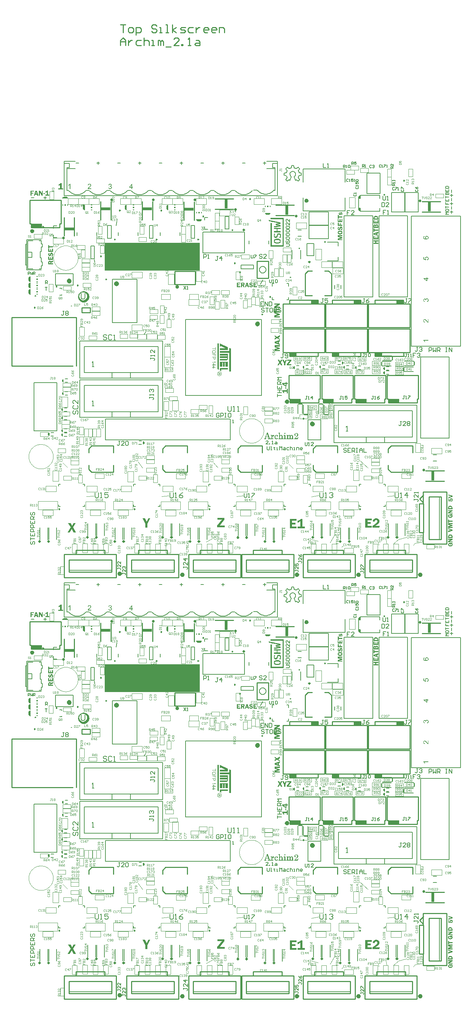
<source format=gto>
G04*
G04 #@! TF.GenerationSoftware,Altium Limited,Altium Designer,18.1.7 (191)*
G04*
G04 Layer_Color=65535*
%FSLAX25Y25*%
%MOIN*%
G70*
G01*
G75*
%ADD10C,0.00700*%
%ADD12C,0.01000*%
%ADD87C,0.00600*%
%ADD88C,0.00800*%
%ADD89C,0.02000*%
%ADD98C,0.02400*%
%ADD101C,0.01200*%
%ADD111C,0.01400*%
%ADD114C,0.00787*%
%ADD163C,0.00394*%
%ADD164C,0.00984*%
%ADD165C,0.00100*%
%ADD166C,0.00500*%
%ADD167C,0.02362*%
%ADD168C,0.00984*%
%ADD169C,0.00400*%
%ADD170C,0.02500*%
%ADD171C,0.01378*%
%ADD172C,0.03500*%
%ADD173C,0.00200*%
%ADD174C,0.00197*%
%ADD175C,0.00598*%
%ADD176R,0.02953X0.08790*%
%ADD177R,0.91831X0.27100*%
%ADD178R,0.01200X0.01190*%
%ADD179R,0.01200X0.00600*%
%ADD180R,0.01200X0.00590*%
%ADD181R,0.01190X0.01200*%
%ADD182R,0.00600X0.01200*%
%ADD183R,0.00590X0.01200*%
%ADD184R,0.08790X0.02953*%
G36*
X105012Y812063D02*
X105048D01*
X105091Y812056D01*
X105137Y812052D01*
X105187Y812045D01*
X105245Y812034D01*
X105302Y812023D01*
X105427Y811991D01*
X105495Y811973D01*
X105560Y811948D01*
X105624Y811923D01*
X105689Y811891D01*
X105692Y811887D01*
X105703Y811884D01*
X105721Y811873D01*
X105746Y811859D01*
X105774Y811841D01*
X105807Y811819D01*
X105842Y811794D01*
X105882Y811766D01*
X105968Y811698D01*
X106054Y811615D01*
X106136Y811522D01*
X106175Y811469D01*
X106211Y811415D01*
X106215Y811411D01*
X106218Y811400D01*
X106229Y811386D01*
X106240Y811361D01*
X106254Y811336D01*
X106268Y811300D01*
X106286Y811264D01*
X106304Y811221D01*
X106319Y811175D01*
X106336Y811128D01*
X106365Y811021D01*
X106387Y810903D01*
X106390Y810842D01*
X106394Y810777D01*
Y810774D01*
Y810763D01*
Y810745D01*
X106390Y810724D01*
Y810695D01*
X106383Y810663D01*
X106379Y810624D01*
X106372Y810584D01*
X106351Y810491D01*
X106319Y810394D01*
X106301Y810344D01*
X106276Y810291D01*
X106251Y810240D01*
X106218Y810190D01*
X106215Y810187D01*
X106211Y810180D01*
X106200Y810165D01*
X106186Y810147D01*
X106168Y810126D01*
X106147Y810101D01*
X106122Y810072D01*
X106089Y810040D01*
X106057Y810008D01*
X106018Y809976D01*
X105979Y809940D01*
X105932Y809904D01*
X105882Y809872D01*
X105828Y809836D01*
X105771Y809804D01*
X105710Y809775D01*
X105713D01*
X105728Y809772D01*
X105753Y809764D01*
X105782Y809754D01*
X105821Y809743D01*
X105864Y809725D01*
X105910Y809707D01*
X105961Y809682D01*
X106014Y809657D01*
X106071Y809625D01*
X106129Y809593D01*
X106186Y809553D01*
X106240Y809510D01*
X106293Y809464D01*
X106347Y809410D01*
X106394Y809353D01*
X106397Y809349D01*
X106404Y809338D01*
X106415Y809321D01*
X106433Y809295D01*
X106451Y809263D01*
X106473Y809227D01*
X106494Y809184D01*
X106516Y809134D01*
X106537Y809077D01*
X106562Y809016D01*
X106580Y808952D01*
X106598Y808880D01*
X106616Y808805D01*
X106626Y808726D01*
X106634Y808644D01*
X106637Y808554D01*
Y808547D01*
Y808526D01*
X106634Y808490D01*
X106630Y808447D01*
X106623Y808390D01*
X106612Y808325D01*
X106598Y808254D01*
X106576Y808175D01*
X106551Y808089D01*
X106523Y808003D01*
X106483Y807910D01*
X106437Y807817D01*
X106383Y807724D01*
X106319Y807631D01*
X106243Y807541D01*
X106161Y807455D01*
X106154Y807452D01*
X106140Y807437D01*
X106114Y807412D01*
X106075Y807384D01*
X106029Y807351D01*
X105975Y807312D01*
X105907Y807273D01*
X105835Y807230D01*
X105753Y807187D01*
X105660Y807147D01*
X105563Y807108D01*
X105456Y807076D01*
X105345Y807047D01*
X105223Y807022D01*
X105098Y807008D01*
X104965Y807004D01*
X104937D01*
X104901Y807008D01*
X104858Y807011D01*
X104801Y807015D01*
X104736Y807026D01*
X104665Y807036D01*
X104586Y807054D01*
X104504Y807072D01*
X104414Y807097D01*
X104324Y807129D01*
X104231Y807169D01*
X104142Y807212D01*
X104052Y807262D01*
X103963Y807323D01*
X103881Y807391D01*
X103877Y807394D01*
X103863Y807409D01*
X103841Y807430D01*
X103813Y807462D01*
X103780Y807502D01*
X103741Y807548D01*
X103702Y807602D01*
X103659Y807663D01*
X103616Y807731D01*
X103573Y807810D01*
X103533Y807892D01*
X103494Y807981D01*
X103462Y808078D01*
X103429Y808178D01*
X103408Y808286D01*
X103394Y808400D01*
X104002Y808483D01*
Y808476D01*
X104006Y808461D01*
X104013Y808433D01*
X104024Y808397D01*
X104034Y808354D01*
X104049Y808307D01*
X104067Y808254D01*
X104085Y808196D01*
X104135Y808071D01*
X104196Y807949D01*
X104231Y807889D01*
X104271Y807831D01*
X104310Y807781D01*
X104357Y807734D01*
X104360Y807731D01*
X104367Y807724D01*
X104382Y807713D01*
X104403Y807699D01*
X104425Y807681D01*
X104457Y807663D01*
X104489Y807641D01*
X104529Y807623D01*
X104571Y807602D01*
X104618Y807581D01*
X104668Y807563D01*
X104722Y807545D01*
X104779Y807530D01*
X104840Y807520D01*
X104901Y807513D01*
X104969Y807509D01*
X104987D01*
X105012Y807513D01*
X105041D01*
X105080Y807520D01*
X105123Y807523D01*
X105169Y807534D01*
X105223Y807545D01*
X105277Y807563D01*
X105338Y807581D01*
X105398Y807606D01*
X105459Y807634D01*
X105520Y807670D01*
X105581Y807710D01*
X105638Y807752D01*
X105696Y807806D01*
X105699Y807810D01*
X105710Y807820D01*
X105724Y807835D01*
X105742Y807860D01*
X105764Y807889D01*
X105789Y807924D01*
X105817Y807964D01*
X105846Y808010D01*
X105871Y808060D01*
X105900Y808118D01*
X105925Y808175D01*
X105946Y808243D01*
X105964Y808311D01*
X105979Y808383D01*
X105989Y808461D01*
X105993Y808540D01*
Y808544D01*
Y808558D01*
Y808579D01*
X105989Y808612D01*
X105986Y808644D01*
X105979Y808687D01*
X105971Y808733D01*
X105957Y808784D01*
X105943Y808837D01*
X105925Y808894D01*
X105903Y808952D01*
X105878Y809009D01*
X105846Y809066D01*
X105807Y809124D01*
X105767Y809177D01*
X105717Y809231D01*
X105713Y809235D01*
X105706Y809242D01*
X105689Y809256D01*
X105667Y809274D01*
X105642Y809295D01*
X105610Y809317D01*
X105570Y809342D01*
X105527Y809367D01*
X105481Y809392D01*
X105427Y809417D01*
X105370Y809439D01*
X105309Y809460D01*
X105245Y809478D01*
X105173Y809492D01*
X105101Y809499D01*
X105023Y809503D01*
X104990D01*
X104955Y809499D01*
X104904Y809496D01*
X104840Y809489D01*
X104768Y809474D01*
X104686Y809460D01*
X104593Y809439D01*
X104661Y809972D01*
X104672D01*
X104683Y809968D01*
X104697D01*
X104729Y809965D01*
X104797D01*
X104822Y809968D01*
X104858Y809972D01*
X104897Y809976D01*
X104940Y809983D01*
X104990Y809990D01*
X105044Y810001D01*
X105098Y810015D01*
X105216Y810051D01*
X105277Y810072D01*
X105338Y810101D01*
X105398Y810130D01*
X105456Y810165D01*
X105459Y810169D01*
X105470Y810176D01*
X105484Y810187D01*
X105506Y810205D01*
X105527Y810226D01*
X105556Y810251D01*
X105581Y810283D01*
X105613Y810319D01*
X105642Y810362D01*
X105671Y810409D01*
X105696Y810459D01*
X105717Y810516D01*
X105739Y810577D01*
X105753Y810645D01*
X105764Y810717D01*
X105767Y810792D01*
Y810795D01*
Y810806D01*
Y810824D01*
X105764Y810849D01*
X105760Y810874D01*
X105756Y810910D01*
X105749Y810946D01*
X105739Y810985D01*
X105710Y811071D01*
X105692Y811118D01*
X105671Y811164D01*
X105646Y811211D01*
X105613Y811257D01*
X105578Y811300D01*
X105538Y811343D01*
X105535Y811347D01*
X105527Y811354D01*
X105517Y811365D01*
X105499Y811379D01*
X105474Y811393D01*
X105449Y811415D01*
X105416Y811433D01*
X105381Y811454D01*
X105341Y811476D01*
X105298Y811493D01*
X105248Y811515D01*
X105198Y811529D01*
X105141Y811544D01*
X105084Y811554D01*
X105019Y811561D01*
X104955Y811565D01*
X104919D01*
X104897Y811561D01*
X104865Y811558D01*
X104829Y811554D01*
X104790Y811547D01*
X104747Y811537D01*
X104654Y811511D01*
X104607Y811493D01*
X104557Y811469D01*
X104507Y811443D01*
X104457Y811415D01*
X104410Y811379D01*
X104364Y811340D01*
X104360Y811336D01*
X104353Y811329D01*
X104342Y811314D01*
X104324Y811297D01*
X104307Y811275D01*
X104285Y811246D01*
X104264Y811211D01*
X104239Y811175D01*
X104214Y811128D01*
X104189Y811078D01*
X104160Y811024D01*
X104138Y810964D01*
X104113Y810899D01*
X104095Y810831D01*
X104077Y810756D01*
X104063Y810674D01*
X103455Y810781D01*
Y810785D01*
Y810788D01*
X103462Y810810D01*
X103469Y810838D01*
X103480Y810881D01*
X103494Y810935D01*
X103512Y810992D01*
X103533Y811057D01*
X103558Y811128D01*
X103591Y811203D01*
X103626Y811282D01*
X103669Y811361D01*
X103716Y811440D01*
X103766Y811519D01*
X103823Y811594D01*
X103888Y811665D01*
X103959Y811730D01*
X103963Y811733D01*
X103977Y811744D01*
X103999Y811762D01*
X104031Y811784D01*
X104070Y811809D01*
X104117Y811837D01*
X104171Y811866D01*
X104231Y811898D01*
X104299Y811930D01*
X104375Y811959D01*
X104453Y811988D01*
X104539Y812013D01*
X104632Y812034D01*
X104733Y812052D01*
X104836Y812063D01*
X104944Y812066D01*
X104983D01*
X105012Y812063D01*
D02*
G37*
G36*
X126150Y808837D02*
X126820D01*
Y808279D01*
X126150D01*
Y807094D01*
X125542D01*
Y808279D01*
X123394D01*
Y808837D01*
X125653Y812048D01*
X126150D01*
Y808837D01*
D02*
G37*
G36*
X66720Y807094D02*
X66111D01*
Y810967D01*
X66107Y810964D01*
X66100Y810956D01*
X66089Y810946D01*
X66071Y810931D01*
X66050Y810914D01*
X66021Y810888D01*
X65989Y810863D01*
X65957Y810835D01*
X65914Y810806D01*
X65871Y810770D01*
X65825Y810738D01*
X65774Y810699D01*
X65717Y810663D01*
X65660Y810624D01*
X65531Y810545D01*
X65527Y810541D01*
X65517Y810534D01*
X65495Y810523D01*
X65470Y810513D01*
X65441Y810495D01*
X65406Y810473D01*
X65363Y810452D01*
X65320Y810427D01*
X65219Y810377D01*
X65112Y810326D01*
X65001Y810276D01*
X64894Y810233D01*
Y810820D01*
X64901Y810824D01*
X64915Y810831D01*
X64944Y810845D01*
X64980Y810863D01*
X65023Y810885D01*
X65076Y810914D01*
X65134Y810946D01*
X65194Y810982D01*
X65262Y811024D01*
X65334Y811067D01*
X65484Y811168D01*
X65638Y811279D01*
X65785Y811400D01*
X65789Y811404D01*
X65803Y811415D01*
X65821Y811433D01*
X65846Y811458D01*
X65878Y811490D01*
X65914Y811526D01*
X65953Y811569D01*
X65996Y811612D01*
X66039Y811662D01*
X66086Y811716D01*
X66175Y811827D01*
X66258Y811945D01*
X66294Y812006D01*
X66326Y812066D01*
X66720D01*
Y807094D01*
D02*
G37*
G36*
X85187Y812063D02*
X85237Y812059D01*
X85298Y812056D01*
X85366Y812045D01*
X85445Y812034D01*
X85527Y812016D01*
X85617Y811995D01*
X85706Y811970D01*
X85803Y811937D01*
X85896Y811898D01*
X85989Y811852D01*
X86079Y811801D01*
X86165Y811740D01*
X86247Y811669D01*
X86251Y811665D01*
X86265Y811651D01*
X86286Y811630D01*
X86311Y811597D01*
X86344Y811561D01*
X86379Y811515D01*
X86419Y811461D01*
X86458Y811400D01*
X86494Y811332D01*
X86533Y811257D01*
X86569Y811175D01*
X86601Y811089D01*
X86626Y810996D01*
X86648Y810899D01*
X86662Y810795D01*
X86666Y810688D01*
Y810684D01*
Y810674D01*
Y810659D01*
Y810638D01*
X86662Y810609D01*
X86659Y810581D01*
X86655Y810545D01*
X86651Y810505D01*
X86637Y810416D01*
X86616Y810316D01*
X86584Y810212D01*
X86544Y810104D01*
Y810101D01*
X86537Y810090D01*
X86530Y810076D01*
X86519Y810054D01*
X86508Y810029D01*
X86490Y809997D01*
X86472Y809961D01*
X86447Y809922D01*
X86422Y809879D01*
X86394Y809832D01*
X86322Y809729D01*
X86283Y809675D01*
X86240Y809618D01*
X86190Y809560D01*
X86140Y809499D01*
X86136Y809496D01*
X86125Y809485D01*
X86111Y809467D01*
X86086Y809442D01*
X86054Y809410D01*
X86014Y809371D01*
X85971Y809324D01*
X85918Y809270D01*
X85857Y809213D01*
X85785Y809149D01*
X85710Y809077D01*
X85624Y808998D01*
X85531Y808916D01*
X85431Y808826D01*
X85320Y808730D01*
X85202Y808630D01*
X85194Y808626D01*
X85176Y808608D01*
X85151Y808587D01*
X85116Y808554D01*
X85069Y808519D01*
X85023Y808476D01*
X84969Y808429D01*
X84912Y808379D01*
X84790Y808275D01*
X84733Y808221D01*
X84675Y808171D01*
X84622Y808121D01*
X84575Y808078D01*
X84532Y808039D01*
X84500Y808003D01*
X84493Y807996D01*
X84475Y807974D01*
X84446Y807942D01*
X84410Y807903D01*
X84371Y807853D01*
X84328Y807799D01*
X84285Y807738D01*
X84246Y807677D01*
X86673D01*
Y807094D01*
X83401D01*
Y807097D01*
Y807104D01*
Y807115D01*
Y807129D01*
Y807151D01*
X83404Y807172D01*
X83408Y807230D01*
X83415Y807291D01*
X83426Y807362D01*
X83444Y807437D01*
X83469Y807513D01*
Y807516D01*
X83476Y807527D01*
X83483Y807545D01*
X83494Y807570D01*
X83505Y807602D01*
X83523Y807638D01*
X83544Y807677D01*
X83565Y807720D01*
X83591Y807770D01*
X83623Y807820D01*
X83691Y807931D01*
X83773Y808050D01*
X83870Y808171D01*
X83873Y808175D01*
X83884Y808186D01*
X83899Y808204D01*
X83920Y808229D01*
X83949Y808261D01*
X83984Y808297D01*
X84024Y808340D01*
X84074Y808386D01*
X84128Y808440D01*
X84185Y808497D01*
X84249Y808558D01*
X84321Y808626D01*
X84400Y808694D01*
X84482Y808766D01*
X84571Y808841D01*
X84665Y808920D01*
X84668Y808923D01*
X84675Y808927D01*
X84686Y808937D01*
X84700Y808948D01*
X84718Y808966D01*
X84740Y808984D01*
X84794Y809031D01*
X84861Y809084D01*
X84933Y809152D01*
X85015Y809224D01*
X85101Y809303D01*
X85194Y809385D01*
X85284Y809471D01*
X85377Y809557D01*
X85463Y809646D01*
X85549Y809732D01*
X85624Y809814D01*
X85696Y809897D01*
X85753Y809972D01*
X85756Y809976D01*
X85764Y809990D01*
X85778Y810011D01*
X85799Y810036D01*
X85821Y810072D01*
X85842Y810112D01*
X85871Y810158D01*
X85896Y810208D01*
X85921Y810262D01*
X85950Y810319D01*
X85996Y810445D01*
X86014Y810509D01*
X86029Y810573D01*
X86036Y810638D01*
X86039Y810702D01*
Y810706D01*
Y810720D01*
Y810738D01*
X86036Y810763D01*
X86032Y810795D01*
X86025Y810831D01*
X86018Y810871D01*
X86007Y810914D01*
X85993Y810960D01*
X85975Y811010D01*
X85953Y811060D01*
X85928Y811110D01*
X85900Y811164D01*
X85864Y811214D01*
X85825Y811264D01*
X85778Y811311D01*
X85774Y811314D01*
X85767Y811322D01*
X85753Y811332D01*
X85731Y811350D01*
X85706Y811368D01*
X85674Y811390D01*
X85638Y811415D01*
X85599Y811436D01*
X85552Y811461D01*
X85502Y811483D01*
X85445Y811504D01*
X85388Y811522D01*
X85323Y811540D01*
X85255Y811551D01*
X85184Y811558D01*
X85109Y811561D01*
X85066D01*
X85037Y811558D01*
X84997Y811554D01*
X84955Y811547D01*
X84908Y811540D01*
X84854Y811529D01*
X84801Y811515D01*
X84743Y811497D01*
X84686Y811476D01*
X84625Y811451D01*
X84568Y811418D01*
X84511Y811382D01*
X84453Y811343D01*
X84403Y811297D01*
X84400Y811293D01*
X84392Y811286D01*
X84378Y811268D01*
X84364Y811250D01*
X84342Y811221D01*
X84321Y811189D01*
X84296Y811150D01*
X84274Y811107D01*
X84249Y811060D01*
X84224Y811003D01*
X84203Y810946D01*
X84181Y810881D01*
X84167Y810810D01*
X84153Y810735D01*
X84145Y810656D01*
X84142Y810570D01*
X83515Y810634D01*
Y810638D01*
Y810641D01*
X83519Y810652D01*
Y810666D01*
X83523Y810702D01*
X83533Y810749D01*
X83544Y810806D01*
X83558Y810874D01*
X83576Y810949D01*
X83598Y811028D01*
X83626Y811114D01*
X83659Y811200D01*
X83698Y811290D01*
X83745Y811379D01*
X83795Y811465D01*
X83855Y811547D01*
X83920Y811626D01*
X83995Y811698D01*
X83999Y811701D01*
X84013Y811712D01*
X84038Y811733D01*
X84070Y811755D01*
X84113Y811784D01*
X84163Y811816D01*
X84224Y811848D01*
X84292Y811884D01*
X84371Y811916D01*
X84453Y811948D01*
X84547Y811980D01*
X84647Y812009D01*
X84754Y812034D01*
X84869Y812052D01*
X84990Y812063D01*
X85119Y812066D01*
X85151D01*
X85187Y812063D01*
D02*
G37*
G36*
X58305Y807698D02*
X59931D01*
Y806622D01*
X55177D01*
Y807698D01*
X56956D01*
Y811047D01*
X56951D01*
X56942Y811038D01*
X56928Y811034D01*
X56910Y811020D01*
X56886Y811006D01*
X56854Y810987D01*
X56785Y810946D01*
X56697Y810890D01*
X56595Y810835D01*
X56480Y810770D01*
X56360Y810701D01*
X56230Y810627D01*
X56096Y810553D01*
X55824Y810410D01*
X55690Y810341D01*
X55560Y810281D01*
X55440Y810225D01*
X55325Y810174D01*
Y811380D01*
X55330D01*
X55343Y811385D01*
X55362Y811394D01*
X55389Y811399D01*
X55427Y811413D01*
X55468Y811426D01*
X55514Y811445D01*
X55570Y811463D01*
X55630Y811482D01*
X55690Y811505D01*
X55828Y811560D01*
X55981Y811625D01*
X56143Y811694D01*
X56309Y811777D01*
X56475Y811865D01*
X56642Y811967D01*
X56799Y812073D01*
X56951Y812189D01*
X57090Y812309D01*
X57150Y812374D01*
X57210Y812438D01*
X57261Y812508D01*
X57307Y812577D01*
X58305D01*
Y807698D01*
D02*
G37*
G36*
X40157Y800768D02*
X39217D01*
X37374Y803939D01*
Y803935D01*
Y803920D01*
Y803898D01*
X37378Y803876D01*
Y803824D01*
X37382Y803802D01*
Y803783D01*
Y803780D01*
X37386Y803765D01*
Y803739D01*
X37389Y803713D01*
X37393Y803680D01*
Y803646D01*
X37397Y803613D01*
Y803580D01*
Y800768D01*
X36538D01*
Y805467D01*
X37722D01*
X39328Y802695D01*
Y802699D01*
Y802703D01*
X39324Y802714D01*
Y802729D01*
X39321Y802766D01*
X39317Y802810D01*
X39313Y802862D01*
X39310Y802914D01*
X39306Y802962D01*
Y803006D01*
Y805467D01*
X40157D01*
Y800768D01*
D02*
G37*
G36*
X42355Y802181D02*
X40708D01*
Y802929D01*
X42355D01*
Y802181D01*
D02*
G37*
G36*
X45256Y801630D02*
X46558D01*
Y800768D01*
X42751D01*
Y801630D01*
X44175D01*
Y804312D01*
X44171D01*
X44164Y804305D01*
X44153Y804301D01*
X44138Y804290D01*
X44120Y804279D01*
X44094Y804264D01*
X44038Y804231D01*
X43968Y804187D01*
X43887Y804142D01*
X43794Y804090D01*
X43698Y804035D01*
X43594Y803976D01*
X43487Y803916D01*
X43269Y803802D01*
X43161Y803746D01*
X43058Y803698D01*
X42961Y803654D01*
X42869Y803613D01*
Y804579D01*
X42873D01*
X42884Y804582D01*
X42899Y804590D01*
X42921Y804593D01*
X42950Y804605D01*
X42984Y804616D01*
X43021Y804630D01*
X43065Y804645D01*
X43113Y804660D01*
X43161Y804679D01*
X43272Y804723D01*
X43394Y804775D01*
X43524Y804830D01*
X43657Y804897D01*
X43790Y804967D01*
X43924Y805049D01*
X44049Y805134D01*
X44171Y805226D01*
X44282Y805322D01*
X44330Y805374D01*
X44379Y805426D01*
X44419Y805482D01*
X44456Y805537D01*
X45256D01*
Y801630D01*
D02*
G37*
G36*
X36035Y800768D02*
X34851D01*
X34559Y801737D01*
X33042D01*
X32746Y800768D01*
X31784D01*
X33286Y805467D01*
X34566D01*
X36035Y800768D01*
D02*
G37*
G36*
X31691Y804538D02*
X29490D01*
Y803483D01*
X31229D01*
Y802607D01*
X29490D01*
Y800768D01*
X28346D01*
Y805467D01*
X31691D01*
Y804538D01*
D02*
G37*
G36*
X327160Y784819D02*
X327195Y784815D01*
X327237Y784812D01*
X327289Y784801D01*
X327344Y784791D01*
X327403Y784773D01*
X327466Y784753D01*
X327532Y784728D01*
X327601Y784697D01*
X327671Y784659D01*
X327736Y784614D01*
X327806Y784565D01*
X327868Y784506D01*
X327931Y784437D01*
X327934Y784434D01*
X327945Y784420D01*
X327959Y784399D01*
X327979Y784368D01*
X328004Y784326D01*
X328031Y784281D01*
X328059Y784225D01*
X328087Y784159D01*
X328118Y784090D01*
X328146Y784007D01*
X328174Y783920D01*
X328198Y783826D01*
X328219Y783722D01*
X328233Y783611D01*
X328243Y783493D01*
X328247Y783368D01*
Y783337D01*
X328243Y783313D01*
Y783285D01*
X328240Y783250D01*
X328236Y783212D01*
X328233Y783170D01*
X328226Y783122D01*
X328215Y783073D01*
X328194Y782962D01*
X328167Y782841D01*
X328125Y782716D01*
X328073Y782587D01*
X328045Y782521D01*
X328011Y782459D01*
X327972Y782397D01*
X327934Y782334D01*
X327889Y782275D01*
X327841Y782216D01*
X327785Y782161D01*
X327730Y782109D01*
X327667Y782060D01*
X327601Y782015D01*
X327528Y781977D01*
X327452Y781939D01*
X327369Y781907D01*
X327282Y781883D01*
X327160Y782691D01*
X327164D01*
X327178Y782698D01*
X327202Y782705D01*
X327230Y782716D01*
X327261Y782733D01*
X327299Y782754D01*
X327341Y782782D01*
X327379Y782820D01*
X327421Y782862D01*
X327462Y782910D01*
X327501Y782969D01*
X327532Y783039D01*
X327559Y783115D01*
X327584Y783202D01*
X327598Y783302D01*
X327601Y783413D01*
Y783455D01*
X327598Y783472D01*
Y783497D01*
X327591Y783552D01*
X327580Y783618D01*
X327566Y783684D01*
X327546Y783753D01*
X327518Y783816D01*
Y783819D01*
X327514Y783823D01*
X327501Y783844D01*
X327483Y783868D01*
X327455Y783899D01*
X327424Y783930D01*
X327382Y783958D01*
X327337Y783975D01*
X327313Y783979D01*
X327285Y783982D01*
X327282D01*
X327275D01*
X327265Y783979D01*
X327251Y783975D01*
X327213Y783961D01*
X327188Y783951D01*
X327167Y783937D01*
X327143Y783916D01*
X327119Y783892D01*
X327098Y783864D01*
X327077Y783826D01*
X327056Y783785D01*
X327039Y783736D01*
X327025Y783680D01*
X327015Y783614D01*
Y783604D01*
X327011Y783590D01*
X327008Y783573D01*
X327004Y783549D01*
X327001Y783521D01*
X326997Y783490D01*
X326990Y783455D01*
X326980Y783375D01*
X326963Y783285D01*
X326945Y783188D01*
X326921Y783084D01*
X326897Y782976D01*
X326869Y782865D01*
X326838Y782757D01*
X326803Y782650D01*
X326768Y782553D01*
X326727Y782463D01*
X326682Y782383D01*
X326661Y782348D01*
X326637Y782317D01*
X326633Y782313D01*
X326626Y782303D01*
X326609Y782289D01*
X326588Y782268D01*
X326564Y782244D01*
X326532Y782220D01*
X326494Y782192D01*
X326449Y782164D01*
X326404Y782133D01*
X326348Y782105D01*
X326290Y782081D01*
X326227Y782057D01*
X326158Y782036D01*
X326085Y782022D01*
X326005Y782011D01*
X325922Y782008D01*
X325915D01*
X325901D01*
X325876Y782011D01*
X325845Y782015D01*
X325804Y782018D01*
X325759Y782029D01*
X325707Y782039D01*
X325651Y782053D01*
X325592Y782074D01*
X325530Y782095D01*
X325467Y782126D01*
X325401Y782161D01*
X325339Y782202D01*
X325273Y782251D01*
X325214Y782306D01*
X325155Y782369D01*
X325151Y782372D01*
X325141Y782386D01*
X325127Y782407D01*
X325106Y782435D01*
X325085Y782473D01*
X325058Y782518D01*
X325030Y782570D01*
X325002Y782632D01*
X324974Y782698D01*
X324947Y782775D01*
X324919Y782858D01*
X324898Y782948D01*
X324877Y783045D01*
X324863Y783153D01*
X324853Y783264D01*
X324849Y783382D01*
Y783431D01*
X324853Y783469D01*
X324856Y783510D01*
X324860Y783563D01*
X324867Y783618D01*
X324874Y783680D01*
X324884Y783743D01*
X324898Y783812D01*
X324915Y783878D01*
X324936Y783948D01*
X324960Y784017D01*
X324985Y784083D01*
X325020Y784149D01*
X325054Y784208D01*
X325058Y784211D01*
X325065Y784222D01*
X325075Y784239D01*
X325092Y784260D01*
X325117Y784284D01*
X325141Y784315D01*
X325176Y784347D01*
X325214Y784385D01*
X325255Y784420D01*
X325304Y784461D01*
X325356Y784499D01*
X325415Y784538D01*
X325481Y784579D01*
X325550Y784614D01*
X325627Y784652D01*
X325707Y784683D01*
X325890Y783982D01*
X325887D01*
X325873Y783975D01*
X325849Y783968D01*
X325821Y783955D01*
X325790Y783937D01*
X325752Y783916D01*
X325710Y783889D01*
X325668Y783857D01*
X325630Y783816D01*
X325588Y783771D01*
X325550Y783719D01*
X325519Y783660D01*
X325491Y783594D01*
X325467Y783517D01*
X325453Y783434D01*
X325450Y783344D01*
Y783323D01*
X325453Y783299D01*
Y783267D01*
X325460Y783233D01*
X325464Y783191D01*
X325488Y783104D01*
X325502Y783059D01*
X325523Y783014D01*
X325547Y782973D01*
X325575Y782938D01*
X325609Y782907D01*
X325647Y782882D01*
X325693Y782868D01*
X325745Y782862D01*
X325748D01*
X325765D01*
X325786Y782865D01*
X325811Y782872D01*
X325842Y782882D01*
X325873Y782900D01*
X325904Y782921D01*
X325932Y782948D01*
X325936Y782952D01*
X325942Y782969D01*
X325949Y782979D01*
X325956Y782997D01*
X325963Y783018D01*
X325974Y783042D01*
X325981Y783070D01*
X325991Y783101D01*
X326002Y783139D01*
X326012Y783184D01*
X326022Y783233D01*
X326029Y783285D01*
X326040Y783347D01*
X326050Y783413D01*
Y783420D01*
X326054Y783438D01*
X326057Y783465D01*
X326064Y783503D01*
X326071Y783552D01*
X326078Y783604D01*
X326088Y783663D01*
X326099Y783726D01*
X326123Y783861D01*
X326151Y783996D01*
X326168Y784062D01*
X326185Y784128D01*
X326203Y784187D01*
X326220Y784239D01*
Y784243D01*
X326223Y784249D01*
X326231Y784263D01*
X326237Y784284D01*
X326248Y784305D01*
X326262Y784333D01*
X326296Y784392D01*
X326342Y784461D01*
X326397Y784531D01*
X326466Y784600D01*
X326546Y784662D01*
X326550Y784666D01*
X326557Y784669D01*
X326571Y784676D01*
X326588Y784687D01*
X326609Y784701D01*
X326637Y784715D01*
X326668Y784728D01*
X326702Y784742D01*
X326741Y784756D01*
X326786Y784770D01*
X326831Y784784D01*
X326883Y784798D01*
X326990Y784815D01*
X327049Y784822D01*
X327112D01*
X327119D01*
X327133D01*
X327160Y784819D01*
D02*
G37*
G36*
X324641Y780755D02*
X328177D01*
Y779711D01*
X324641D01*
Y778614D01*
X323770D01*
Y781845D01*
X324641D01*
Y780755D01*
D02*
G37*
G36*
X360478Y781222D02*
X360502D01*
X360534Y781218D01*
X360568D01*
X360610Y781212D01*
X360651Y781208D01*
X360745Y781198D01*
X360849Y781180D01*
X360964Y781156D01*
X361085Y781125D01*
X361214Y781090D01*
X361346Y781045D01*
X361481Y780990D01*
X361613Y780927D01*
X361745Y780851D01*
X361873Y780764D01*
X361994Y780667D01*
X362001Y780660D01*
X362022Y780643D01*
X362053Y780608D01*
X362092Y780563D01*
X362140Y780507D01*
X362196Y780438D01*
X362251Y780358D01*
X362310Y780264D01*
X362369Y780160D01*
X362425Y780046D01*
X362480Y779917D01*
X362529Y779782D01*
X362567Y779633D01*
X362598Y779473D01*
X362619Y779307D01*
X362622Y779216D01*
X362626Y779126D01*
Y777613D01*
X358219D01*
Y779036D01*
X358223Y779091D01*
X358226Y779161D01*
X358229Y779237D01*
X358236Y779324D01*
X358247Y779418D01*
X358261Y779515D01*
X358275Y779615D01*
X358292Y779719D01*
X358316Y779820D01*
X358341Y779917D01*
X358372Y780015D01*
X358406Y780101D01*
X358448Y780181D01*
X358452Y780185D01*
X358458Y780198D01*
X358472Y780219D01*
X358490Y780250D01*
X358518Y780285D01*
X358545Y780327D01*
X358583Y780372D01*
X358625Y780424D01*
X358670Y780476D01*
X358726Y780535D01*
X358785Y780594D01*
X358851Y780656D01*
X358920Y780719D01*
X358996Y780781D01*
X359080Y780844D01*
X359170Y780903D01*
X359177Y780906D01*
X359191Y780917D01*
X359218Y780934D01*
X359257Y780955D01*
X359305Y780979D01*
X359364Y781003D01*
X359430Y781035D01*
X359510Y781066D01*
X359593Y781094D01*
X359687Y781125D01*
X359791Y781149D01*
X359899Y781177D01*
X360016Y781194D01*
X360141Y781212D01*
X360273Y781222D01*
X360412Y781225D01*
X360416D01*
X360422D01*
X360436D01*
X360454D01*
X360478Y781222D01*
D02*
G37*
G36*
X328177Y775286D02*
X323770D01*
Y778437D01*
X324610D01*
Y776334D01*
X325516D01*
Y777990D01*
X326345D01*
Y776334D01*
X327306D01*
Y778437D01*
X328177D01*
Y775286D01*
D02*
G37*
G36*
X362626Y773845D02*
X358219D01*
Y776996D01*
X359059D01*
Y774893D01*
X359964D01*
Y776548D01*
X360794D01*
Y774893D01*
X361755D01*
Y776996D01*
X362626D01*
Y773845D01*
D02*
G37*
G36*
X361460Y773182D02*
X361495Y773178D01*
X361536Y773175D01*
X361589Y773165D01*
X361644Y773154D01*
X361703Y773140D01*
X361769Y773120D01*
X361838Y773095D01*
X361911Y773064D01*
X361981Y773026D01*
X362057Y772984D01*
X362126Y772936D01*
X362199Y772877D01*
X362269Y772811D01*
X362272Y772807D01*
X362282Y772793D01*
X362300Y772769D01*
X362324Y772738D01*
X362352Y772700D01*
X362383Y772648D01*
X362414Y772589D01*
X362445Y772519D01*
X362480Y772439D01*
X362511Y772349D01*
X362543Y772249D01*
X362571Y772138D01*
X362591Y772020D01*
X362612Y771888D01*
X362622Y771745D01*
X362626Y771593D01*
Y769538D01*
X358219D01*
Y771645D01*
X358223Y771683D01*
Y771728D01*
X358226Y771784D01*
X358229Y771839D01*
X358236Y771905D01*
X358254Y772037D01*
X358278Y772176D01*
X358292Y772242D01*
X358313Y772308D01*
X358334Y772367D01*
X358358Y772422D01*
Y772426D01*
X358365Y772436D01*
X358372Y772450D01*
X358382Y772467D01*
X358396Y772492D01*
X358413Y772519D01*
X358455Y772585D01*
X358511Y772655D01*
X358576Y772731D01*
X358656Y772807D01*
X358743Y772880D01*
X358747Y772884D01*
X358753Y772887D01*
X358767Y772897D01*
X358788Y772908D01*
X358812Y772922D01*
X358840Y772939D01*
X358875Y772957D01*
X358913Y772974D01*
X358955Y772988D01*
X359003Y773005D01*
X359052Y773022D01*
X359107Y773036D01*
X359166Y773047D01*
X359225Y773057D01*
X359291Y773061D01*
X359357Y773064D01*
X359361D01*
X359364D01*
X359375D01*
X359388D01*
X359427Y773061D01*
X359475Y773050D01*
X359534Y773040D01*
X359600Y773022D01*
X359673Y772998D01*
X359753Y772963D01*
X359833Y772922D01*
X359916Y772870D01*
X359996Y772807D01*
X360037Y772769D01*
X360075Y772727D01*
X360114Y772686D01*
X360152Y772637D01*
X360187Y772585D01*
X360221Y772533D01*
X360252Y772474D01*
X360280Y772408D01*
X360308Y772342D01*
X360332Y772269D01*
Y772276D01*
X360336Y772290D01*
X360343Y772315D01*
X360353Y772346D01*
X360367Y772384D01*
X360381Y772426D01*
X360402Y772474D01*
X360422Y772526D01*
X360450Y772582D01*
X360478Y772637D01*
X360513Y772696D01*
X360551Y772752D01*
X360593Y772807D01*
X360638Y772863D01*
X360690Y772911D01*
X360745Y772957D01*
X360749Y772960D01*
X360759Y772967D01*
X360776Y772977D01*
X360797Y772991D01*
X360828Y773008D01*
X360860Y773029D01*
X360898Y773050D01*
X360943Y773071D01*
X360992Y773092D01*
X361044Y773113D01*
X361096Y773133D01*
X361155Y773151D01*
X361217Y773165D01*
X361280Y773175D01*
X361346Y773182D01*
X361411Y773185D01*
X361418D01*
X361432D01*
X361460Y773182D01*
D02*
G37*
G36*
X324641Y772694D02*
X325630D01*
Y774325D01*
X326453D01*
Y772694D01*
X328177D01*
Y771622D01*
X323770D01*
Y774759D01*
X324641D01*
Y772694D01*
D02*
G37*
G36*
X39349Y769894D02*
X29044D01*
Y773644D01*
X39349D01*
Y769894D01*
D02*
G37*
G36*
X326841Y770946D02*
X326883Y770942D01*
X326935Y770935D01*
X326994Y770925D01*
X327060Y770911D01*
X327136Y770890D01*
X327213Y770866D01*
X327296Y770838D01*
X327382Y770800D01*
X327469Y770755D01*
X327556Y770703D01*
X327643Y770640D01*
X327730Y770567D01*
X327813Y770487D01*
X327816Y770481D01*
X327830Y770467D01*
X327854Y770439D01*
X327879Y770401D01*
X327913Y770352D01*
X327952Y770297D01*
X327990Y770224D01*
X328028Y770144D01*
X328070Y770054D01*
X328108Y769953D01*
X328146Y769842D01*
X328177Y769721D01*
X328205Y769585D01*
X328229Y769443D01*
X328243Y769287D01*
X328247Y769124D01*
Y769093D01*
X328243Y769058D01*
Y769009D01*
X328236Y768954D01*
X328229Y768884D01*
X328222Y768808D01*
X328208Y768725D01*
X328191Y768638D01*
X328170Y768544D01*
X328146Y768451D01*
X328118Y768354D01*
X328083Y768256D01*
X328042Y768159D01*
X327993Y768062D01*
X327941Y767972D01*
X327938Y767965D01*
X327927Y767951D01*
X327910Y767927D01*
X327882Y767895D01*
X327851Y767857D01*
X327813Y767812D01*
X327764Y767767D01*
X327712Y767715D01*
X327650Y767663D01*
X327580Y767611D01*
X327507Y767559D01*
X327424Y767507D01*
X327334Y767462D01*
X327240Y767417D01*
X327136Y767378D01*
X327025Y767347D01*
X326806Y768301D01*
X326814Y768305D01*
X326834Y768308D01*
X326862Y768322D01*
X326904Y768340D01*
X326949Y768360D01*
X327001Y768392D01*
X327056Y768426D01*
X327115Y768475D01*
X327174Y768527D01*
X327230Y768589D01*
X327282Y768662D01*
X327327Y768746D01*
X327369Y768839D01*
X327396Y768947D01*
X327417Y769065D01*
X327421Y769131D01*
X327424Y769197D01*
Y769231D01*
X327421Y769256D01*
Y769283D01*
X327417Y769318D01*
X327414Y769356D01*
X327407Y769394D01*
X327390Y769481D01*
X327369Y769568D01*
X327334Y769651D01*
X327313Y769689D01*
X327289Y769724D01*
Y769728D01*
X327282Y769731D01*
X327265Y769752D01*
X327233Y769780D01*
X327195Y769814D01*
X327147Y769846D01*
X327091Y769873D01*
X327032Y769894D01*
X326997Y769898D01*
X326963Y769901D01*
X326959D01*
X326956D01*
X326945D01*
X326931Y769898D01*
X326897Y769894D01*
X326852Y769880D01*
X326803Y769863D01*
X326754Y769835D01*
X326706Y769794D01*
X326682Y769769D01*
X326661Y769741D01*
Y769738D01*
X326657Y769734D01*
X326650Y769724D01*
X326643Y769710D01*
X326633Y769689D01*
X326623Y769669D01*
X326609Y769637D01*
X326595Y769606D01*
X326581Y769568D01*
X326564Y769523D01*
X326546Y769471D01*
X326529Y769415D01*
X326512Y769356D01*
X326494Y769287D01*
X326477Y769211D01*
X326460Y769131D01*
Y769127D01*
X326456Y769120D01*
Y769110D01*
X326453Y769093D01*
X326446Y769075D01*
X326442Y769051D01*
X326435Y769023D01*
X326428Y768995D01*
X326411Y768926D01*
X326390Y768846D01*
X326362Y768759D01*
X326335Y768666D01*
X326303Y768569D01*
X326269Y768468D01*
X326227Y768371D01*
X326185Y768270D01*
X326140Y768177D01*
X326092Y768086D01*
X326040Y768007D01*
X325984Y767934D01*
X325981Y767930D01*
X325970Y767920D01*
X325953Y767902D01*
X325929Y767878D01*
X325897Y767850D01*
X325859Y767819D01*
X325814Y767788D01*
X325762Y767757D01*
X325703Y767722D01*
X325637Y767691D01*
X325564Y767660D01*
X325484Y767632D01*
X325398Y767611D01*
X325307Y767590D01*
X325207Y767580D01*
X325103Y767576D01*
X325096D01*
X325075D01*
X325047Y767580D01*
X325006Y767583D01*
X324954Y767590D01*
X324894Y767600D01*
X324829Y767611D01*
X324756Y767628D01*
X324679Y767653D01*
X324600Y767680D01*
X324520Y767715D01*
X324436Y767757D01*
X324350Y767805D01*
X324270Y767861D01*
X324187Y767927D01*
X324110Y768003D01*
X324107Y768007D01*
X324093Y768024D01*
X324072Y768048D01*
X324048Y768083D01*
X324017Y768124D01*
X323982Y768177D01*
X323944Y768239D01*
X323906Y768308D01*
X323871Y768388D01*
X323833Y768475D01*
X323798Y768569D01*
X323767Y768673D01*
X323743Y768784D01*
X323722Y768902D01*
X323708Y769030D01*
X323704Y769162D01*
Y769193D01*
X323708Y769217D01*
Y769249D01*
X323711Y769283D01*
X323715Y769325D01*
X323722Y769370D01*
X323729Y769422D01*
X323736Y769474D01*
X323746Y769533D01*
X323760Y769592D01*
X323791Y769721D01*
X323833Y769856D01*
X323888Y769998D01*
X323923Y770068D01*
X323958Y770141D01*
X323996Y770210D01*
X324041Y770279D01*
X324090Y770349D01*
X324142Y770415D01*
X324201Y770477D01*
X324259Y770540D01*
X324329Y770599D01*
X324398Y770654D01*
X324478Y770703D01*
X324558Y770751D01*
X324648Y770793D01*
X324742Y770831D01*
X325033Y769953D01*
X325026Y769950D01*
X325012Y769943D01*
X324985Y769932D01*
X324954Y769915D01*
X324912Y769894D01*
X324870Y769866D01*
X324822Y769832D01*
X324773Y769790D01*
X324725Y769745D01*
X324676Y769689D01*
X324634Y769627D01*
X324593Y769561D01*
X324561Y769481D01*
X324534Y769398D01*
X324520Y769304D01*
X324513Y769200D01*
Y769172D01*
X324516Y769145D01*
X324520Y769106D01*
X324523Y769058D01*
X324534Y769006D01*
X324548Y768950D01*
X324561Y768895D01*
X324582Y768839D01*
X324610Y768784D01*
X324641Y768732D01*
X324679Y768687D01*
X324728Y768645D01*
X324780Y768617D01*
X324843Y768596D01*
X324877Y768593D01*
X324912Y768589D01*
X324919D01*
X324936Y768593D01*
X324967Y768596D01*
X325002Y768603D01*
X325047Y768617D01*
X325089Y768638D01*
X325134Y768662D01*
X325179Y768701D01*
X325183Y768707D01*
X325189Y768714D01*
X325196Y768725D01*
X325207Y768739D01*
X325217Y768759D01*
X325231Y768780D01*
X325245Y768808D01*
X325259Y768839D01*
X325273Y768878D01*
X325290Y768919D01*
X325307Y768968D01*
X325321Y769023D01*
X325339Y769082D01*
X325356Y769148D01*
X325370Y769221D01*
Y769228D01*
X325373Y769238D01*
X325377Y769252D01*
X325384Y769287D01*
X325394Y769332D01*
X325405Y769387D01*
X325422Y769450D01*
X325439Y769519D01*
X325457Y769596D01*
X325478Y769676D01*
X325498Y769759D01*
X325547Y769922D01*
X325571Y769998D01*
X325595Y770075D01*
X325620Y770144D01*
X325647Y770206D01*
Y770210D01*
X325655Y770220D01*
X325661Y770238D01*
X325675Y770259D01*
X325689Y770286D01*
X325707Y770318D01*
X325731Y770352D01*
X325755Y770390D01*
X325786Y770429D01*
X325818Y770474D01*
X325856Y770515D01*
X325894Y770560D01*
X325939Y770606D01*
X325988Y770651D01*
X326040Y770692D01*
X326095Y770734D01*
X326099Y770737D01*
X326109Y770744D01*
X326126Y770755D01*
X326147Y770769D01*
X326178Y770783D01*
X326213Y770803D01*
X326251Y770821D01*
X326296Y770842D01*
X326345Y770862D01*
X326397Y770880D01*
X326453Y770900D01*
X326515Y770914D01*
X326577Y770928D01*
X326643Y770939D01*
X326713Y770946D01*
X326782Y770949D01*
X326789D01*
X326810D01*
X326841Y770946D01*
D02*
G37*
G36*
X359090Y768005D02*
X362626D01*
Y766960D01*
X359090D01*
Y765864D01*
X358219D01*
Y769094D01*
X359090D01*
Y768005D01*
D02*
G37*
G36*
X326040Y767108D02*
X326067D01*
X326099D01*
X326133Y767104D01*
X326171Y767101D01*
X326217Y767097D01*
X326310Y767087D01*
X326418Y767070D01*
X326536Y767052D01*
X326661Y767025D01*
X326789Y766993D01*
X326924Y766955D01*
X327060Y766906D01*
X327195Y766851D01*
X327330Y766785D01*
X327462Y766712D01*
X327591Y766625D01*
X327594D01*
X327598Y766618D01*
X327619Y766605D01*
X327650Y766573D01*
X327691Y766535D01*
X327743Y766487D01*
X327799Y766424D01*
X327858Y766351D01*
X327917Y766268D01*
X327979Y766174D01*
X328038Y766070D01*
X328094Y765952D01*
X328142Y765827D01*
X328188Y765689D01*
X328219Y765539D01*
X328240Y765383D01*
X328243Y765300D01*
X328247Y765213D01*
Y765175D01*
X328243Y765154D01*
Y765126D01*
X328240Y765099D01*
X328236Y765067D01*
X328226Y764991D01*
X328212Y764904D01*
X328191Y764811D01*
X328163Y764707D01*
X328129Y764599D01*
X328083Y764484D01*
X328031Y764370D01*
X327965Y764255D01*
X327889Y764144D01*
X327799Y764033D01*
X327750Y763981D01*
X327698Y763933D01*
X327639Y763881D01*
X327580Y763835D01*
X327577D01*
X327573Y763829D01*
X327563Y763825D01*
X327549Y763815D01*
X327532Y763804D01*
X327511Y763790D01*
X327487Y763777D01*
X327462Y763759D01*
X327396Y763725D01*
X327320Y763683D01*
X327230Y763638D01*
X327126Y763593D01*
X327015Y763548D01*
X326890Y763502D01*
X326758Y763464D01*
X326616Y763426D01*
X326463Y763395D01*
X326303Y763371D01*
X326137Y763357D01*
X325963Y763350D01*
X325960D01*
X325953D01*
X325939D01*
X325922D01*
X325897Y763353D01*
X325870D01*
X325838Y763357D01*
X325804D01*
X325762Y763360D01*
X325720Y763364D01*
X325623Y763378D01*
X325516Y763391D01*
X325401Y763412D01*
X325276Y763437D01*
X325148Y763471D01*
X325012Y763509D01*
X324877Y763558D01*
X324742Y763614D01*
X324606Y763679D01*
X324478Y763756D01*
X324353Y763842D01*
X324350D01*
X324346Y763849D01*
X324325Y763867D01*
X324294Y763895D01*
X324253Y763933D01*
X324204Y763985D01*
X324149Y764047D01*
X324090Y764120D01*
X324027Y764203D01*
X323968Y764297D01*
X323909Y764401D01*
X323853Y764519D01*
X323805Y764644D01*
X323763Y764779D01*
X323732Y764925D01*
X323711Y765081D01*
X323708Y765165D01*
X323704Y765248D01*
Y765289D01*
X323708Y765310D01*
Y765335D01*
X323711Y765366D01*
X323715Y765401D01*
X323725Y765477D01*
X323739Y765564D01*
X323763Y765664D01*
X323791Y765768D01*
X323826Y765879D01*
X323874Y765994D01*
X323930Y766108D01*
X323996Y766223D01*
X324076Y766337D01*
X324121Y766393D01*
X324166Y766445D01*
X324218Y766497D01*
X324273Y766546D01*
X324332Y766594D01*
X324395Y766639D01*
X324398D01*
X324402Y766646D01*
X324412Y766650D01*
X324426Y766660D01*
X324443Y766671D01*
X324464Y766684D01*
X324488Y766698D01*
X324516Y766712D01*
X324582Y766750D01*
X324659Y766788D01*
X324749Y766830D01*
X324849Y766875D01*
X324964Y766920D01*
X325085Y766962D01*
X325214Y767000D01*
X325353Y767038D01*
X325498Y767066D01*
X325651Y767090D01*
X325811Y767108D01*
X325974Y767111D01*
X325977D01*
X325984D01*
X325998D01*
X326015D01*
X326040Y767108D01*
D02*
G37*
G36*
X362626Y764722D02*
X361717Y764448D01*
Y763025D01*
X362626Y762748D01*
Y761845D01*
X358219Y763254D01*
Y764455D01*
X362626Y765833D01*
Y764722D01*
D02*
G37*
G36*
Y758518D02*
X358219D01*
Y761669D01*
X359059D01*
Y759566D01*
X359964D01*
Y761221D01*
X360794D01*
Y759566D01*
X361755D01*
Y761669D01*
X362626D01*
Y758518D01*
D02*
G37*
G36*
X409428Y761910D02*
X409471Y761907D01*
X409517Y761903D01*
X409571Y761896D01*
X409632Y761889D01*
X409696Y761878D01*
X409765Y761864D01*
X409836Y761849D01*
X409911Y761828D01*
X409986Y761803D01*
X410062Y761778D01*
X410141Y761746D01*
X410216Y761710D01*
X410219Y761706D01*
X410233Y761699D01*
X410255Y761688D01*
X410280Y761674D01*
X410316Y761653D01*
X410355Y761627D01*
X410395Y761599D01*
X410441Y761567D01*
X410491Y761527D01*
X410541Y761488D01*
X410592Y761441D01*
X410642Y761391D01*
X410692Y761341D01*
X410742Y761284D01*
X410785Y761223D01*
X410828Y761158D01*
X410831Y761155D01*
X410839Y761144D01*
X410846Y761123D01*
X410860Y761098D01*
X410878Y761062D01*
X410896Y761022D01*
X410914Y760979D01*
X410932Y760926D01*
X410953Y760872D01*
X410971Y760811D01*
X410989Y760743D01*
X411007Y760675D01*
X411021Y760600D01*
X411028Y760525D01*
X411035Y760442D01*
X411039Y760360D01*
Y760328D01*
X411035Y760310D01*
Y760288D01*
X411032Y760235D01*
X411021Y760170D01*
X411010Y760095D01*
X410992Y760013D01*
X410967Y759920D01*
X410939Y759823D01*
X410903Y759723D01*
X410856Y759623D01*
X410803Y759519D01*
X410738Y759415D01*
X410663Y759311D01*
X410577Y759214D01*
X410481Y759121D01*
X410473Y759118D01*
X410456Y759100D01*
X410420Y759079D01*
X410373Y759046D01*
X410312Y759010D01*
X410277Y758989D01*
X410237Y758971D01*
X410194Y758950D01*
X410148Y758928D01*
X410094Y758903D01*
X410040Y758882D01*
X409983Y758860D01*
X409922Y758839D01*
X409854Y758813D01*
X409786Y758792D01*
X409711Y758774D01*
X409636Y758753D01*
X409553Y758735D01*
X409467Y758717D01*
X409378Y758699D01*
X409285Y758685D01*
X409188Y758674D01*
X409088Y758663D01*
X408981Y758652D01*
X408873Y758649D01*
X408759Y758642D01*
X408640D01*
X408637D01*
X408623D01*
X408605D01*
X408576D01*
X408544Y758645D01*
X408504D01*
X408458Y758649D01*
X408404D01*
X408351Y758652D01*
X408286Y758660D01*
X408222Y758663D01*
X408150Y758670D01*
X408003Y758685D01*
X407842Y758710D01*
X407674Y758735D01*
X407498Y758771D01*
X407327Y758813D01*
X407155Y758864D01*
X406987Y758924D01*
X406829Y758996D01*
X406754Y759035D01*
X406686Y759079D01*
X406618Y759125D01*
X406553Y759171D01*
X406546Y759179D01*
X406528Y759193D01*
X406500Y759218D01*
X406464Y759258D01*
X406421Y759304D01*
X406374Y759358D01*
X406321Y759426D01*
X406267Y759501D01*
X406217Y759587D01*
X406163Y759680D01*
X406116Y759780D01*
X406074Y759891D01*
X406038Y760013D01*
X406009Y760138D01*
X405991Y760274D01*
X405984Y760417D01*
Y760442D01*
X405988Y760475D01*
Y760514D01*
X405995Y760564D01*
X406002Y760621D01*
X406013Y760686D01*
X406024Y760757D01*
X406041Y760829D01*
X406063Y760908D01*
X406091Y760987D01*
X406124Y761065D01*
X406159Y761148D01*
X406206Y761227D01*
X406256Y761302D01*
X406313Y761373D01*
X406317Y761377D01*
X406328Y761391D01*
X406349Y761409D01*
X406374Y761434D01*
X406406Y761463D01*
X406450Y761495D01*
X406496Y761531D01*
X406550Y761570D01*
X406611Y761610D01*
X406679Y761649D01*
X406754Y761688D01*
X406836Y761721D01*
X406922Y761756D01*
X407015Y761785D01*
X407115Y761806D01*
X407219Y761824D01*
X407266Y761219D01*
X407262D01*
X407251Y761216D01*
X407230Y761212D01*
X407208Y761205D01*
X407176Y761194D01*
X407144Y761187D01*
X407065Y761158D01*
X406983Y761126D01*
X406897Y761087D01*
X406815Y761040D01*
X406779Y761015D01*
X406747Y760987D01*
X406743Y760983D01*
X406736Y760976D01*
X406722Y760961D01*
X406707Y760944D01*
X406686Y760919D01*
X406664Y760890D01*
X406639Y760858D01*
X406614Y760818D01*
X406593Y760775D01*
X406568Y760729D01*
X406546Y760682D01*
X406525Y760629D01*
X406510Y760571D01*
X406496Y760510D01*
X406489Y760446D01*
X406485Y760382D01*
Y760353D01*
X406489Y760331D01*
Y760306D01*
X406492Y760278D01*
X406500Y760246D01*
X406507Y760206D01*
X406525Y760127D01*
X406553Y760042D01*
X406596Y759956D01*
X406621Y759913D01*
X406650Y759870D01*
X406653Y759866D01*
X406661Y759859D01*
X406671Y759841D01*
X406689Y759823D01*
X406711Y759798D01*
X406736Y759769D01*
X406768Y759741D01*
X406804Y759705D01*
X406843Y759669D01*
X406890Y759633D01*
X406940Y759594D01*
X406994Y759558D01*
X407055Y759519D01*
X407119Y759483D01*
X407187Y759447D01*
X407259Y759415D01*
X407262D01*
X407276Y759408D01*
X407302Y759401D01*
X407334Y759390D01*
X407373Y759376D01*
X407423Y759361D01*
X407484Y759347D01*
X407552Y759333D01*
X407627Y759318D01*
X407713Y759300D01*
X407810Y759286D01*
X407910Y759275D01*
X408021Y759265D01*
X408139Y759254D01*
X408268Y759250D01*
X408404Y759247D01*
X408401Y759250D01*
X408390Y759258D01*
X408372Y759268D01*
X408351Y759286D01*
X408322Y759308D01*
X408290Y759333D01*
X408254Y759361D01*
X408214Y759397D01*
X408175Y759433D01*
X408136Y759472D01*
X408053Y759565D01*
X407975Y759666D01*
X407939Y759723D01*
X407906Y759780D01*
X407903Y759784D01*
X407899Y759795D01*
X407892Y759812D01*
X407881Y759834D01*
X407867Y759866D01*
X407853Y759898D01*
X407838Y759938D01*
X407824Y759984D01*
X407810Y760031D01*
X407796Y760084D01*
X407767Y760195D01*
X407749Y760321D01*
X407742Y760385D01*
Y760478D01*
X407745Y760510D01*
X407749Y760550D01*
X407756Y760604D01*
X407767Y760664D01*
X407781Y760732D01*
X407799Y760808D01*
X407821Y760886D01*
X407853Y760969D01*
X407889Y761055D01*
X407932Y761144D01*
X407985Y761230D01*
X408043Y761316D01*
X408114Y761402D01*
X408193Y761484D01*
X408196Y761488D01*
X408214Y761502D01*
X408240Y761524D01*
X408275Y761552D01*
X408318Y761585D01*
X408372Y761620D01*
X408433Y761660D01*
X408504Y761699D01*
X408583Y761738D01*
X408673Y761778D01*
X408766Y761814D01*
X408870Y761846D01*
X408981Y761874D01*
X409095Y761896D01*
X409220Y761910D01*
X409349Y761914D01*
X409353D01*
X409371D01*
X409396D01*
X409428Y761910D01*
D02*
G37*
G36*
X328177Y761636D02*
X324586D01*
X328177Y760529D01*
Y759821D01*
X324586Y758738D01*
X328177D01*
Y757874D01*
X323770D01*
Y759477D01*
X326411Y760251D01*
X323770Y761060D01*
Y762677D01*
X328177D01*
Y761636D01*
D02*
G37*
G36*
X362626Y756623D02*
X360808D01*
Y755246D01*
X362626D01*
Y754232D01*
X358219D01*
Y755246D01*
X359937D01*
Y756623D01*
X358219D01*
Y757636D01*
X362626D01*
Y756623D01*
D02*
G37*
G36*
X46480Y752065D02*
X50016D01*
Y751021D01*
X46480D01*
Y749924D01*
X45609D01*
Y753155D01*
X46480D01*
Y752065D01*
D02*
G37*
G36*
X50016Y746596D02*
X45609D01*
Y749747D01*
X46449D01*
Y747644D01*
X47354D01*
Y749299D01*
X48184D01*
Y747644D01*
X49145D01*
Y749747D01*
X50016D01*
Y746596D01*
D02*
G37*
G36*
X48680Y745920D02*
X48721Y745916D01*
X48774Y745909D01*
X48832Y745899D01*
X48898Y745885D01*
X48975Y745864D01*
X49051Y745840D01*
X49134Y745812D01*
X49221Y745774D01*
X49308Y745729D01*
X49395Y745677D01*
X49481Y745614D01*
X49568Y745541D01*
X49651Y745462D01*
X49655Y745455D01*
X49669Y745441D01*
X49693Y745413D01*
X49717Y745375D01*
X49752Y745326D01*
X49790Y745271D01*
X49828Y745198D01*
X49867Y745118D01*
X49908Y745028D01*
X49946Y744927D01*
X49984Y744816D01*
X50016Y744695D01*
X50043Y744559D01*
X50068Y744417D01*
X50082Y744261D01*
X50085Y744098D01*
Y744067D01*
X50082Y744032D01*
Y743983D01*
X50075Y743928D01*
X50068Y743858D01*
X50061Y743782D01*
X50047Y743699D01*
X50030Y743612D01*
X50009Y743518D01*
X49984Y743425D01*
X49957Y743328D01*
X49922Y743230D01*
X49880Y743133D01*
X49832Y743036D01*
X49780Y742946D01*
X49776Y742939D01*
X49766Y742925D01*
X49749Y742901D01*
X49721Y742870D01*
X49690Y742831D01*
X49651Y742786D01*
X49603Y742741D01*
X49551Y742689D01*
X49488Y742637D01*
X49419Y742585D01*
X49346Y742533D01*
X49263Y742481D01*
X49172Y742436D01*
X49079Y742391D01*
X48975Y742352D01*
X48864Y742321D01*
X48645Y743276D01*
X48652Y743279D01*
X48673Y743283D01*
X48701Y743296D01*
X48742Y743314D01*
X48787Y743335D01*
X48839Y743366D01*
X48895Y743400D01*
X48954Y743449D01*
X49013Y743501D01*
X49068Y743564D01*
X49121Y743636D01*
X49166Y743720D01*
X49207Y743813D01*
X49235Y743921D01*
X49256Y744039D01*
X49259Y744105D01*
X49263Y744171D01*
Y744206D01*
X49259Y744230D01*
Y744258D01*
X49256Y744292D01*
X49252Y744330D01*
X49245Y744369D01*
X49228Y744455D01*
X49207Y744542D01*
X49172Y744625D01*
X49152Y744664D01*
X49127Y744698D01*
Y744702D01*
X49121Y744705D01*
X49103Y744726D01*
X49072Y744754D01*
X49034Y744789D01*
X48985Y744820D01*
X48930Y744847D01*
X48871Y744868D01*
X48836Y744872D01*
X48801Y744875D01*
X48798D01*
X48794D01*
X48784D01*
X48770Y744872D01*
X48735Y744868D01*
X48690Y744854D01*
X48642Y744837D01*
X48593Y744809D01*
X48544Y744768D01*
X48520Y744743D01*
X48499Y744716D01*
Y744712D01*
X48496Y744709D01*
X48489Y744698D01*
X48482Y744684D01*
X48472Y744664D01*
X48461Y744643D01*
X48447Y744612D01*
X48433Y744580D01*
X48419Y744542D01*
X48402Y744497D01*
X48385Y744445D01*
X48368Y744389D01*
X48350Y744330D01*
X48333Y744261D01*
X48315Y744185D01*
X48298Y744105D01*
Y744101D01*
X48295Y744095D01*
Y744084D01*
X48291Y744067D01*
X48284Y744049D01*
X48281Y744025D01*
X48274Y743997D01*
X48267Y743970D01*
X48250Y743900D01*
X48229Y743820D01*
X48201Y743734D01*
X48173Y743640D01*
X48142Y743543D01*
X48107Y743442D01*
X48066Y743345D01*
X48024Y743244D01*
X47979Y743151D01*
X47930Y743060D01*
X47878Y742981D01*
X47823Y742908D01*
X47819Y742904D01*
X47809Y742894D01*
X47791Y742876D01*
X47767Y742852D01*
X47736Y742825D01*
X47698Y742793D01*
X47653Y742762D01*
X47601Y742731D01*
X47542Y742696D01*
X47476Y742665D01*
X47403Y742634D01*
X47323Y742606D01*
X47236Y742585D01*
X47146Y742564D01*
X47045Y742554D01*
X46941Y742550D01*
X46934D01*
X46914D01*
X46886Y742554D01*
X46844Y742557D01*
X46792Y742564D01*
X46733Y742575D01*
X46667Y742585D01*
X46594Y742602D01*
X46518Y742627D01*
X46438Y742654D01*
X46358Y742689D01*
X46275Y742731D01*
X46188Y742779D01*
X46108Y742835D01*
X46025Y742901D01*
X45949Y742977D01*
X45945Y742981D01*
X45932Y742998D01*
X45911Y743022D01*
X45886Y743057D01*
X45855Y743099D01*
X45821Y743151D01*
X45782Y743213D01*
X45744Y743283D01*
X45709Y743362D01*
X45671Y743449D01*
X45637Y743543D01*
X45605Y743647D01*
X45581Y743758D01*
X45560Y743876D01*
X45546Y744004D01*
X45543Y744136D01*
Y744167D01*
X45546Y744192D01*
Y744223D01*
X45550Y744258D01*
X45553Y744299D01*
X45560Y744344D01*
X45567Y744396D01*
X45574Y744448D01*
X45585Y744507D01*
X45598Y744566D01*
X45630Y744695D01*
X45671Y744830D01*
X45727Y744972D01*
X45761Y745042D01*
X45796Y745115D01*
X45834Y745184D01*
X45880Y745254D01*
X45928Y745323D01*
X45980Y745389D01*
X46039Y745451D01*
X46098Y745514D01*
X46167Y745573D01*
X46237Y745628D01*
X46317Y745677D01*
X46396Y745725D01*
X46487Y745767D01*
X46580Y745805D01*
X46872Y744927D01*
X46865Y744924D01*
X46851Y744917D01*
X46823Y744907D01*
X46792Y744889D01*
X46751Y744868D01*
X46709Y744840D01*
X46660Y744806D01*
X46612Y744764D01*
X46563Y744719D01*
X46514Y744664D01*
X46473Y744601D01*
X46431Y744535D01*
X46400Y744455D01*
X46372Y744372D01*
X46358Y744278D01*
X46351Y744174D01*
Y744146D01*
X46355Y744119D01*
X46358Y744081D01*
X46362Y744032D01*
X46372Y743980D01*
X46386Y743924D01*
X46400Y743869D01*
X46421Y743813D01*
X46449Y743758D01*
X46480Y743706D01*
X46518Y743661D01*
X46567Y743619D01*
X46619Y743591D01*
X46681Y743571D01*
X46716Y743567D01*
X46751Y743564D01*
X46757D01*
X46775Y743567D01*
X46806Y743571D01*
X46841Y743577D01*
X46886Y743591D01*
X46927Y743612D01*
X46973Y743636D01*
X47018Y743675D01*
X47021Y743681D01*
X47028Y743688D01*
X47035Y743699D01*
X47045Y743713D01*
X47056Y743734D01*
X47070Y743754D01*
X47084Y743782D01*
X47098Y743813D01*
X47111Y743852D01*
X47129Y743893D01*
X47146Y743942D01*
X47160Y743997D01*
X47177Y744056D01*
X47195Y744122D01*
X47208Y744195D01*
Y744202D01*
X47212Y744212D01*
X47215Y744226D01*
X47222Y744261D01*
X47233Y744306D01*
X47243Y744362D01*
X47261Y744424D01*
X47278Y744493D01*
X47295Y744570D01*
X47316Y744650D01*
X47337Y744733D01*
X47385Y744896D01*
X47410Y744972D01*
X47434Y745049D01*
X47458Y745118D01*
X47486Y745181D01*
Y745184D01*
X47493Y745194D01*
X47500Y745212D01*
X47514Y745233D01*
X47528Y745260D01*
X47545Y745292D01*
X47569Y745326D01*
X47594Y745365D01*
X47625Y745403D01*
X47656Y745448D01*
X47694Y745489D01*
X47732Y745535D01*
X47778Y745580D01*
X47826Y745625D01*
X47878Y745666D01*
X47934Y745708D01*
X47937Y745712D01*
X47948Y745718D01*
X47965Y745729D01*
X47986Y745743D01*
X48017Y745757D01*
X48052Y745777D01*
X48090Y745795D01*
X48135Y745816D01*
X48184Y745836D01*
X48236Y745854D01*
X48291Y745875D01*
X48354Y745889D01*
X48416Y745902D01*
X48482Y745913D01*
X48551Y745920D01*
X48621Y745923D01*
X48628D01*
X48649D01*
X48680Y745920D01*
D02*
G37*
G36*
X50016Y738990D02*
X45609D01*
Y742141D01*
X46449D01*
Y740038D01*
X47354D01*
Y741693D01*
X48184D01*
Y740038D01*
X49145D01*
Y742141D01*
X50016D01*
Y738990D01*
D02*
G37*
G36*
X409342Y741925D02*
X409389Y741921D01*
X409449Y741917D01*
X409517Y741907D01*
X409593Y741896D01*
X409675Y741878D01*
X409765Y741856D01*
X409858Y741831D01*
X409954Y741799D01*
X410051Y741763D01*
X410151Y741717D01*
X410248Y741663D01*
X410345Y741602D01*
X410438Y741534D01*
X410445Y741527D01*
X410463Y741513D01*
X410491Y741484D01*
X410531Y741448D01*
X410577Y741398D01*
X410627Y741341D01*
X410681Y741273D01*
X410738Y741194D01*
X410796Y741105D01*
X410849Y741008D01*
X410899Y740901D01*
X410946Y740782D01*
X410982Y740657D01*
X411014Y740525D01*
X411032Y740382D01*
X411039Y740231D01*
Y740203D01*
X411035Y740167D01*
X411032Y740120D01*
X411028Y740063D01*
X411018Y739995D01*
X411007Y739920D01*
X410992Y739841D01*
X410971Y739755D01*
X410946Y739666D01*
X410917Y739572D01*
X410882Y739479D01*
X410839Y739390D01*
X410788Y739297D01*
X410728Y739211D01*
X410663Y739129D01*
X410660Y739125D01*
X410645Y739111D01*
X410624Y739089D01*
X410595Y739061D01*
X410556Y739028D01*
X410509Y738989D01*
X410456Y738950D01*
X410395Y738907D01*
X410327Y738864D01*
X410251Y738824D01*
X410169Y738781D01*
X410080Y738742D01*
X409983Y738710D01*
X409879Y738681D01*
X409772Y738656D01*
X409657Y738642D01*
X409604Y739279D01*
X409607D01*
X409625Y739283D01*
X409646Y739286D01*
X409679Y739293D01*
X409718Y739304D01*
X409765Y739315D01*
X409815Y739329D01*
X409868Y739347D01*
X409979Y739390D01*
X410040Y739415D01*
X410098Y739444D01*
X410155Y739479D01*
X410209Y739515D01*
X410259Y739558D01*
X410305Y739605D01*
X410309Y739608D01*
X410316Y739615D01*
X410327Y739630D01*
X410341Y739651D01*
X410359Y739676D01*
X410380Y739709D01*
X410398Y739741D01*
X410420Y739780D01*
X410445Y739823D01*
X410463Y739873D01*
X410484Y739923D01*
X410502Y739981D01*
X410516Y740038D01*
X410527Y740099D01*
X410534Y740163D01*
X410538Y740231D01*
Y740253D01*
X410534Y740274D01*
Y740306D01*
X410527Y740342D01*
X410520Y740389D01*
X410509Y740439D01*
X410495Y740493D01*
X410481Y740550D01*
X410459Y740611D01*
X410430Y740672D01*
X410398Y740736D01*
X410362Y740797D01*
X410316Y740861D01*
X410266Y740922D01*
X410209Y740979D01*
X410205Y740983D01*
X410194Y740994D01*
X410173Y741008D01*
X410148Y741026D01*
X410115Y741051D01*
X410076Y741076D01*
X410030Y741105D01*
X409976Y741133D01*
X409915Y741158D01*
X409851Y741187D01*
X409779Y741212D01*
X409700Y741237D01*
X409614Y741255D01*
X409525Y741269D01*
X409432Y741280D01*
X409331Y741284D01*
X409324D01*
X409310D01*
X409281Y741280D01*
X409245D01*
X409202Y741277D01*
X409149Y741269D01*
X409095Y741259D01*
X409031Y741248D01*
X408966Y741230D01*
X408902Y741212D01*
X408834Y741187D01*
X408762Y741158D01*
X408694Y741126D01*
X408630Y741087D01*
X408565Y741040D01*
X408508Y740990D01*
X408504Y740987D01*
X408494Y740976D01*
X408479Y740962D01*
X408461Y740937D01*
X408436Y740908D01*
X408411Y740872D01*
X408386Y740833D01*
X408358Y740786D01*
X408329Y740732D01*
X408304Y740675D01*
X408275Y740614D01*
X408254Y740546D01*
X408236Y740471D01*
X408222Y740392D01*
X408211Y740310D01*
X408207Y740224D01*
Y740195D01*
X408211Y740174D01*
Y740149D01*
X408214Y740117D01*
X408218Y740084D01*
X408225Y740045D01*
X408240Y739963D01*
X408264Y739873D01*
X408297Y739780D01*
X408343Y739691D01*
Y739687D01*
X408351Y739680D01*
X408358Y739669D01*
X408368Y739651D01*
X408397Y739608D01*
X408436Y739555D01*
X408487Y739497D01*
X408544Y739436D01*
X408612Y739376D01*
X408687Y739322D01*
X408612Y738749D01*
X406066Y739229D01*
Y741695D01*
X406646D01*
Y739712D01*
X407982Y739447D01*
X407978Y739451D01*
X407967Y739469D01*
X407953Y739490D01*
X407932Y739526D01*
X407910Y739565D01*
X407881Y739612D01*
X407856Y739669D01*
X407824Y739730D01*
X407796Y739798D01*
X407767Y739870D01*
X407742Y739948D01*
X407720Y740027D01*
X407699Y740113D01*
X407685Y740199D01*
X407674Y740292D01*
X407670Y740382D01*
Y740410D01*
X407674Y740446D01*
X407677Y740489D01*
X407685Y740546D01*
X407695Y740611D01*
X407710Y740686D01*
X407727Y740765D01*
X407749Y740847D01*
X407781Y740937D01*
X407817Y741026D01*
X407860Y741119D01*
X407914Y741212D01*
X407971Y741305D01*
X408043Y741395D01*
X408121Y741481D01*
X408125Y741484D01*
X408143Y741499D01*
X408168Y741524D01*
X408204Y741552D01*
X408247Y741584D01*
X408300Y741624D01*
X408365Y741663D01*
X408436Y741706D01*
X408515Y741746D01*
X408601Y741785D01*
X408698Y741824D01*
X408798Y741860D01*
X408909Y741885D01*
X409027Y741910D01*
X409149Y741925D01*
X409278Y741928D01*
X409281D01*
X409285D01*
X409296D01*
X409306D01*
X409342Y741925D01*
D02*
G37*
G36*
X50016Y737102D02*
X48270Y736422D01*
Y735687D01*
X50016D01*
Y734646D01*
X45609D01*
Y736630D01*
X45612Y736669D01*
Y736714D01*
X45616Y736766D01*
X45619Y736825D01*
X45623Y736887D01*
X45630Y736957D01*
X45640Y737026D01*
X45661Y737168D01*
X45692Y737311D01*
X45713Y737377D01*
X45734Y737439D01*
Y737442D01*
X45741Y737453D01*
X45748Y737470D01*
X45758Y737495D01*
X45772Y737522D01*
X45789Y737554D01*
X45814Y737588D01*
X45838Y737630D01*
X45866Y737672D01*
X45900Y737713D01*
X45939Y737758D01*
X45980Y737803D01*
X46025Y737849D01*
X46077Y737894D01*
X46133Y737935D01*
X46192Y737977D01*
X46195Y737980D01*
X46206Y737987D01*
X46227Y737998D01*
X46251Y738012D01*
X46282Y738026D01*
X46320Y738046D01*
X46362Y738064D01*
X46410Y738084D01*
X46463Y738105D01*
X46518Y738123D01*
X46580Y738143D01*
X46643Y738157D01*
X46712Y738171D01*
X46782Y738182D01*
X46855Y738189D01*
X46931Y738192D01*
X46934D01*
X46941D01*
X46952D01*
X46966D01*
X46983Y738189D01*
X47007D01*
X47059Y738182D01*
X47125Y738168D01*
X47202Y738150D01*
X47281Y738130D01*
X47372Y738098D01*
X47465Y738057D01*
X47559Y738005D01*
X47653Y737946D01*
X47746Y737869D01*
X47795Y737828D01*
X47837Y737782D01*
X47882Y737734D01*
X47923Y737682D01*
X47965Y737623D01*
X48003Y737564D01*
X48038Y737498D01*
X48072Y737429D01*
X50016Y738241D01*
Y737102D01*
D02*
G37*
G36*
X409772Y721398D02*
X410957D01*
Y720790D01*
X409772D01*
Y718642D01*
X409213D01*
X406002Y720901D01*
Y721398D01*
X409213D01*
Y722068D01*
X409772D01*
Y721398D01*
D02*
G37*
G36*
X240462Y717166D02*
X240493D01*
X240528Y717163D01*
X240569Y717159D01*
X240615Y717152D01*
X240667Y717145D01*
X240719Y717138D01*
X240778Y717128D01*
X240837Y717114D01*
X240965Y717083D01*
X241100Y717041D01*
X241243Y716986D01*
X241312Y716951D01*
X241385Y716916D01*
X241454Y716878D01*
X241524Y716833D01*
X241593Y716785D01*
X241659Y716733D01*
X241722Y716674D01*
X241784Y716614D01*
X241843Y716545D01*
X241898Y716476D01*
X241947Y716396D01*
X241996Y716316D01*
X242037Y716226D01*
X242075Y716132D01*
X241197Y715841D01*
X241194Y715848D01*
X241187Y715862D01*
X241177Y715889D01*
X241159Y715921D01*
X241139Y715962D01*
X241111Y716004D01*
X241076Y716052D01*
X241034Y716101D01*
X240989Y716150D01*
X240934Y716198D01*
X240871Y716240D01*
X240805Y716281D01*
X240726Y716313D01*
X240642Y716340D01*
X240549Y716354D01*
X240444Y716361D01*
X240417D01*
X240389Y716358D01*
X240351Y716354D01*
X240302Y716351D01*
X240250Y716340D01*
X240195Y716327D01*
X240139Y716313D01*
X240084Y716292D01*
X240028Y716264D01*
X239976Y716233D01*
X239931Y716195D01*
X239889Y716146D01*
X239862Y716094D01*
X239841Y716032D01*
X239837Y715997D01*
X239834Y715962D01*
Y715955D01*
X239837Y715938D01*
X239841Y715907D01*
X239848Y715872D01*
X239862Y715827D01*
X239882Y715785D01*
X239907Y715740D01*
X239945Y715695D01*
X239952Y715692D01*
X239959Y715685D01*
X239969Y715678D01*
X239983Y715667D01*
X240004Y715657D01*
X240025Y715643D01*
X240052Y715629D01*
X240084Y715615D01*
X240122Y715601D01*
X240163Y715584D01*
X240212Y715567D01*
X240267Y715553D01*
X240326Y715535D01*
X240392Y715518D01*
X240465Y715504D01*
X240472D01*
X240483Y715501D01*
X240497Y715497D01*
X240531Y715490D01*
X240576Y715480D01*
X240632Y715469D01*
X240694Y715452D01*
X240764Y715435D01*
X240840Y715417D01*
X240920Y715397D01*
X241003Y715376D01*
X241166Y715327D01*
X241243Y715303D01*
X241319Y715279D01*
X241388Y715254D01*
X241451Y715227D01*
X241454D01*
X241465Y715220D01*
X241482Y715213D01*
X241503Y715199D01*
X241531Y715185D01*
X241562Y715168D01*
X241597Y715143D01*
X241635Y715119D01*
X241673Y715088D01*
X241718Y715057D01*
X241760Y715018D01*
X241805Y714980D01*
X241850Y714935D01*
X241895Y714887D01*
X241937Y714834D01*
X241978Y714779D01*
X241982Y714776D01*
X241989Y714765D01*
X241999Y714748D01*
X242013Y714727D01*
X242027Y714696D01*
X242048Y714661D01*
X242065Y714623D01*
X242086Y714578D01*
X242107Y714529D01*
X242124Y714477D01*
X242145Y714422D01*
X242159Y714359D01*
X242173Y714297D01*
X242183Y714231D01*
X242190Y714161D01*
X242193Y714092D01*
Y714085D01*
Y714064D01*
X242190Y714033D01*
X242186Y713991D01*
X242179Y713939D01*
X242169Y713880D01*
X242155Y713814D01*
X242134Y713738D01*
X242110Y713662D01*
X242082Y713578D01*
X242044Y713492D01*
X241999Y713405D01*
X241947Y713318D01*
X241885Y713231D01*
X241812Y713144D01*
X241732Y713061D01*
X241725Y713058D01*
X241711Y713044D01*
X241683Y713020D01*
X241645Y712995D01*
X241597Y712961D01*
X241541Y712922D01*
X241468Y712884D01*
X241388Y712846D01*
X241298Y712805D01*
X241197Y712766D01*
X241087Y712728D01*
X240965Y712697D01*
X240830Y712669D01*
X240687Y712645D01*
X240531Y712631D01*
X240368Y712628D01*
X240337D01*
X240302Y712631D01*
X240254D01*
X240198Y712638D01*
X240129Y712645D01*
X240052Y712652D01*
X239969Y712666D01*
X239882Y712683D01*
X239789Y712704D01*
X239695Y712728D01*
X239598Y712756D01*
X239501Y712791D01*
X239404Y712832D01*
X239306Y712881D01*
X239216Y712933D01*
X239209Y712936D01*
X239195Y712947D01*
X239171Y712964D01*
X239140Y712992D01*
X239102Y713023D01*
X239056Y713061D01*
X239011Y713110D01*
X238959Y713162D01*
X238907Y713224D01*
X238855Y713294D01*
X238803Y713367D01*
X238751Y713450D01*
X238706Y713540D01*
X238661Y713634D01*
X238623Y713738D01*
X238592Y713849D01*
X239546Y714068D01*
X239549Y714061D01*
X239553Y714040D01*
X239567Y714012D01*
X239584Y713970D01*
X239605Y713925D01*
X239636Y713873D01*
X239671Y713818D01*
X239719Y713759D01*
X239771Y713700D01*
X239834Y713644D01*
X239907Y713592D01*
X239990Y713547D01*
X240084Y713505D01*
X240191Y713478D01*
X240309Y713457D01*
X240375Y713453D01*
X240441Y713450D01*
X240476D01*
X240500Y713453D01*
X240528D01*
X240563Y713457D01*
X240601Y713460D01*
X240639Y713467D01*
X240726Y713485D01*
X240812Y713505D01*
X240896Y713540D01*
X240934Y713561D01*
X240968Y713585D01*
X240972D01*
X240975Y713592D01*
X240996Y713610D01*
X241024Y713641D01*
X241059Y713679D01*
X241090Y713728D01*
X241118Y713783D01*
X241139Y713842D01*
X241142Y713877D01*
X241145Y713911D01*
Y713915D01*
Y713918D01*
Y713929D01*
X241142Y713943D01*
X241139Y713977D01*
X241125Y714022D01*
X241107Y714071D01*
X241079Y714120D01*
X241038Y714168D01*
X241014Y714192D01*
X240986Y714213D01*
X240982D01*
X240979Y714217D01*
X240968Y714224D01*
X240955Y714231D01*
X240934Y714241D01*
X240913Y714252D01*
X240882Y714265D01*
X240850Y714279D01*
X240812Y714293D01*
X240767Y714311D01*
X240715Y714328D01*
X240660Y714345D01*
X240601Y714362D01*
X240531Y714380D01*
X240455Y714397D01*
X240375Y714415D01*
X240372D01*
X240365Y714418D01*
X240354D01*
X240337Y714422D01*
X240320Y714428D01*
X240295Y714432D01*
X240267Y714439D01*
X240240Y714446D01*
X240170Y714463D01*
X240091Y714484D01*
X240004Y714512D01*
X239910Y714539D01*
X239813Y714571D01*
X239712Y714605D01*
X239615Y714647D01*
X239515Y714689D01*
X239421Y714734D01*
X239331Y714782D01*
X239251Y714834D01*
X239178Y714890D01*
X239175Y714893D01*
X239164Y714904D01*
X239147Y714921D01*
X239122Y714946D01*
X239095Y714977D01*
X239064Y715015D01*
X239032Y715060D01*
X239001Y715112D01*
X238966Y715171D01*
X238935Y715237D01*
X238904Y715310D01*
X238876Y715390D01*
X238855Y715476D01*
X238834Y715567D01*
X238824Y715667D01*
X238821Y715771D01*
Y715778D01*
Y715799D01*
X238824Y715827D01*
X238827Y715869D01*
X238834Y715921D01*
X238845Y715979D01*
X238855Y716046D01*
X238873Y716118D01*
X238897Y716195D01*
X238925Y716274D01*
X238959Y716354D01*
X239001Y716438D01*
X239050Y716524D01*
X239105Y716604D01*
X239171Y716687D01*
X239247Y716764D01*
X239251Y716767D01*
X239268Y716781D01*
X239293Y716802D01*
X239327Y716826D01*
X239369Y716857D01*
X239421Y716892D01*
X239483Y716930D01*
X239553Y716968D01*
X239633Y717003D01*
X239719Y717041D01*
X239813Y717076D01*
X239917Y717107D01*
X240028Y717132D01*
X240146Y717152D01*
X240275Y717166D01*
X240406Y717170D01*
X240438D01*
X240462Y717166D01*
D02*
G37*
G36*
X246017Y716264D02*
X243915D01*
Y715358D01*
X245570D01*
Y714529D01*
X243915D01*
Y713568D01*
X246017D01*
Y712697D01*
X242867D01*
Y717104D01*
X246017D01*
Y716264D01*
D02*
G37*
G36*
X238557Y712697D02*
X237446D01*
X237172Y713606D01*
X235750D01*
X235472Y712697D01*
X234570D01*
X235979Y717104D01*
X237179D01*
X238557Y712697D01*
D02*
G37*
G36*
X232689Y717100D02*
X232734D01*
X232786Y717097D01*
X232845Y717093D01*
X232908Y717090D01*
X232977Y717083D01*
X233047Y717073D01*
X233189Y717052D01*
X233331Y717021D01*
X233397Y717000D01*
X233459Y716979D01*
X233463D01*
X233473Y716972D01*
X233491Y716965D01*
X233515Y716955D01*
X233543Y716941D01*
X233574Y716923D01*
X233609Y716899D01*
X233650Y716875D01*
X233692Y716847D01*
X233734Y716812D01*
X233779Y716774D01*
X233824Y716733D01*
X233869Y716687D01*
X233914Y716635D01*
X233956Y716580D01*
X233997Y716521D01*
X234001Y716517D01*
X234008Y716507D01*
X234018Y716486D01*
X234032Y716462D01*
X234046Y716431D01*
X234067Y716393D01*
X234084Y716351D01*
X234105Y716302D01*
X234126Y716250D01*
X234143Y716195D01*
X234164Y716132D01*
X234178Y716070D01*
X234192Y716000D01*
X234202Y715931D01*
X234209Y715858D01*
X234212Y715782D01*
Y715778D01*
Y715771D01*
Y715761D01*
Y715747D01*
X234209Y715730D01*
Y715705D01*
X234202Y715653D01*
X234188Y715587D01*
X234171Y715511D01*
X234150Y715431D01*
X234119Y715341D01*
X234077Y715247D01*
X234025Y715154D01*
X233966Y715060D01*
X233890Y714966D01*
X233848Y714918D01*
X233803Y714876D01*
X233754Y714831D01*
X233702Y714789D01*
X233643Y714748D01*
X233584Y714710D01*
X233518Y714675D01*
X233449Y714640D01*
X234261Y712697D01*
X233123D01*
X232443Y714442D01*
X231707D01*
Y712697D01*
X230666D01*
Y717104D01*
X232651D01*
X232689Y717100D01*
D02*
G37*
G36*
X230048Y716264D02*
X227946D01*
Y715358D01*
X229601D01*
Y714529D01*
X227946D01*
Y713568D01*
X230048D01*
Y712697D01*
X226898D01*
Y717104D01*
X230048D01*
Y716264D01*
D02*
G37*
G36*
X81195Y703512D02*
Y703508D01*
Y703504D01*
Y703492D01*
Y703475D01*
Y703454D01*
Y703429D01*
X81191Y703371D01*
Y703296D01*
X81187Y703213D01*
X81179Y703117D01*
X81170Y703018D01*
X81158Y702909D01*
X81145Y702797D01*
X81112Y702568D01*
X81087Y702452D01*
X81062Y702344D01*
X81029Y702235D01*
X80996Y702136D01*
X80991Y702131D01*
X80987Y702115D01*
X80975Y702086D01*
X80958Y702052D01*
X80933Y702007D01*
X80908Y701957D01*
X80875Y701903D01*
X80833Y701840D01*
X80787Y701774D01*
X80738Y701707D01*
X80679Y701641D01*
X80613Y701570D01*
X80542Y701499D01*
X80467Y701433D01*
X80380Y701366D01*
X80288Y701304D01*
X80284Y701299D01*
X80263Y701291D01*
X80234Y701274D01*
X80197Y701254D01*
X80143Y701229D01*
X80085Y701204D01*
X80010Y701175D01*
X79931Y701146D01*
X79835Y701116D01*
X79735Y701087D01*
X79627Y701062D01*
X79506Y701037D01*
X79377Y701017D01*
X79240Y701000D01*
X79099Y700992D01*
X78945Y700987D01*
X78866D01*
X78812Y700992D01*
X78741Y700996D01*
X78662Y701004D01*
X78570Y701012D01*
X78475Y701021D01*
X78371Y701037D01*
X78262Y701054D01*
X78154Y701079D01*
X78042Y701104D01*
X77934Y701137D01*
X77821Y701175D01*
X77717Y701216D01*
X77618Y701266D01*
X77614Y701270D01*
X77597Y701279D01*
X77568Y701295D01*
X77534Y701316D01*
X77493Y701345D01*
X77443Y701383D01*
X77393Y701424D01*
X77335Y701470D01*
X77276Y701524D01*
X77214Y701586D01*
X77152Y701649D01*
X77093Y701724D01*
X77035Y701799D01*
X76981Y701886D01*
X76931Y701973D01*
X76885Y702069D01*
X76881Y702077D01*
X76877Y702094D01*
X76865Y702123D01*
X76852Y702165D01*
X76836Y702219D01*
X76819Y702285D01*
X76798Y702360D01*
X76777Y702448D01*
X76757Y702547D01*
X76736Y702656D01*
X76719Y702772D01*
X76702Y702901D01*
X76690Y703038D01*
X76677Y703188D01*
X76673Y703346D01*
X76669Y703512D01*
Y706841D01*
X77430D01*
Y703517D01*
Y703508D01*
Y703483D01*
Y703446D01*
X77435Y703396D01*
Y703334D01*
X77439Y703263D01*
X77443Y703184D01*
X77447Y703096D01*
X77455Y703009D01*
X77464Y702918D01*
X77489Y702735D01*
X77505Y702647D01*
X77522Y702560D01*
X77543Y702481D01*
X77568Y702410D01*
Y702406D01*
X77576Y702393D01*
X77584Y702377D01*
X77597Y702352D01*
X77609Y702323D01*
X77630Y702289D01*
X77680Y702210D01*
X77747Y702123D01*
X77784Y702077D01*
X77830Y702032D01*
X77876Y701986D01*
X77930Y701944D01*
X77984Y701903D01*
X78046Y701865D01*
X78050D01*
X78063Y701857D01*
X78079Y701849D01*
X78109Y701836D01*
X78142Y701819D01*
X78179Y701803D01*
X78225Y701786D01*
X78279Y701769D01*
X78337Y701753D01*
X78400Y701736D01*
X78466Y701720D01*
X78541Y701703D01*
X78620Y701690D01*
X78703Y701682D01*
X78787Y701678D01*
X78878Y701674D01*
X78916D01*
X78957Y701678D01*
X79015D01*
X79086Y701686D01*
X79161Y701695D01*
X79248Y701707D01*
X79344Y701720D01*
X79440Y701740D01*
X79540Y701765D01*
X79639Y701799D01*
X79739Y701832D01*
X79835Y701878D01*
X79922Y701928D01*
X80005Y701986D01*
X80076Y702052D01*
X80080Y702057D01*
X80093Y702069D01*
X80110Y702094D01*
X80130Y702127D01*
X80159Y702173D01*
X80189Y702231D01*
X80222Y702298D01*
X80255Y702381D01*
X80288Y702472D01*
X80322Y702576D01*
X80351Y702697D01*
X80380Y702830D01*
X80401Y702980D01*
X80417Y703142D01*
X80430Y703321D01*
X80434Y703517D01*
Y706841D01*
X81195D01*
Y703512D01*
D02*
G37*
G36*
X409560Y701882D02*
X409604Y701878D01*
X409661Y701871D01*
X409725Y701860D01*
X409797Y701846D01*
X409875Y701824D01*
X409962Y701799D01*
X410047Y701771D01*
X410141Y701731D01*
X410233Y701685D01*
X410327Y701631D01*
X410420Y701567D01*
X410509Y701491D01*
X410595Y701409D01*
X410599Y701402D01*
X410613Y701388D01*
X410638Y701363D01*
X410667Y701323D01*
X410699Y701277D01*
X410738Y701223D01*
X410778Y701155D01*
X410821Y701083D01*
X410864Y701001D01*
X410903Y700908D01*
X410942Y700811D01*
X410975Y700704D01*
X411003Y700593D01*
X411028Y700471D01*
X411043Y700346D01*
X411046Y700213D01*
Y700185D01*
X411043Y700149D01*
X411039Y700106D01*
X411035Y700049D01*
X411025Y699984D01*
X411014Y699913D01*
X410996Y699834D01*
X410978Y699752D01*
X410953Y699662D01*
X410921Y699573D01*
X410882Y699479D01*
X410839Y699390D01*
X410788Y699300D01*
X410728Y699211D01*
X410660Y699129D01*
X410656Y699125D01*
X410642Y699111D01*
X410620Y699089D01*
X410588Y699061D01*
X410549Y699028D01*
X410502Y698989D01*
X410448Y698950D01*
X410388Y698907D01*
X410320Y698864D01*
X410241Y698821D01*
X410158Y698781D01*
X410069Y698742D01*
X409972Y698710D01*
X409872Y698677D01*
X409765Y698656D01*
X409650Y698642D01*
X409568Y699250D01*
X409575D01*
X409589Y699254D01*
X409618Y699261D01*
X409654Y699272D01*
X409696Y699283D01*
X409743Y699297D01*
X409797Y699315D01*
X409854Y699333D01*
X409979Y699383D01*
X410101Y699444D01*
X410162Y699479D01*
X410219Y699519D01*
X410269Y699558D01*
X410316Y699605D01*
X410320Y699608D01*
X410327Y699615D01*
X410337Y699630D01*
X410352Y699651D01*
X410370Y699673D01*
X410388Y699705D01*
X410409Y699737D01*
X410427Y699777D01*
X410448Y699820D01*
X410470Y699866D01*
X410488Y699916D01*
X410506Y699970D01*
X410520Y700027D01*
X410531Y700088D01*
X410538Y700149D01*
X410541Y700217D01*
Y700235D01*
X410538Y700260D01*
Y700288D01*
X410531Y700328D01*
X410527Y700371D01*
X410516Y700417D01*
X410506Y700471D01*
X410488Y700525D01*
X410470Y700586D01*
X410445Y700646D01*
X410416Y700707D01*
X410380Y700768D01*
X410341Y700829D01*
X410298Y700886D01*
X410244Y700944D01*
X410241Y700947D01*
X410230Y700958D01*
X410216Y700972D01*
X410191Y700990D01*
X410162Y701012D01*
X410126Y701037D01*
X410087Y701065D01*
X410040Y701094D01*
X409990Y701119D01*
X409933Y701148D01*
X409875Y701173D01*
X409807Y701194D01*
X409739Y701212D01*
X409668Y701227D01*
X409589Y701237D01*
X409510Y701241D01*
X409507D01*
X409492D01*
X409471D01*
X409439Y701237D01*
X409407Y701234D01*
X409364Y701227D01*
X409317Y701219D01*
X409267Y701205D01*
X409213Y701191D01*
X409156Y701173D01*
X409099Y701151D01*
X409041Y701126D01*
X408984Y701094D01*
X408927Y701055D01*
X408873Y701015D01*
X408819Y700965D01*
X408816Y700961D01*
X408809Y700954D01*
X408794Y700937D01*
X408777Y700915D01*
X408755Y700890D01*
X408734Y700858D01*
X408708Y700818D01*
X408683Y700775D01*
X408658Y700729D01*
X408633Y700675D01*
X408612Y700618D01*
X408590Y700557D01*
X408572Y700493D01*
X408558Y700421D01*
X408551Y700349D01*
X408547Y700271D01*
Y700238D01*
X408551Y700203D01*
X408555Y700152D01*
X408562Y700088D01*
X408576Y700016D01*
X408590Y699934D01*
X408612Y699841D01*
X408078Y699909D01*
Y699920D01*
X408082Y699930D01*
Y699945D01*
X408085Y699977D01*
Y700045D01*
X408082Y700070D01*
X408078Y700106D01*
X408075Y700145D01*
X408068Y700188D01*
X408061Y700238D01*
X408050Y700292D01*
X408035Y700346D01*
X408000Y700464D01*
X407978Y700525D01*
X407949Y700586D01*
X407921Y700646D01*
X407885Y700704D01*
X407881Y700707D01*
X407874Y700718D01*
X407864Y700732D01*
X407846Y700754D01*
X407824Y700775D01*
X407799Y700804D01*
X407767Y700829D01*
X407731Y700861D01*
X407688Y700890D01*
X407642Y700919D01*
X407591Y700944D01*
X407534Y700965D01*
X407473Y700987D01*
X407405Y701001D01*
X407334Y701012D01*
X407259Y701015D01*
X407255D01*
X407244D01*
X407226D01*
X407201Y701012D01*
X407176Y701008D01*
X407140Y701005D01*
X407105Y700997D01*
X407065Y700987D01*
X406979Y700958D01*
X406933Y700940D01*
X406886Y700919D01*
X406840Y700893D01*
X406793Y700861D01*
X406750Y700826D01*
X406707Y700786D01*
X406704Y700782D01*
X406697Y700775D01*
X406686Y700765D01*
X406671Y700747D01*
X406657Y700722D01*
X406636Y700697D01*
X406618Y700664D01*
X406596Y700629D01*
X406575Y700589D01*
X406557Y700546D01*
X406535Y700496D01*
X406521Y700446D01*
X406507Y700389D01*
X406496Y700331D01*
X406489Y700267D01*
X406485Y700203D01*
Y700167D01*
X406489Y700145D01*
X406492Y700113D01*
X406496Y700077D01*
X406503Y700038D01*
X406514Y699995D01*
X406539Y699902D01*
X406557Y699855D01*
X406582Y699805D01*
X406607Y699755D01*
X406636Y699705D01*
X406671Y699658D01*
X406711Y699612D01*
X406714Y699608D01*
X406722Y699601D01*
X406736Y699590D01*
X406754Y699573D01*
X406775Y699555D01*
X406804Y699533D01*
X406840Y699512D01*
X406876Y699487D01*
X406922Y699462D01*
X406972Y699437D01*
X407026Y699408D01*
X407087Y699386D01*
X407151Y699361D01*
X407219Y699343D01*
X407294Y699326D01*
X407377Y699311D01*
X407269Y698703D01*
X407266D01*
X407262D01*
X407241Y698710D01*
X407212Y698717D01*
X407169Y698728D01*
X407115Y698742D01*
X407058Y698760D01*
X406994Y698781D01*
X406922Y698806D01*
X406847Y698839D01*
X406768Y698874D01*
X406689Y698917D01*
X406611Y698964D01*
X406532Y699014D01*
X406457Y699071D01*
X406385Y699136D01*
X406321Y699207D01*
X406317Y699211D01*
X406306Y699225D01*
X406288Y699247D01*
X406267Y699279D01*
X406242Y699318D01*
X406213Y699365D01*
X406185Y699419D01*
X406152Y699479D01*
X406120Y699547D01*
X406091Y699623D01*
X406063Y699701D01*
X406038Y699787D01*
X406016Y699880D01*
X405998Y699981D01*
X405988Y700084D01*
X405984Y700192D01*
Y700231D01*
X405988Y700260D01*
Y700296D01*
X405995Y700339D01*
X405998Y700385D01*
X406006Y700435D01*
X406016Y700493D01*
X406027Y700550D01*
X406059Y700675D01*
X406077Y700743D01*
X406102Y700808D01*
X406127Y700872D01*
X406159Y700937D01*
X406163Y700940D01*
X406167Y700951D01*
X406177Y700969D01*
X406192Y700994D01*
X406210Y701022D01*
X406231Y701055D01*
X406256Y701090D01*
X406285Y701130D01*
X406353Y701216D01*
X406435Y701302D01*
X406528Y701384D01*
X406582Y701423D01*
X406636Y701459D01*
X406639Y701463D01*
X406650Y701466D01*
X406664Y701477D01*
X406689Y701488D01*
X406714Y701502D01*
X406750Y701516D01*
X406786Y701534D01*
X406829Y701552D01*
X406876Y701567D01*
X406922Y701584D01*
X407029Y701613D01*
X407148Y701635D01*
X407208Y701638D01*
X407273Y701642D01*
X407276D01*
X407287D01*
X407305D01*
X407327Y701638D01*
X407355D01*
X407387Y701631D01*
X407427Y701627D01*
X407466Y701620D01*
X407559Y701599D01*
X407656Y701567D01*
X407706Y701549D01*
X407760Y701524D01*
X407810Y701499D01*
X407860Y701466D01*
X407864Y701463D01*
X407871Y701459D01*
X407885Y701448D01*
X407903Y701434D01*
X407924Y701416D01*
X407949Y701395D01*
X407978Y701370D01*
X408010Y701337D01*
X408043Y701305D01*
X408075Y701266D01*
X408111Y701227D01*
X408146Y701180D01*
X408179Y701130D01*
X408214Y701076D01*
X408247Y701019D01*
X408275Y700958D01*
Y700961D01*
X408279Y700976D01*
X408286Y701001D01*
X408297Y701030D01*
X408308Y701069D01*
X408325Y701112D01*
X408343Y701158D01*
X408368Y701209D01*
X408393Y701262D01*
X408426Y701320D01*
X408458Y701377D01*
X408497Y701434D01*
X408540Y701488D01*
X408587Y701542D01*
X408640Y701595D01*
X408698Y701642D01*
X408701Y701645D01*
X408712Y701652D01*
X408730Y701663D01*
X408755Y701681D01*
X408787Y701699D01*
X408823Y701721D01*
X408866Y701742D01*
X408916Y701763D01*
X408973Y701785D01*
X409034Y701810D01*
X409099Y701828D01*
X409170Y701846D01*
X409245Y701864D01*
X409324Y701874D01*
X409407Y701882D01*
X409496Y701885D01*
X409503D01*
X409525D01*
X409560Y701882D01*
D02*
G37*
G36*
X81147Y708264D02*
X82098Y707870D01*
X82954Y707298D01*
X83318Y706934D01*
X83650Y706602D01*
X84172Y705821D01*
X84531Y704954D01*
X84714Y704033D01*
Y703564D01*
Y703038D01*
X84509Y702007D01*
X84107Y701035D01*
X83523Y700161D01*
X83151Y699789D01*
Y699789D01*
X83011Y699649D01*
X82697Y699335D01*
X81957Y698841D01*
X81136Y698501D01*
X80263Y698327D01*
X79280D01*
X78225Y698537D01*
X77230Y698949D01*
X76335Y699547D01*
X75954Y699928D01*
X75633Y700249D01*
X75128Y701005D01*
X74780Y701846D01*
X74602Y702737D01*
Y703192D01*
X74995Y702799D01*
X75019Y702775D01*
X75056Y702720D01*
X75081Y702658D01*
X75094Y702593D01*
Y702560D01*
X75101Y702420D01*
X75156Y702146D01*
X75263Y701887D01*
X75418Y701655D01*
X75512Y701551D01*
X75868Y701195D01*
X76213Y700882D01*
X76988Y700365D01*
X77849Y700008D01*
X78762Y699826D01*
X79228Y699803D01*
X79624Y699823D01*
X80401Y699977D01*
X81132Y700281D01*
X81791Y700721D01*
X82085Y700987D01*
X82350Y701280D01*
X82789Y701936D01*
X83091Y702666D01*
X83245Y703440D01*
X83264Y703835D01*
X83243Y704273D01*
X83072Y705131D01*
X82737Y705940D01*
X82251Y706668D01*
X81957Y706992D01*
X81957Y706992D01*
X79622Y708465D01*
X80137D01*
X81147Y708264D01*
D02*
G37*
G36*
X386944Y696544D02*
X380083D01*
Y700294D01*
X386944D01*
Y696544D01*
D02*
G37*
G36*
X345894D02*
X339034D01*
Y700294D01*
X345894D01*
Y696544D01*
D02*
G37*
G36*
X304844D02*
X297984D01*
Y700294D01*
X304844D01*
Y696544D01*
D02*
G37*
G36*
X268039Y695882D02*
X264474Y693811D01*
X264478D01*
X264495D01*
X264520D01*
X264545Y693815D01*
X264603D01*
X264628Y693819D01*
X264649D01*
X264653D01*
X264670Y693823D01*
X264699D01*
X264728Y693827D01*
X264766Y693831D01*
X264803D01*
X264840Y693835D01*
X264878D01*
X268039D01*
Y692870D01*
X262756D01*
Y694202D01*
X265872Y696007D01*
X265868D01*
X265864D01*
X265851Y696003D01*
X265835D01*
X265793Y695999D01*
X265743Y695995D01*
X265685Y695990D01*
X265627Y695986D01*
X265573Y695982D01*
X265523D01*
X262756D01*
Y696939D01*
X268039D01*
Y695882D01*
D02*
G37*
G36*
Y690574D02*
X262756D01*
Y691810D01*
X268039D01*
Y690574D01*
D02*
G37*
G36*
Y688269D02*
X263734D01*
X268039Y686942D01*
Y686094D01*
X263734Y684796D01*
X268039D01*
Y683760D01*
X262756D01*
Y685682D01*
X265922Y686610D01*
X262756Y687579D01*
Y689517D01*
X268039D01*
Y688269D01*
D02*
G37*
G36*
X410957Y678649D02*
X410953D01*
X410946D01*
X410935D01*
X410921D01*
X410899D01*
X410878Y678652D01*
X410821Y678656D01*
X410760Y678663D01*
X410688Y678674D01*
X410613Y678692D01*
X410538Y678717D01*
X410534D01*
X410524Y678724D01*
X410506Y678731D01*
X410481Y678742D01*
X410448Y678753D01*
X410413Y678771D01*
X410373Y678792D01*
X410330Y678814D01*
X410280Y678839D01*
X410230Y678871D01*
X410119Y678939D01*
X410001Y679021D01*
X409879Y679118D01*
X409875Y679121D01*
X409865Y679132D01*
X409847Y679146D01*
X409822Y679168D01*
X409790Y679197D01*
X409754Y679232D01*
X409711Y679272D01*
X409664Y679322D01*
X409611Y679376D01*
X409553Y679433D01*
X409492Y679497D01*
X409424Y679569D01*
X409356Y679648D01*
X409285Y679730D01*
X409210Y679819D01*
X409131Y679913D01*
X409127Y679916D01*
X409124Y679923D01*
X409113Y679934D01*
X409102Y679948D01*
X409084Y679966D01*
X409066Y679988D01*
X409020Y680042D01*
X408966Y680110D01*
X408898Y680181D01*
X408827Y680263D01*
X408748Y680349D01*
X408666Y680442D01*
X408580Y680532D01*
X408494Y680625D01*
X408404Y680711D01*
X408318Y680797D01*
X408236Y680872D01*
X408154Y680944D01*
X408078Y681001D01*
X408075Y681004D01*
X408061Y681012D01*
X408039Y681026D01*
X408014Y681047D01*
X407978Y681069D01*
X407939Y681090D01*
X407892Y681119D01*
X407842Y681144D01*
X407788Y681169D01*
X407731Y681198D01*
X407606Y681244D01*
X407541Y681262D01*
X407477Y681277D01*
X407412Y681284D01*
X407348Y681287D01*
X407344D01*
X407330D01*
X407312D01*
X407287Y681284D01*
X407255Y681280D01*
X407219Y681273D01*
X407180Y681266D01*
X407137Y681255D01*
X407090Y681241D01*
X407040Y681223D01*
X406990Y681201D01*
X406940Y681176D01*
X406886Y681148D01*
X406836Y681112D01*
X406786Y681073D01*
X406740Y681026D01*
X406736Y681022D01*
X406729Y681015D01*
X406718Y681001D01*
X406700Y680979D01*
X406682Y680954D01*
X406661Y680922D01*
X406636Y680886D01*
X406614Y680847D01*
X406589Y680800D01*
X406568Y680750D01*
X406546Y680693D01*
X406528Y680636D01*
X406510Y680571D01*
X406500Y680503D01*
X406492Y680432D01*
X406489Y680357D01*
Y680314D01*
X406492Y680285D01*
X406496Y680245D01*
X406503Y680203D01*
X406510Y680156D01*
X406521Y680102D01*
X406535Y680049D01*
X406553Y679991D01*
X406575Y679934D01*
X406600Y679873D01*
X406632Y679816D01*
X406668Y679759D01*
X406707Y679701D01*
X406754Y679651D01*
X406757Y679648D01*
X406765Y679640D01*
X406782Y679626D01*
X406800Y679612D01*
X406829Y679590D01*
X406861Y679569D01*
X406901Y679544D01*
X406944Y679522D01*
X406990Y679497D01*
X407047Y679472D01*
X407105Y679451D01*
X407169Y679429D01*
X407241Y679415D01*
X407316Y679401D01*
X407395Y679393D01*
X407480Y679390D01*
X407416Y678763D01*
X407412D01*
X407409D01*
X407398Y678767D01*
X407384D01*
X407348Y678771D01*
X407302Y678781D01*
X407244Y678792D01*
X407176Y678806D01*
X407101Y678824D01*
X407022Y678846D01*
X406936Y678874D01*
X406850Y678907D01*
X406761Y678946D01*
X406671Y678993D01*
X406586Y679043D01*
X406503Y679104D01*
X406424Y679168D01*
X406353Y679243D01*
X406349Y679247D01*
X406339Y679261D01*
X406317Y679286D01*
X406295Y679318D01*
X406267Y679361D01*
X406235Y679411D01*
X406203Y679472D01*
X406167Y679540D01*
X406134Y679619D01*
X406102Y679701D01*
X406070Y679795D01*
X406041Y679895D01*
X406016Y680002D01*
X405998Y680117D01*
X405988Y680238D01*
X405984Y680367D01*
Y680400D01*
X405988Y680435D01*
X405991Y680485D01*
X405995Y680546D01*
X406006Y680614D01*
X406016Y680693D01*
X406034Y680775D01*
X406056Y680865D01*
X406081Y680954D01*
X406113Y681051D01*
X406152Y681144D01*
X406199Y681237D01*
X406249Y681327D01*
X406310Y681413D01*
X406382Y681495D01*
X406385Y681498D01*
X406399Y681513D01*
X406421Y681534D01*
X406453Y681559D01*
X406489Y681592D01*
X406535Y681627D01*
X406589Y681667D01*
X406650Y681706D01*
X406718Y681742D01*
X406793Y681781D01*
X406876Y681817D01*
X406961Y681849D01*
X407055Y681874D01*
X407151Y681896D01*
X407255Y681910D01*
X407362Y681914D01*
X407366D01*
X407377D01*
X407391D01*
X407412D01*
X407441Y681910D01*
X407470Y681907D01*
X407506Y681903D01*
X407545Y681899D01*
X407634Y681885D01*
X407735Y681864D01*
X407838Y681832D01*
X407946Y681792D01*
X407949D01*
X407960Y681785D01*
X407975Y681778D01*
X407996Y681767D01*
X408021Y681756D01*
X408053Y681738D01*
X408089Y681720D01*
X408128Y681695D01*
X408172Y681670D01*
X408218Y681642D01*
X408322Y681570D01*
X408376Y681531D01*
X408433Y681488D01*
X408490Y681438D01*
X408551Y681388D01*
X408555Y681384D01*
X408565Y681373D01*
X408583Y681359D01*
X408608Y681334D01*
X408640Y681302D01*
X408680Y681262D01*
X408726Y681219D01*
X408780Y681166D01*
X408837Y681105D01*
X408902Y681033D01*
X408973Y680958D01*
X409052Y680872D01*
X409134Y680779D01*
X409224Y680679D01*
X409321Y680568D01*
X409421Y680450D01*
X409424Y680442D01*
X409442Y680424D01*
X409464Y680400D01*
X409496Y680364D01*
X409532Y680317D01*
X409575Y680271D01*
X409621Y680217D01*
X409671Y680160D01*
X409775Y680038D01*
X409829Y679981D01*
X409879Y679923D01*
X409929Y679870D01*
X409972Y679823D01*
X410012Y679780D01*
X410047Y679748D01*
X410054Y679741D01*
X410076Y679723D01*
X410108Y679694D01*
X410148Y679658D01*
X410198Y679619D01*
X410251Y679576D01*
X410312Y679533D01*
X410373Y679494D01*
Y681921D01*
X410957D01*
Y678649D01*
D02*
G37*
G36*
X268138Y665157D02*
X266311Y664146D01*
X268138Y663131D01*
Y662013D01*
X265447Y663577D01*
X263083Y662192D01*
Y663569D01*
X264616Y664389D01*
X263083Y665244D01*
Y666351D01*
X265431Y664966D01*
X268138Y666534D01*
Y665157D01*
D02*
G37*
G36*
X410957Y661359D02*
X407083D01*
X407087Y661355D01*
X407094Y661348D01*
X407105Y661337D01*
X407119Y661319D01*
X407137Y661298D01*
X407162Y661269D01*
X407187Y661237D01*
X407216Y661205D01*
X407244Y661162D01*
X407280Y661119D01*
X407312Y661072D01*
X407352Y661022D01*
X407387Y660965D01*
X407427Y660908D01*
X407506Y660779D01*
X407509Y660775D01*
X407516Y660765D01*
X407527Y660743D01*
X407538Y660718D01*
X407556Y660689D01*
X407577Y660654D01*
X407599Y660611D01*
X407624Y660568D01*
X407674Y660467D01*
X407724Y660360D01*
X407774Y660249D01*
X407817Y660142D01*
X407230D01*
X407226Y660149D01*
X407219Y660163D01*
X407205Y660192D01*
X407187Y660228D01*
X407165Y660271D01*
X407137Y660324D01*
X407105Y660382D01*
X407069Y660442D01*
X407026Y660510D01*
X406983Y660582D01*
X406883Y660732D01*
X406772Y660886D01*
X406650Y661033D01*
X406646Y661037D01*
X406636Y661051D01*
X406618Y661069D01*
X406593Y661094D01*
X406561Y661126D01*
X406525Y661162D01*
X406482Y661201D01*
X406439Y661244D01*
X406389Y661287D01*
X406335Y661334D01*
X406224Y661423D01*
X406106Y661506D01*
X406045Y661542D01*
X405984Y661574D01*
Y661968D01*
X410957D01*
Y661359D01*
D02*
G37*
G36*
X268138Y660691D02*
X267095Y660377D01*
Y658745D01*
X268138Y658427D01*
Y657392D01*
X263083Y659008D01*
Y660385D01*
X268138Y661965D01*
Y660691D01*
D02*
G37*
G36*
X218263Y654840D02*
Y652478D01*
X210325D01*
Y654053D01*
X215863D01*
X211113Y656415D01*
Y655627D01*
X210325D01*
Y658777D01*
X218263Y654840D01*
D02*
G37*
G36*
X206368Y652328D02*
X205995D01*
Y653376D01*
X203199D01*
Y653795D01*
X205995D01*
Y654840D01*
X206368D01*
Y652328D01*
D02*
G37*
G36*
X268138Y655692D02*
X264019D01*
X268138Y654423D01*
Y653611D01*
X264019Y652369D01*
X268138D01*
Y651378D01*
X263083D01*
Y653217D01*
X266112Y654104D01*
X263083Y655032D01*
Y656886D01*
X268138D01*
Y655692D01*
D02*
G37*
G36*
X204829Y652046D02*
X204864D01*
X204902Y652041D01*
X204950Y652039D01*
X205005Y652032D01*
X205065Y652025D01*
X205129Y652014D01*
X205198Y652002D01*
X205266Y651986D01*
X205340Y651968D01*
X205413Y651945D01*
X205489Y651920D01*
X205562Y651893D01*
X205635Y651858D01*
X205640Y651856D01*
X205651Y651849D01*
X205672Y651838D01*
X205699Y651824D01*
X205731Y651803D01*
X205768Y651780D01*
X205809Y651751D01*
X205853Y651719D01*
X205898Y651682D01*
X205947Y651643D01*
X205997Y651599D01*
X206045Y651549D01*
X206093Y651499D01*
X206139Y651441D01*
X206183Y651382D01*
X206221Y651318D01*
X206224Y651313D01*
X206231Y651302D01*
X206240Y651283D01*
X206254Y651256D01*
X206267Y651222D01*
X206286Y651183D01*
X206304Y651139D01*
X206322Y651086D01*
X206341Y651031D01*
X206359Y650972D01*
X206377Y650906D01*
X206391Y650837D01*
X206405Y650766D01*
X206414Y650690D01*
X206421Y650612D01*
X206423Y650532D01*
Y650512D01*
X206421Y650489D01*
Y650459D01*
X206416Y650420D01*
X206412Y650374D01*
X206405Y650324D01*
X206398Y650269D01*
X206386Y650209D01*
X206373Y650145D01*
X206354Y650079D01*
X206336Y650012D01*
X206311Y649944D01*
X206283Y649875D01*
X206251Y649806D01*
X206215Y649740D01*
X206212Y649735D01*
X206205Y649724D01*
X206194Y649706D01*
X206176Y649683D01*
X206155Y649653D01*
X206130Y649619D01*
X206098Y649582D01*
X206063Y649541D01*
X206025Y649497D01*
X205981Y649454D01*
X205933Y649408D01*
X205880Y649364D01*
X205823Y649321D01*
X205763Y649277D01*
X205699Y649238D01*
X205631Y649202D01*
X205626Y649199D01*
X205615Y649193D01*
X205594Y649184D01*
X205564Y649172D01*
X205530Y649158D01*
X205486Y649142D01*
X205438Y649126D01*
X205383Y649108D01*
X205324Y649092D01*
X205260Y649076D01*
X205189Y649060D01*
X205115Y649046D01*
X205037Y649032D01*
X204957Y649023D01*
X204873Y649019D01*
X204786Y649016D01*
X204781D01*
X204767D01*
X204747D01*
X204719Y649019D01*
X204685Y649021D01*
X204646Y649023D01*
X204600Y649025D01*
X204550Y649030D01*
X204497Y649037D01*
X204442Y649046D01*
X204383Y649055D01*
X204323Y649067D01*
X204261Y649080D01*
X204202Y649096D01*
X204140Y649115D01*
X204080Y649135D01*
X204076Y649138D01*
X204066Y649140D01*
X204050Y649147D01*
X204028Y649158D01*
X204000Y649170D01*
X203970Y649186D01*
X203934Y649204D01*
X203897Y649225D01*
X203856Y649250D01*
X203812Y649275D01*
X203767Y649305D01*
X203721Y649337D01*
X203675Y649371D01*
X203629Y649410D01*
X203583Y649451D01*
X203540Y649495D01*
X203538Y649493D01*
X203531Y649481D01*
X203521Y649467D01*
X203508Y649444D01*
X203489Y649419D01*
X203471Y649390D01*
X203450Y649355D01*
X203428Y649319D01*
X203405Y649277D01*
X203380Y649236D01*
X203329Y649145D01*
X203283Y649051D01*
X203263Y649003D01*
X203244Y648957D01*
X202954Y649080D01*
X202956Y649085D01*
X202960Y649096D01*
X202967Y649115D01*
X202976Y649140D01*
X202990Y649170D01*
X203006Y649206D01*
X203027Y649248D01*
X203047Y649293D01*
X203075Y649344D01*
X203102Y649396D01*
X203134Y649454D01*
X203169Y649511D01*
X203208Y649573D01*
X203249Y649635D01*
X203292Y649696D01*
X203341Y649760D01*
X203338Y649765D01*
X203331Y649777D01*
X203322Y649795D01*
X203311Y649822D01*
X203295Y649854D01*
X203279Y649896D01*
X203260Y649939D01*
X203244Y649990D01*
X203226Y650044D01*
X203208Y650106D01*
X203192Y650170D01*
X203176Y650237D01*
X203164Y650310D01*
X203155Y650383D01*
X203148Y650459D01*
X203146Y650539D01*
Y650558D01*
X203148Y650580D01*
Y650612D01*
X203153Y650649D01*
X203157Y650695D01*
X203164Y650743D01*
X203171Y650798D01*
X203183Y650857D01*
X203196Y650919D01*
X203212Y650983D01*
X203233Y651050D01*
X203256Y651119D01*
X203283Y651185D01*
X203315Y651254D01*
X203352Y651320D01*
X203354Y651325D01*
X203361Y651336D01*
X203375Y651354D01*
X203391Y651377D01*
X203412Y651407D01*
X203437Y651441D01*
X203469Y651478D01*
X203503Y651519D01*
X203542Y651563D01*
X203586Y651606D01*
X203634Y651650D01*
X203686Y651696D01*
X203744Y651739D01*
X203803Y651783D01*
X203867Y651824D01*
X203936Y651861D01*
X203941Y651863D01*
X203952Y651867D01*
X203975Y651879D01*
X204002Y651890D01*
X204037Y651904D01*
X204080Y651920D01*
X204128Y651936D01*
X204183Y651954D01*
X204243Y651973D01*
X204307Y651989D01*
X204378Y652005D01*
X204451Y652018D01*
X204529Y652030D01*
X204612Y652039D01*
X204696Y652046D01*
X204783Y652048D01*
X204786D01*
X204788D01*
X204795D01*
X204804D01*
X204815D01*
X204829Y652046D01*
D02*
G37*
G36*
X366304Y646294D02*
X359444D01*
Y650044D01*
X366304D01*
Y646294D01*
D02*
G37*
G36*
X325254D02*
X318394D01*
Y650044D01*
X325254D01*
Y646294D01*
D02*
G37*
G36*
X284204D02*
X277344D01*
Y650044D01*
X284204D01*
Y646294D01*
D02*
G37*
G36*
X206368Y646293D02*
X205995D01*
Y648011D01*
X205012D01*
Y646525D01*
X204639D01*
Y648011D01*
X203199D01*
Y648430D01*
X206368D01*
Y646293D01*
D02*
G37*
G36*
Y644478D02*
X206366Y644445D01*
Y644413D01*
X206363Y644377D01*
X206361Y644299D01*
X206354Y644219D01*
X206347Y644141D01*
X206341Y644104D01*
X206336Y644072D01*
Y644070D01*
X206334Y644061D01*
X206331Y644049D01*
X206329Y644033D01*
X206325Y644013D01*
X206318Y643990D01*
X206311Y643964D01*
X206304Y643935D01*
X206283Y643873D01*
X206256Y643809D01*
X206226Y643742D01*
X206187Y643681D01*
X206185Y643678D01*
X206183Y643674D01*
X206176Y643665D01*
X206167Y643655D01*
X206157Y643642D01*
X206144Y643626D01*
X206128Y643607D01*
X206109Y643589D01*
X206089Y643571D01*
X206066Y643550D01*
X206013Y643506D01*
X205951Y643465D01*
X205883Y643426D01*
X205880Y643424D01*
X205873Y643422D01*
X205862Y643417D01*
X205848Y643410D01*
X205830Y643403D01*
X205807Y643397D01*
X205782Y643388D01*
X205754Y643378D01*
X205725Y643369D01*
X205690Y643360D01*
X205656Y643353D01*
X205617Y643346D01*
X205537Y643335D01*
X205450Y643330D01*
X205445D01*
X205431D01*
X205411Y643332D01*
X205383Y643335D01*
X205347Y643337D01*
X205308Y643344D01*
X205262Y643351D01*
X205214Y643362D01*
X205161Y643376D01*
X205106Y643394D01*
X205049Y643415D01*
X204992Y643440D01*
X204935Y643470D01*
X204877Y643504D01*
X204820Y643543D01*
X204767Y643589D01*
X204765Y643591D01*
X204756Y643600D01*
X204742Y643616D01*
X204724Y643639D01*
X204703Y643669D01*
X204678Y643706D01*
X204653Y643749D01*
X204628Y643802D01*
X204602Y643861D01*
X204577Y643928D01*
X204552Y644006D01*
X204531Y644088D01*
X204513Y644182D01*
X204506Y644233D01*
X204499Y644285D01*
X204495Y644340D01*
X204490Y644397D01*
X204488Y644457D01*
Y645329D01*
X203199D01*
Y645749D01*
X206368D01*
Y644478D01*
D02*
G37*
G36*
X218263Y643816D02*
X217863Y642977D01*
X217463Y642577D01*
X216663Y642177D01*
X210325D01*
Y643816D01*
X217463D01*
Y644604D01*
X210325D01*
Y646179D01*
X217463D01*
Y646966D01*
X210325D01*
Y648541D01*
X218263D01*
Y643816D01*
D02*
G37*
G36*
X273295Y639820D02*
Y637599D01*
X272060D01*
Y639820D01*
X270404Y642874D01*
X268961Y640427D01*
X270600Y637599D01*
X269160D01*
X268104Y639508D01*
X267043Y637599D01*
X265874D01*
X267509Y640411D01*
X266061Y642882D01*
X267501D01*
X268357Y641280D01*
X269252Y642882D01*
X270408D01*
X271835D01*
X272842Y640885D01*
X273845Y642882D01*
X274955D01*
X273295Y639820D01*
D02*
G37*
G36*
X205585Y641423D02*
X205589Y641413D01*
X205598Y641395D01*
X205610Y641372D01*
X205624Y641345D01*
X205642Y641310D01*
X205663Y641274D01*
X205686Y641235D01*
X205713Y641191D01*
X205740Y641146D01*
X205805Y641049D01*
X205876Y640951D01*
X205954Y640857D01*
X205956Y640855D01*
X205963Y640846D01*
X205974Y640834D01*
X205990Y640818D01*
X206011Y640798D01*
X206034Y640775D01*
X206061Y640749D01*
X206089Y640722D01*
X206121Y640694D01*
X206155Y640665D01*
X206226Y640607D01*
X206302Y640555D01*
X206341Y640532D01*
X206379Y640511D01*
Y640259D01*
X203199D01*
Y640649D01*
X205676D01*
X205674Y640651D01*
X205669Y640656D01*
X205663Y640662D01*
X205654Y640674D01*
X205642Y640688D01*
X205626Y640706D01*
X205610Y640727D01*
X205592Y640747D01*
X205573Y640775D01*
X205551Y640802D01*
X205530Y640832D01*
X205505Y640864D01*
X205482Y640901D01*
X205457Y640937D01*
X205406Y641020D01*
X205404Y641022D01*
X205399Y641029D01*
X205393Y641043D01*
X205386Y641058D01*
X205374Y641077D01*
X205360Y641100D01*
X205347Y641127D01*
X205331Y641155D01*
X205299Y641219D01*
X205266Y641288D01*
X205234Y641359D01*
X205207Y641427D01*
X205582D01*
X205585Y641423D01*
D02*
G37*
G36*
X279082Y641971D02*
X276411Y638609D01*
X279165D01*
Y637599D01*
X274901D01*
Y638497D01*
X277568Y641883D01*
X275080D01*
Y642882D01*
X279082D01*
Y641971D01*
D02*
G37*
G36*
X206368Y637944D02*
Y637626D01*
X204314D01*
Y637198D01*
X203957D01*
Y637626D01*
X203199D01*
Y638015D01*
X203957D01*
Y639389D01*
X204314D01*
X206368Y637944D01*
D02*
G37*
G36*
X218263Y636277D02*
X215863D01*
Y640177D01*
X215063D01*
Y636277D01*
X213563D01*
Y640177D01*
X212687D01*
Y636277D01*
X210325D01*
Y640977D01*
X218263D01*
Y636277D01*
D02*
G37*
G36*
X206368Y635482D02*
Y635164D01*
X204314D01*
Y634736D01*
X203957D01*
Y635164D01*
X203199D01*
Y635553D01*
X203957D01*
Y636927D01*
X204314D01*
X206368Y635482D01*
D02*
G37*
G36*
X209538Y633177D02*
X207963Y633877D01*
Y658777D01*
X209538D01*
Y633177D01*
D02*
G37*
G36*
X218263Y633577D02*
X211900D01*
Y631977D01*
X210325Y632777D01*
Y635077D01*
X218263D01*
Y633577D01*
D02*
G37*
G36*
X220963Y653659D02*
Y631577D01*
X219463D01*
Y649722D01*
X210325D01*
Y651297D01*
X219463D01*
Y654446D01*
X220963Y653659D01*
D02*
G37*
G36*
X211130Y629291D02*
X211129Y629271D01*
Y629243D01*
X211127Y629212D01*
X211125Y629180D01*
X211122Y629142D01*
X211118Y629104D01*
X211115Y629064D01*
X211103Y628984D01*
X211096Y628946D01*
X211087Y628908D01*
X211077Y628872D01*
X211065Y628839D01*
Y628837D01*
X211062Y628832D01*
X211058Y628824D01*
X211053Y628812D01*
X211046Y628798D01*
X211036Y628782D01*
X211025Y628763D01*
X211013Y628745D01*
X210998Y628724D01*
X210982Y628701D01*
X210964Y628679D01*
X210943Y628657D01*
X210919Y628636D01*
X210895Y628614D01*
X210867Y628593D01*
X210838Y628574D01*
X210836Y628573D01*
X210831Y628569D01*
X210822Y628566D01*
X210810Y628559D01*
X210795Y628552D01*
X210776Y628543D01*
X210755Y628533D01*
X210733Y628524D01*
X210707Y628516D01*
X210680Y628505D01*
X210650Y628497D01*
X210619Y628490D01*
X210587Y628483D01*
X210552Y628478D01*
X210516Y628476D01*
X210480Y628474D01*
X210477D01*
X210470D01*
X210456Y628476D01*
X210437D01*
X210417Y628480D01*
X210391Y628483D01*
X210363Y628488D01*
X210332Y628495D01*
X210299Y628504D01*
X210265Y628514D01*
X210229Y628528D01*
X210193Y628543D01*
X210157Y628562D01*
X210122Y628584D01*
X210086Y628610D01*
X210054Y628640D01*
X210052Y628641D01*
X210047Y628647D01*
X210038Y628657D01*
X210026Y628671D01*
X210012Y628688D01*
X209997Y628710D01*
X209980Y628734D01*
X209961Y628763D01*
X209942Y628798D01*
X209923Y628834D01*
X209906Y628877D01*
X209887Y628922D01*
X209871Y628971D01*
X209856Y629025D01*
X209844Y629083D01*
X209833Y629145D01*
Y629143D01*
X209830Y629140D01*
X209828Y629133D01*
X209823Y629125D01*
X209818Y629114D01*
X209811Y629102D01*
X209796Y629075D01*
X209778Y629044D01*
X209758Y629013D01*
X209737Y628984D01*
X209715Y628956D01*
X209713Y628954D01*
X209710Y628949D01*
X209701Y628942D01*
X209692Y628932D01*
X209679Y628920D01*
X209665Y628906D01*
X209648Y628889D01*
X209627Y628872D01*
X209605Y628853D01*
X209581Y628832D01*
X209555Y628810D01*
X209527Y628788D01*
X209496Y628765D01*
X209465Y628741D01*
X209397Y628695D01*
X208750Y628284D01*
Y628677D01*
X209245Y628992D01*
X209247Y628994D01*
X209254Y628999D01*
X209266Y629006D01*
X209280Y629014D01*
X209298Y629027D01*
X209319Y629040D01*
X209342Y629056D01*
X209366Y629071D01*
X209419Y629107D01*
X209474Y629145D01*
X209525Y629183D01*
X209550Y629202D01*
X209572Y629219D01*
X209574Y629221D01*
X209577Y629223D01*
X209582Y629228D01*
X209591Y629235D01*
X209612Y629252D01*
X209636Y629273D01*
X209661Y629298D01*
X209689Y629324D01*
X209713Y629352D01*
X209732Y629379D01*
X209734Y629383D01*
X209739Y629391D01*
X209747Y629405D01*
X209756Y629424D01*
X209766Y629445D01*
X209778Y629469D01*
X209787Y629494D01*
X209796Y629522D01*
Y629524D01*
X209797Y629532D01*
X209799Y629546D01*
X209802Y629563D01*
X209804Y629587D01*
X209806Y629618D01*
X209808Y629654D01*
Y630062D01*
X208750D01*
Y630377D01*
X211130D01*
Y629291D01*
D02*
G37*
G36*
X274605Y620803D02*
X275824D01*
Y619568D01*
X274605D01*
Y617259D01*
X273681D01*
X270462Y619389D01*
Y620803D01*
X273681D01*
Y621544D01*
X274605D01*
Y620803D01*
D02*
G37*
G36*
X274235Y615129D02*
X273394D01*
Y616980D01*
X274235D01*
Y615129D01*
D02*
G37*
G36*
X275824Y610740D02*
X274855D01*
Y612342D01*
X271839D01*
Y612338D01*
X271847Y612329D01*
X271851Y612317D01*
X271864Y612300D01*
X271876Y612279D01*
X271893Y612250D01*
X271930Y612188D01*
X271980Y612109D01*
X272030Y612017D01*
X272088Y611913D01*
X272151Y611805D01*
X272217Y611689D01*
X272284Y611568D01*
X272413Y611322D01*
X272475Y611202D01*
X272529Y611085D01*
X272579Y610977D01*
X272625Y610873D01*
X271539D01*
Y610877D01*
X271535Y610890D01*
X271527Y610907D01*
X271522Y610931D01*
X271510Y610965D01*
X271498Y611002D01*
X271481Y611044D01*
X271464Y611094D01*
X271448Y611148D01*
X271427Y611202D01*
X271377Y611327D01*
X271319Y611464D01*
X271256Y611610D01*
X271181Y611759D01*
X271102Y611909D01*
X271011Y612059D01*
X270915Y612200D01*
X270811Y612338D01*
X270703Y612462D01*
X270645Y612516D01*
X270586Y612570D01*
X270524Y612616D01*
X270462Y612658D01*
Y613556D01*
X274855D01*
Y615021D01*
X275824D01*
Y610740D01*
D02*
G37*
G36*
X382749Y601694D02*
X372444D01*
Y605444D01*
X382749D01*
Y601694D01*
D02*
G37*
G36*
X351449D02*
X341144D01*
Y605444D01*
X351449D01*
Y601694D01*
D02*
G37*
G36*
X319949D02*
X309644D01*
Y605444D01*
X319949D01*
Y601694D01*
D02*
G37*
G36*
X288249D02*
X277944D01*
Y605444D01*
X288249D01*
Y601694D01*
D02*
G37*
G36*
X272846Y572840D02*
X272883Y572835D01*
X272934Y572826D01*
X272994Y572803D01*
X273059Y572775D01*
X273124Y572738D01*
X273184Y572683D01*
X273193Y572674D01*
X273211Y572655D01*
X273234Y572623D01*
X273267Y572577D01*
X273294Y572521D01*
X273322Y572457D01*
X273341Y572387D01*
X273345Y572309D01*
Y572299D01*
Y572272D01*
X273336Y572235D01*
X273327Y572184D01*
X273308Y572124D01*
X273281Y572064D01*
X273239Y571999D01*
X273188Y571939D01*
X273179Y571935D01*
X273161Y571916D01*
X273128Y571893D01*
X273082Y571865D01*
X273026Y571833D01*
X272966Y571810D01*
X272892Y571791D01*
X272814Y571787D01*
X272805D01*
X272777Y571791D01*
X272735Y571796D01*
X272685Y571805D01*
X272624Y571824D01*
X272560Y571851D01*
X272495Y571888D01*
X272435Y571939D01*
X272430Y571948D01*
X272412Y571967D01*
X272389Y571999D01*
X272361Y572045D01*
X272329Y572101D01*
X272306Y572165D01*
X272287Y572235D01*
X272283Y572313D01*
Y572318D01*
Y572323D01*
X272287Y572350D01*
X272292Y572387D01*
X272301Y572438D01*
X272320Y572498D01*
X272347Y572558D01*
X272389Y572623D01*
X272440Y572683D01*
X272449Y572692D01*
X272467Y572711D01*
X272500Y572734D01*
X272546Y572766D01*
X272602Y572794D01*
X272661Y572822D01*
X272731Y572840D01*
X272809Y572845D01*
X272819D01*
X272846Y572840D01*
D02*
G37*
G36*
X260756Y569190D02*
X260760Y569213D01*
X260765Y569250D01*
X260770Y569297D01*
X260779Y569356D01*
X260788Y569421D01*
X260802Y569500D01*
X260820Y569578D01*
X260844Y569666D01*
X260867Y569754D01*
X260899Y569846D01*
X260931Y569939D01*
X260973Y570031D01*
X261019Y570119D01*
X261070Y570202D01*
X261125Y570281D01*
X261130Y570285D01*
X261139Y570299D01*
X261158Y570318D01*
X261185Y570345D01*
X261213Y570373D01*
X261255Y570410D01*
X261296Y570447D01*
X261347Y570484D01*
X261403Y570521D01*
X261467Y570558D01*
X261532Y570595D01*
X261601Y570622D01*
X261680Y570650D01*
X261758Y570669D01*
X261846Y570682D01*
X261934Y570687D01*
X261966D01*
X261989Y570682D01*
X262017D01*
X262049Y570678D01*
X262128Y570659D01*
X262216Y570636D01*
X262303Y570599D01*
X262391Y570544D01*
X262433Y570511D01*
X262474Y570474D01*
X262479D01*
X262484Y570465D01*
X262493Y570451D01*
X262507Y570438D01*
X262539Y570391D01*
X262581Y570327D01*
X262618Y570248D01*
X262650Y570156D01*
X262673Y570045D01*
X262682Y569989D01*
Y569925D01*
Y569920D01*
Y569911D01*
Y569897D01*
Y569879D01*
X262673Y569828D01*
X262664Y569763D01*
X262645Y569694D01*
X262622Y569615D01*
X262585Y569546D01*
X262534Y569477D01*
X262530Y569472D01*
X262507Y569453D01*
X262479Y569426D01*
X262437Y569398D01*
X262382Y569366D01*
X262322Y569343D01*
X262248Y569324D01*
X262170Y569315D01*
X262160D01*
X262133Y569319D01*
X262096Y569324D01*
X262045Y569333D01*
X261989Y569352D01*
X261934Y569375D01*
X261874Y569412D01*
X261823Y569458D01*
X261818Y569463D01*
X261805Y569486D01*
X261781Y569518D01*
X261758Y569560D01*
X261735Y569615D01*
X261712Y569680D01*
X261698Y569754D01*
X261694Y569837D01*
Y569846D01*
Y569865D01*
X261698Y569892D01*
X261703Y569934D01*
X261717Y569980D01*
X261731Y570036D01*
X261754Y570091D01*
X261781Y570151D01*
Y570156D01*
X261786Y570160D01*
X261800Y570184D01*
X261763Y570179D01*
X261717Y570165D01*
X261657Y570142D01*
X261578Y570105D01*
X261481Y570059D01*
X261370Y569994D01*
Y569989D01*
X261366Y569985D01*
X261356Y569971D01*
X261347Y569952D01*
X261333Y569929D01*
X261319Y569897D01*
X261305Y569865D01*
X261287Y569823D01*
X261264Y569781D01*
X261241Y569731D01*
X261218Y569675D01*
X261195Y569615D01*
X261172Y569551D01*
X261144Y569477D01*
X261116Y569403D01*
X261088Y569319D01*
X261084Y569310D01*
X261079Y569287D01*
X261065Y569250D01*
X261052Y569204D01*
X261033Y569144D01*
X261015Y569075D01*
X260996Y568996D01*
X260973Y568913D01*
X260950Y568825D01*
X260931Y568733D01*
X260894Y568548D01*
X260867Y568363D01*
X260862Y568275D01*
X260857Y568192D01*
Y567393D01*
Y567388D01*
Y567379D01*
X260862Y567361D01*
X260867Y567338D01*
X260885Y567291D01*
X260899Y567268D01*
X260922Y567245D01*
X260927D01*
X260936Y567236D01*
X260954Y567231D01*
X260982Y567222D01*
X261019Y567213D01*
X261065Y567204D01*
X261125Y567199D01*
X261195Y567194D01*
X261754D01*
Y566732D01*
X259273D01*
Y567194D01*
X259753D01*
X259781Y567199D01*
X259813D01*
X259887Y567217D01*
X259924Y567227D01*
X259952Y567245D01*
X259957Y567250D01*
X259961Y567254D01*
X259989Y567277D01*
X260012Y567319D01*
X260017Y567342D01*
X260021Y567365D01*
Y569735D01*
Y569740D01*
Y569745D01*
Y569772D01*
X260017Y569814D01*
X260007Y569865D01*
X259998Y569920D01*
X259980Y569976D01*
X259957Y570031D01*
X259924Y570073D01*
X259920Y570077D01*
X259906Y570086D01*
X259887Y570105D01*
X259855Y570123D01*
X259818Y570142D01*
X259772Y570160D01*
X259716Y570170D01*
X259656Y570174D01*
X259250D01*
Y570609D01*
X260756Y570692D01*
Y569190D01*
D02*
G37*
G36*
X264965Y570724D02*
X265015Y570719D01*
X265071Y570710D01*
X265136Y570701D01*
X265205Y570687D01*
X265279Y570669D01*
X265357Y570650D01*
X265436Y570622D01*
X265519Y570590D01*
X265598Y570553D01*
X265676Y570507D01*
X265755Y570461D01*
X265828Y570401D01*
X265833Y570396D01*
X265847Y570387D01*
X265865Y570368D01*
X265889Y570345D01*
X265921Y570313D01*
X265953Y570276D01*
X265986Y570234D01*
X266023Y570188D01*
X266059Y570137D01*
X266092Y570082D01*
X266157Y569957D01*
X266180Y569892D01*
X266198Y569823D01*
X266212Y569749D01*
X266217Y569675D01*
Y569671D01*
Y569666D01*
Y569652D01*
Y569634D01*
X266207Y569583D01*
X266198Y569523D01*
X266180Y569458D01*
X266152Y569384D01*
X266110Y569315D01*
X266059Y569246D01*
X266050Y569236D01*
X266032Y569218D01*
X266000Y569195D01*
X265953Y569163D01*
X265898Y569130D01*
X265833Y569107D01*
X265759Y569089D01*
X265681Y569079D01*
X265671D01*
X265644Y569084D01*
X265607Y569089D01*
X265556Y569098D01*
X265500Y569116D01*
X265441Y569139D01*
X265380Y569176D01*
X265320Y569222D01*
X265316Y569227D01*
X265297Y569250D01*
X265274Y569283D01*
X265251Y569324D01*
X265223Y569375D01*
X265200Y569435D01*
X265182Y569504D01*
X265177Y569583D01*
Y569588D01*
Y569592D01*
X265182Y569615D01*
X265186Y569657D01*
X265196Y569708D01*
X265214Y569763D01*
X265242Y569828D01*
X265279Y569897D01*
X265330Y569966D01*
Y569971D01*
X265339Y569976D01*
X265353Y569994D01*
X265367Y570017D01*
X265376Y570031D01*
Y570036D01*
Y570045D01*
X265371Y570059D01*
X265362Y570077D01*
X265343Y570105D01*
X265320Y570133D01*
X265288Y570160D01*
X265246Y570193D01*
X265242Y570197D01*
X265223Y570207D01*
X265191Y570220D01*
X265154Y570239D01*
X265099Y570257D01*
X265038Y570271D01*
X264965Y570281D01*
X264881Y570285D01*
X264840D01*
X264808Y570281D01*
X264771Y570276D01*
X264724Y570267D01*
X264678Y570257D01*
X264623Y570239D01*
X264567Y570220D01*
X264507Y570197D01*
X264447Y570170D01*
X264383Y570137D01*
X264322Y570096D01*
X264262Y570045D01*
X264202Y569994D01*
X264147Y569929D01*
X264142Y569925D01*
X264133Y569906D01*
X264119Y569883D01*
X264105Y569846D01*
X264082Y569800D01*
X264059Y569745D01*
X264036Y569675D01*
X264008Y569601D01*
X263981Y569518D01*
X263957Y569421D01*
X263934Y569319D01*
X263911Y569204D01*
X263897Y569084D01*
X263883Y568950D01*
X263874Y568811D01*
X263870Y568664D01*
Y568654D01*
Y568631D01*
Y568590D01*
X263874Y568539D01*
X263879Y568474D01*
X263883Y568400D01*
X263893Y568317D01*
X263907Y568229D01*
X263944Y568044D01*
X263967Y567947D01*
X263994Y567850D01*
X264027Y567758D01*
X264068Y567670D01*
X264114Y567587D01*
X264165Y567509D01*
X264170Y567504D01*
X264179Y567490D01*
X264198Y567472D01*
X264221Y567448D01*
X264248Y567421D01*
X264281Y567388D01*
X264322Y567351D01*
X264369Y567319D01*
X264419Y567282D01*
X264479Y567245D01*
X264540Y567213D01*
X264604Y567185D01*
X264678Y567162D01*
X264752Y567143D01*
X264831Y567130D01*
X264914Y567125D01*
X264942D01*
X264974Y567130D01*
X265015Y567139D01*
X265071Y567153D01*
X265131Y567171D01*
X265196Y567199D01*
X265269Y567236D01*
X265343Y567282D01*
X265422Y567338D01*
X265500Y567412D01*
X265584Y567495D01*
X265662Y567596D01*
X265736Y567712D01*
X265773Y567776D01*
X265810Y567850D01*
X265842Y567924D01*
X265875Y568003D01*
X266267Y567897D01*
Y567892D01*
X266263Y567883D01*
X266258Y567864D01*
X266249Y567841D01*
X266240Y567813D01*
X266231Y567781D01*
X266217Y567739D01*
X266198Y567698D01*
X266157Y567601D01*
X266101Y567495D01*
X266036Y567379D01*
X265963Y567259D01*
X265870Y567139D01*
X265769Y567023D01*
X265648Y566917D01*
X265514Y566820D01*
X265441Y566779D01*
X265367Y566742D01*
X265283Y566705D01*
X265200Y566677D01*
X265112Y566654D01*
X265015Y566635D01*
X264918Y566626D01*
X264817Y566621D01*
X264780D01*
X264738Y566626D01*
X264683Y566631D01*
X264614Y566640D01*
X264530Y566649D01*
X264442Y566668D01*
X264346Y566691D01*
X264244Y566718D01*
X264133Y566751D01*
X264022Y566797D01*
X263911Y566848D01*
X263800Y566908D01*
X263694Y566982D01*
X263588Y567065D01*
X263486Y567157D01*
X263482Y567162D01*
X263463Y567180D01*
X263440Y567213D01*
X263408Y567254D01*
X263366Y567310D01*
X263324Y567375D01*
X263278Y567448D01*
X263232Y567536D01*
X263181Y567633D01*
X263135Y567739D01*
X263093Y567855D01*
X263052Y567980D01*
X263020Y568118D01*
X262997Y568262D01*
X262978Y568414D01*
X262973Y568576D01*
Y568580D01*
Y568590D01*
Y568603D01*
Y568622D01*
Y568645D01*
X262978Y568673D01*
X262983Y568742D01*
X262992Y568830D01*
X263001Y568927D01*
X263020Y569038D01*
X263043Y569158D01*
X263075Y569283D01*
X263112Y569412D01*
X263158Y569541D01*
X263214Y569675D01*
X263274Y569805D01*
X263352Y569929D01*
X263440Y570049D01*
X263537Y570160D01*
X263542Y570165D01*
X263565Y570184D01*
X263593Y570211D01*
X263639Y570248D01*
X263689Y570294D01*
X263754Y570341D01*
X263833Y570391D01*
X263916Y570447D01*
X264008Y570498D01*
X264110Y570548D01*
X264221Y570599D01*
X264336Y570641D01*
X264461Y570678D01*
X264590Y570706D01*
X264724Y570724D01*
X264868Y570729D01*
X264923D01*
X264965Y570724D01*
D02*
G37*
G36*
X283976Y572507D02*
X284022D01*
X284073Y572503D01*
X284133Y572494D01*
X284198Y572484D01*
X284267Y572475D01*
X284341Y572461D01*
X284493Y572420D01*
X284660Y572369D01*
X284738Y572332D01*
X284821Y572295D01*
X284826Y572290D01*
X284840Y572286D01*
X284863Y572272D01*
X284891Y572253D01*
X284928Y572235D01*
X284969Y572207D01*
X285066Y572142D01*
X285173Y572059D01*
X285279Y571962D01*
X285380Y571847D01*
X285431Y571787D01*
X285473Y571722D01*
X285477Y571717D01*
X285482Y571708D01*
X285491Y571685D01*
X285510Y571662D01*
X285524Y571625D01*
X285542Y571588D01*
X285565Y571542D01*
X285584Y571491D01*
X285607Y571435D01*
X285625Y571376D01*
X285662Y571246D01*
X285685Y571103D01*
X285690Y571029D01*
X285695Y570950D01*
Y570946D01*
Y570937D01*
Y570923D01*
Y570900D01*
X285690Y570872D01*
Y570844D01*
X285681Y570770D01*
X285667Y570678D01*
X285648Y570581D01*
X285621Y570475D01*
X285584Y570364D01*
Y570359D01*
X285579Y570350D01*
X285574Y570336D01*
X285565Y570313D01*
X285551Y570285D01*
X285537Y570257D01*
X285505Y570184D01*
X285459Y570100D01*
X285408Y570003D01*
X285343Y569906D01*
X285269Y569809D01*
X285265Y569805D01*
X285256Y569791D01*
X285232Y569768D01*
X285205Y569735D01*
X285173Y569698D01*
X285131Y569657D01*
X285085Y569606D01*
X285034Y569551D01*
X284974Y569495D01*
X284909Y569435D01*
X284840Y569370D01*
X284761Y569306D01*
X284683Y569241D01*
X284600Y569176D01*
X284419Y569052D01*
X283505Y568192D01*
X283500Y568188D01*
X283486Y568178D01*
X283468Y568160D01*
X283440Y568137D01*
X283408Y568109D01*
X283375Y568081D01*
X283288Y568008D01*
X283200Y567929D01*
X283107Y567846D01*
X283019Y567767D01*
X282978Y567730D01*
X282946Y567698D01*
X282941Y567689D01*
Y567684D01*
X282950Y567670D01*
X282964Y567661D01*
X282992Y567647D01*
X283010Y567638D01*
X283033Y567629D01*
X283066Y567624D01*
X283098Y567615D01*
X283135Y567605D01*
X283181Y567601D01*
X283232Y567592D01*
X283292Y567582D01*
X283357Y567578D01*
X283431Y567569D01*
X283514Y567564D01*
X283602Y567559D01*
X283703Y567550D01*
X283810Y567546D01*
X283925Y567541D01*
X284054D01*
X284193Y567536D01*
X284341Y567532D01*
X284715D01*
X284761Y567541D01*
X284817Y567550D01*
X284877Y567564D01*
X284937Y567587D01*
X284992Y567619D01*
X285038Y567661D01*
X285043Y567670D01*
X285048Y567680D01*
X285057Y567693D01*
X285071Y567716D01*
X285080Y567744D01*
X285099Y567776D01*
X285112Y567823D01*
X285131Y567873D01*
X285154Y567934D01*
X285177Y568008D01*
X285200Y568091D01*
X285228Y568183D01*
X285260Y568289D01*
X285288Y568409D01*
X285320Y568543D01*
X285745D01*
X285607Y566732D01*
X281892D01*
Y567056D01*
X283061Y568391D01*
X283066Y568396D01*
X283070Y568405D01*
X283084Y568419D01*
X283103Y568437D01*
X283126Y568460D01*
X283154Y568493D01*
X283218Y568562D01*
X283292Y568645D01*
X283380Y568737D01*
X283472Y568844D01*
X283574Y568955D01*
X283773Y569176D01*
X283870Y569287D01*
X283962Y569393D01*
X284050Y569490D01*
X284119Y569578D01*
X284179Y569652D01*
X284207Y569680D01*
X284225Y569708D01*
X284230Y569712D01*
X284239Y569726D01*
X284253Y569745D01*
X284272Y569772D01*
X284290Y569805D01*
X284318Y569846D01*
X284346Y569888D01*
X284373Y569939D01*
X284438Y570049D01*
X284503Y570170D01*
X284567Y570299D01*
X284618Y570433D01*
Y570438D01*
X284623Y570447D01*
X284632Y570465D01*
X284636Y570493D01*
X284646Y570521D01*
X284660Y570558D01*
X284683Y570646D01*
X284701Y570743D01*
X284724Y570844D01*
X284738Y570955D01*
X284743Y571061D01*
Y571066D01*
Y571080D01*
Y571103D01*
X284738Y571135D01*
X284734Y571172D01*
X284729Y571218D01*
X284724Y571269D01*
X284711Y571320D01*
X284683Y571435D01*
X284636Y571551D01*
X284609Y571611D01*
X284577Y571666D01*
X284540Y571722D01*
X284493Y571773D01*
X284489Y571777D01*
X284484Y571782D01*
X284466Y571796D01*
X284447Y571814D01*
X284424Y571833D01*
X284392Y571856D01*
X284355Y571879D01*
X284313Y571902D01*
X284267Y571925D01*
X284216Y571948D01*
X284156Y571971D01*
X284096Y571990D01*
X284031Y572008D01*
X283957Y572022D01*
X283884Y572027D01*
X283800Y572031D01*
X283750D01*
X283717Y572027D01*
X283671Y572022D01*
X283625Y572018D01*
X283569Y572013D01*
X283509Y572004D01*
X283375Y571971D01*
X283241Y571930D01*
X283172Y571902D01*
X283103Y571870D01*
X283038Y571833D01*
X282978Y571791D01*
X282973Y571787D01*
X282964Y571782D01*
X282950Y571768D01*
X282927Y571750D01*
X282881Y571703D01*
X282821Y571643D01*
X282766Y571569D01*
X282715Y571486D01*
X282692Y571445D01*
X282678Y571399D01*
X282668Y571352D01*
X282664Y571306D01*
Y571302D01*
Y571297D01*
Y571269D01*
X282668Y571242D01*
X282673Y571232D01*
X282678Y571223D01*
X282682D01*
X282687Y571214D01*
X282701Y571205D01*
X282719Y571195D01*
X282747Y571181D01*
X282779Y571163D01*
X282825Y571149D01*
X282876Y571135D01*
X282881D01*
X282895Y571131D01*
X282918Y571121D01*
X282946Y571112D01*
X282983Y571098D01*
X283019Y571080D01*
X283056Y571057D01*
X283103Y571029D01*
X283144Y570997D01*
X283181Y570955D01*
X283223Y570914D01*
X283255Y570863D01*
X283283Y570807D01*
X283306Y570743D01*
X283320Y570673D01*
X283325Y570595D01*
Y570590D01*
Y570585D01*
X283320Y570558D01*
X283315Y570511D01*
X283306Y570456D01*
X283283Y570396D01*
X283255Y570331D01*
X283218Y570262D01*
X283163Y570202D01*
X283154Y570197D01*
X283135Y570179D01*
X283098Y570151D01*
X283052Y570123D01*
X282992Y570096D01*
X282923Y570068D01*
X282844Y570049D01*
X282756Y570045D01*
X282729D01*
X282710Y570049D01*
X282655Y570059D01*
X282590Y570077D01*
X282516Y570105D01*
X282433Y570151D01*
X282391Y570179D01*
X282350Y570211D01*
X282308Y570253D01*
X282271Y570294D01*
Y570299D01*
X282262Y570308D01*
X282253Y570322D01*
X282239Y570341D01*
X282225Y570364D01*
X282206Y570396D01*
X282188Y570428D01*
X282170Y570470D01*
X282133Y570562D01*
X282100Y570669D01*
X282077Y570798D01*
X282072Y570863D01*
X282068Y570937D01*
Y570941D01*
Y570955D01*
Y570978D01*
X282072Y571010D01*
Y571047D01*
X282082Y571089D01*
X282086Y571140D01*
X282096Y571195D01*
X282123Y571315D01*
X282160Y571445D01*
X282216Y571579D01*
X282248Y571648D01*
X282285Y571713D01*
X282290Y571717D01*
X282294Y571727D01*
X282308Y571745D01*
X282327Y571773D01*
X282350Y571801D01*
X282377Y571838D01*
X282414Y571874D01*
X282451Y571916D01*
X282493Y571962D01*
X282544Y572008D01*
X282599Y572055D01*
X282659Y572101D01*
X282724Y572152D01*
X282793Y572198D01*
X282867Y572244D01*
X282946Y572286D01*
X282950Y572290D01*
X282964Y572295D01*
X282992Y572309D01*
X283024Y572323D01*
X283066Y572336D01*
X283112Y572360D01*
X283167Y572378D01*
X283232Y572401D01*
X283297Y572420D01*
X283371Y572443D01*
X283449Y572461D01*
X283532Y572475D01*
X283708Y572503D01*
X283800Y572507D01*
X283893Y572512D01*
X283944D01*
X283976Y572507D01*
D02*
G37*
G36*
X275831Y570687D02*
X275835Y570669D01*
X275840Y570646D01*
X275849Y570609D01*
X275854Y570567D01*
X275863Y570521D01*
X275872Y570465D01*
X275882Y570410D01*
X275905Y570281D01*
X275923Y570151D01*
X275937Y570017D01*
X275946Y569897D01*
Y569902D01*
X275956Y569915D01*
X275965Y569939D01*
X275979Y569966D01*
X275997Y569999D01*
X276020Y570036D01*
X276076Y570128D01*
X276145Y570225D01*
X276228Y570322D01*
X276330Y570419D01*
X276381Y570461D01*
X276441Y570498D01*
X276445D01*
X276454Y570507D01*
X276473Y570516D01*
X276496Y570525D01*
X276529Y570544D01*
X276565Y570558D01*
X276602Y570576D01*
X276649Y570595D01*
X276755Y570627D01*
X276875Y570659D01*
X277009Y570678D01*
X277148Y570687D01*
X277189D01*
X277217Y570682D01*
X277254D01*
X277295Y570678D01*
X277342Y570669D01*
X277388Y570659D01*
X277499Y570632D01*
X277614Y570595D01*
X277730Y570539D01*
X277785Y570502D01*
X277836Y570465D01*
X277840Y570461D01*
X277850Y570456D01*
X277864Y570442D01*
X277882Y570424D01*
X277901Y570401D01*
X277928Y570373D01*
X277956Y570341D01*
X277984Y570304D01*
X278011Y570262D01*
X278044Y570211D01*
X278076Y570160D01*
X278104Y570105D01*
X278132Y570040D01*
X278155Y569976D01*
X278178Y569902D01*
X278196Y569828D01*
Y569832D01*
X278205Y569846D01*
X278215Y569865D01*
X278229Y569897D01*
X278247Y569929D01*
X278270Y569966D01*
X278330Y570059D01*
X278404Y570160D01*
X278492Y570267D01*
X278598Y570368D01*
X278718Y570461D01*
X278723Y570465D01*
X278732Y570470D01*
X278755Y570484D01*
X278778Y570498D01*
X278811Y570511D01*
X278848Y570535D01*
X278894Y570553D01*
X278945Y570576D01*
X278995Y570595D01*
X279056Y570618D01*
X279185Y570650D01*
X279324Y570678D01*
X279402Y570682D01*
X279476Y570687D01*
X279527D01*
X279564Y570682D01*
X279610Y570678D01*
X279665Y570669D01*
X279721Y570659D01*
X279786Y570646D01*
X279850Y570627D01*
X279920Y570604D01*
X279989Y570576D01*
X280058Y570539D01*
X280127Y570502D01*
X280192Y570456D01*
X280257Y570401D01*
X280312Y570341D01*
X280317Y570336D01*
X280326Y570322D01*
X280345Y570299D01*
X280363Y570267D01*
X280391Y570225D01*
X280418Y570179D01*
X280451Y570119D01*
X280483Y570054D01*
X280511Y569985D01*
X280543Y569902D01*
X280571Y569814D01*
X280599Y569722D01*
X280617Y569620D01*
X280636Y569514D01*
X280645Y569398D01*
X280649Y569278D01*
Y567430D01*
Y567425D01*
Y567412D01*
X280654Y567388D01*
Y567365D01*
X280668Y567310D01*
X280677Y567291D01*
X280691Y567273D01*
X280696Y567268D01*
X280710Y567259D01*
X280733Y567250D01*
X280765Y567236D01*
X280802Y567217D01*
X280853Y567208D01*
X280913Y567199D01*
X280978Y567194D01*
X281250D01*
Y566732D01*
X279213D01*
Y567194D01*
X279513D01*
X279550Y567199D01*
X279591Y567204D01*
X279638Y567208D01*
X279679Y567217D01*
X279721Y567231D01*
X279753Y567250D01*
X279758Y567254D01*
X279767Y567259D01*
X279776Y567277D01*
X279790Y567296D01*
X279804Y567319D01*
X279818Y567351D01*
X279822Y567388D01*
X279827Y567430D01*
Y569283D01*
Y569287D01*
Y569301D01*
Y569319D01*
X279822Y569347D01*
Y569375D01*
X279818Y569412D01*
X279804Y569500D01*
X279786Y569592D01*
X279753Y569689D01*
X279707Y569781D01*
X279647Y569865D01*
Y569869D01*
X279638Y569874D01*
X279615Y569897D01*
X279573Y569929D01*
X279522Y569966D01*
X279453Y570003D01*
X279370Y570036D01*
X279277Y570059D01*
X279226Y570068D01*
X279134D01*
X279093Y570063D01*
X279037Y570054D01*
X278972Y570036D01*
X278908Y570017D01*
X278834Y569985D01*
X278765Y569943D01*
X278755Y569939D01*
X278732Y569920D01*
X278700Y569892D01*
X278658Y569855D01*
X278612Y569805D01*
X278566Y569745D01*
X278520Y569675D01*
X278478Y569597D01*
Y569592D01*
X278473Y569583D01*
X278464Y569564D01*
X278455Y569541D01*
X278441Y569514D01*
X278427Y569481D01*
X278399Y569403D01*
X278367Y569315D01*
X278344Y569218D01*
X278326Y569126D01*
X278316Y569033D01*
Y567430D01*
Y567425D01*
Y567407D01*
X278321Y567388D01*
X278326Y567361D01*
X278344Y567296D01*
X278358Y567268D01*
X278377Y567245D01*
X278381D01*
X278390Y567236D01*
X278404Y567231D01*
X278427Y567222D01*
X278455Y567213D01*
X278492Y567204D01*
X278538Y567199D01*
X278589Y567194D01*
X278931D01*
Y566732D01*
X276866D01*
Y567194D01*
X277189D01*
X277221Y567199D01*
X277258Y567204D01*
X277337Y567217D01*
X277374Y567231D01*
X277406Y567250D01*
X277411Y567254D01*
X277420Y567259D01*
X277429Y567273D01*
X277443Y567291D01*
X277471Y567338D01*
X277476Y567365D01*
X277480Y567398D01*
Y569112D01*
Y569116D01*
Y569135D01*
Y569163D01*
X277476Y569195D01*
Y569236D01*
X277471Y569287D01*
X277466Y569338D01*
X277457Y569398D01*
X277439Y569518D01*
X277406Y569638D01*
X277365Y569749D01*
X277337Y569800D01*
X277305Y569846D01*
Y569851D01*
X277295Y569855D01*
X277272Y569883D01*
X277235Y569915D01*
X277185Y569957D01*
X277120Y569999D01*
X277041Y570036D01*
X276949Y570059D01*
X276898Y570063D01*
X276847Y570068D01*
X276810D01*
X276787Y570063D01*
X276755Y570059D01*
X276718Y570054D01*
X276635Y570036D01*
X276538Y570003D01*
X276441Y569957D01*
X276395Y569929D01*
X276348Y569897D01*
X276307Y569855D01*
X276265Y569809D01*
X276260Y569805D01*
X276251Y569791D01*
X276237Y569772D01*
X276219Y569740D01*
X276196Y569708D01*
X276168Y569661D01*
X276145Y569611D01*
X276117Y569555D01*
X276085Y569495D01*
X276062Y569426D01*
X276034Y569352D01*
X276011Y569273D01*
X275992Y569190D01*
X275979Y569102D01*
X275969Y569010D01*
X275965Y568918D01*
Y567430D01*
Y567425D01*
Y567407D01*
Y567384D01*
X275969Y567361D01*
X275979Y567305D01*
X275988Y567282D01*
X276002Y567264D01*
X276006Y567259D01*
X276020Y567254D01*
X276039Y567240D01*
X276071Y567231D01*
X276113Y567217D01*
X276159Y567204D01*
X276219Y567199D01*
X276288Y567194D01*
X276565D01*
Y566732D01*
X274519D01*
Y567194D01*
X274902D01*
X274925Y567199D01*
X274953Y567204D01*
X275013Y567217D01*
X275045Y567231D01*
X275068Y567250D01*
X275073Y567254D01*
X275078Y567259D01*
X275087Y567273D01*
X275101Y567291D01*
X275124Y567338D01*
X275129Y567365D01*
X275133Y567398D01*
Y569837D01*
Y569846D01*
Y569865D01*
X275129Y569892D01*
X275124Y569929D01*
X275115Y569966D01*
X275096Y570008D01*
X275078Y570045D01*
X275050Y570077D01*
X275045Y570082D01*
X275032Y570091D01*
X275004Y570105D01*
X274967Y570119D01*
X274939Y570128D01*
X274907Y570137D01*
X274874Y570147D01*
X274833Y570156D01*
X274787Y570165D01*
X274736Y570174D01*
X274680Y570184D01*
X274616Y570188D01*
Y570609D01*
X275831Y570692D01*
Y570687D01*
D02*
G37*
G36*
X273345Y567379D02*
Y567375D01*
Y567365D01*
Y567347D01*
X273350Y567328D01*
X273359Y567282D01*
X273368Y567264D01*
X273378Y567250D01*
X273382D01*
X273392Y567240D01*
X273405Y567231D01*
X273424Y567222D01*
X273451Y567213D01*
X273479Y567204D01*
X273516Y567199D01*
X273553Y567194D01*
X274061D01*
Y566732D01*
X271779D01*
Y567194D01*
X272278D01*
X272301Y567199D01*
X272329Y567204D01*
X272394Y567222D01*
X272421Y567236D01*
X272449Y567254D01*
X272454Y567259D01*
X272458Y567268D01*
X272467Y567282D01*
X272481Y567301D01*
X272491Y567328D01*
X272500Y567361D01*
X272504Y567402D01*
X272509Y567448D01*
Y569791D01*
Y569800D01*
Y569823D01*
X272504Y569855D01*
X272495Y569897D01*
X272481Y569939D01*
X272463Y569985D01*
X272440Y570031D01*
X272403Y570068D01*
X272398Y570073D01*
X272384Y570082D01*
X272361Y570096D01*
X272324Y570114D01*
X272283Y570133D01*
X272227Y570147D01*
X272158Y570156D01*
X272084Y570160D01*
X271696D01*
Y570618D01*
X273345Y570669D01*
Y567379D01*
D02*
G37*
G36*
X268171Y569976D02*
X268180Y569985D01*
X268189Y570003D01*
X268199Y570031D01*
X268217Y570059D01*
X268240Y570096D01*
X268291Y570174D01*
X268360Y570262D01*
X268448Y570354D01*
X268554Y570447D01*
X268614Y570488D01*
X268679Y570525D01*
X268684Y570530D01*
X268698Y570535D01*
X268716Y570544D01*
X268739Y570558D01*
X268776Y570572D01*
X268813Y570590D01*
X268859Y570609D01*
X268905Y570627D01*
X268961Y570646D01*
X269021Y570664D01*
X269146Y570696D01*
X269284Y570719D01*
X269358Y570729D01*
X269469D01*
X269497Y570724D01*
X269529D01*
X269571Y570715D01*
X269617Y570710D01*
X269663Y570701D01*
X269774Y570673D01*
X269899Y570632D01*
X269963Y570604D01*
X270028Y570576D01*
X270093Y570539D01*
X270158Y570498D01*
X270162D01*
X270167Y570493D01*
X270194Y570474D01*
X270231Y570447D01*
X270282Y570401D01*
X270310Y570373D01*
X270342Y570341D01*
X270370Y570304D01*
X270402Y570262D01*
X270435Y570211D01*
X270467Y570160D01*
X270499Y570100D01*
X270532Y570036D01*
Y570031D01*
X270541Y570022D01*
X270546Y569999D01*
X270559Y569971D01*
X270569Y569939D01*
X270583Y569897D01*
X270601Y569851D01*
X270615Y569800D01*
X270629Y569740D01*
X270647Y569675D01*
X270661Y569606D01*
X270670Y569537D01*
X270689Y569375D01*
X270698Y569204D01*
Y567439D01*
Y567435D01*
Y567416D01*
X270703Y567393D01*
X270707Y567365D01*
X270726Y567301D01*
X270740Y567268D01*
X270758Y567245D01*
X270763D01*
X270772Y567236D01*
X270786Y567231D01*
X270809Y567222D01*
X270837Y567213D01*
X270874Y567204D01*
X270920Y567199D01*
X270975Y567194D01*
X271377D01*
Y566732D01*
X269201D01*
Y567194D01*
X269543D01*
X269580Y567199D01*
X269626Y567204D01*
X269672Y567208D01*
X269719Y567222D01*
X269765Y567236D01*
X269797Y567254D01*
X269802Y567259D01*
X269811Y567264D01*
X269820Y567282D01*
X269834Y567301D01*
X269848Y567328D01*
X269862Y567356D01*
X269866Y567398D01*
X269871Y567439D01*
Y569204D01*
Y569209D01*
Y569222D01*
Y569246D01*
X269866Y569278D01*
Y569310D01*
X269862Y569352D01*
X269848Y569449D01*
X269820Y569560D01*
X269783Y569671D01*
X269737Y569777D01*
X269705Y569828D01*
X269668Y569874D01*
Y569879D01*
X269658Y569883D01*
X269631Y569911D01*
X269589Y569948D01*
X269529Y569994D01*
X269455Y570036D01*
X269368Y570073D01*
X269266Y570100D01*
X269210Y570105D01*
X269155Y570110D01*
X269113D01*
X269062Y570100D01*
X269003Y570091D01*
X268933Y570077D01*
X268855Y570049D01*
X268772Y570017D01*
X268688Y569971D01*
X268679Y569966D01*
X268651Y569948D01*
X268614Y569915D01*
X268564Y569869D01*
X268508Y569809D01*
X268443Y569740D01*
X268383Y569652D01*
X268323Y569555D01*
Y569551D01*
X268319Y569541D01*
X268309Y569527D01*
X268300Y569509D01*
X268286Y569481D01*
X268277Y569449D01*
X268249Y569380D01*
X268217Y569287D01*
X268194Y569190D01*
X268176Y569079D01*
X268171Y568964D01*
Y567481D01*
Y567472D01*
Y567453D01*
X268176Y567425D01*
X268180Y567388D01*
X268194Y567310D01*
X268208Y567277D01*
X268226Y567250D01*
X268231D01*
X268240Y567240D01*
X268254Y567231D01*
X268277Y567222D01*
X268305Y567213D01*
X268342Y567204D01*
X268388Y567199D01*
X268443Y567194D01*
X268845D01*
Y566732D01*
X266711D01*
Y567194D01*
X267048D01*
X267080Y567199D01*
X267122Y567204D01*
X267210Y567222D01*
X267247Y567236D01*
X267279Y567259D01*
X267284Y567264D01*
X267293Y567273D01*
X267302Y567287D01*
X267316Y567310D01*
X267330Y567342D01*
X267344Y567379D01*
X267349Y567425D01*
X267353Y567481D01*
Y571916D01*
Y571921D01*
Y571925D01*
Y571948D01*
X267349Y571985D01*
X267339Y572031D01*
X267330Y572078D01*
X267312Y572128D01*
X267284Y572175D01*
X267251Y572212D01*
X267247Y572216D01*
X267233Y572226D01*
X267210Y572244D01*
X267178Y572262D01*
X267131Y572276D01*
X267080Y572295D01*
X267021Y572304D01*
X266947Y572309D01*
X266595D01*
Y572761D01*
X268171Y572845D01*
Y569976D01*
D02*
G37*
G36*
X258418Y567467D02*
Y567462D01*
X258423Y567453D01*
X258432Y567444D01*
X258441Y567425D01*
X258469Y567379D01*
X258515Y567333D01*
X258575Y567282D01*
X258608Y567259D01*
X258649Y567236D01*
X258695Y567217D01*
X258746Y567208D01*
X258802Y567199D01*
X258862Y567194D01*
X259130D01*
Y566732D01*
X256616D01*
Y567194D01*
X257000D01*
X257069Y567199D01*
X257143Y567204D01*
X257212Y567208D01*
X257277Y567217D01*
X257300Y567227D01*
X257318Y567231D01*
X257323Y567236D01*
X257332Y567240D01*
X257351Y567254D01*
X257369Y567273D01*
X257388Y567291D01*
X257406Y567314D01*
X257416Y567338D01*
X257420Y567365D01*
Y567375D01*
Y567384D01*
X257416Y567402D01*
Y567421D01*
X257411Y567448D01*
X257402Y567476D01*
X257392Y567513D01*
X256935Y568668D01*
X254722D01*
X254450Y567952D01*
X254445Y567943D01*
X254436Y567915D01*
X254422Y567878D01*
X254408Y567827D01*
X254394Y567772D01*
X254380Y567707D01*
X254371Y567647D01*
X254366Y567587D01*
Y567578D01*
X254371Y567559D01*
X254376Y567532D01*
X254385Y567490D01*
X254403Y567448D01*
X254431Y567402D01*
X254468Y567356D01*
X254519Y567310D01*
X254528Y567305D01*
X254546Y567291D01*
X254583Y567273D01*
X254639Y567254D01*
X254704Y567231D01*
X254787Y567213D01*
X254884Y567199D01*
X254995Y567194D01*
X255276D01*
Y566732D01*
X252980D01*
Y567194D01*
X253045D01*
X253077Y567199D01*
X253114Y567204D01*
X253197Y567213D01*
X253290Y567227D01*
X253387Y567250D01*
X253475Y567282D01*
X253512Y567301D01*
X253549Y567324D01*
X253558Y567328D01*
X253581Y567351D01*
X253613Y567388D01*
X253636Y567412D01*
X253660Y567439D01*
X253682Y567476D01*
X253710Y567513D01*
X253738Y567555D01*
X253770Y567605D01*
X253798Y567656D01*
X253830Y567716D01*
X253858Y567786D01*
X253890Y567855D01*
X255900Y572891D01*
X256293D01*
X258418Y567467D01*
D02*
G37*
G36*
X434151Y512233D02*
Y511200D01*
X430036Y509965D01*
Y510989D01*
X432981Y511812D01*
X430036Y512671D01*
Y513478D01*
X434151Y512233D01*
D02*
G37*
G36*
X432819Y509836D02*
X432865Y509832D01*
X432920Y509826D01*
X432981Y509816D01*
X433052Y509803D01*
X433130Y509787D01*
X433211Y509764D01*
X433295Y509735D01*
X433383Y509703D01*
X433470Y509661D01*
X433558Y509612D01*
X433645Y509557D01*
X433730Y509492D01*
X433807Y509418D01*
X433811Y509414D01*
X433823Y509398D01*
X433846Y509372D01*
X433872Y509340D01*
X433901Y509298D01*
X433937Y509246D01*
X433973Y509185D01*
X434011Y509113D01*
X434050Y509032D01*
X434086Y508945D01*
X434122Y508848D01*
X434151Y508744D01*
X434177Y508631D01*
X434199Y508511D01*
X434212Y508381D01*
X434215Y508242D01*
Y508209D01*
X434212Y508183D01*
Y508154D01*
X434209Y508118D01*
X434203Y508076D01*
X434196Y508031D01*
X434190Y507982D01*
X434180Y507927D01*
X434167Y507869D01*
X434154Y507811D01*
X434118Y507681D01*
X434096Y507613D01*
X434070Y507545D01*
X434041Y507477D01*
X434008Y507406D01*
X433969Y507338D01*
X433930Y507266D01*
X433885Y507198D01*
X433837Y507130D01*
X433781Y507065D01*
X433723Y507001D01*
X433658Y506942D01*
X433587Y506884D01*
X433512Y506829D01*
X433431Y506777D01*
X433344Y506729D01*
X433253Y506686D01*
X433153Y506651D01*
X433046Y506618D01*
X432910Y507522D01*
X432916Y507526D01*
X432933Y507529D01*
X432958Y507539D01*
X432994Y507551D01*
X433036Y507571D01*
X433081Y507594D01*
X433130Y507623D01*
X433182Y507658D01*
X433234Y507701D01*
X433282Y507749D01*
X433328Y507807D01*
X433370Y507869D01*
X433402Y507940D01*
X433431Y508021D01*
X433448Y508112D01*
X433454Y508209D01*
Y508238D01*
X433451Y508258D01*
X433448Y508284D01*
X433444Y508313D01*
X433438Y508345D01*
X433431Y508381D01*
X433409Y508459D01*
X433393Y508498D01*
X433376Y508540D01*
X433354Y508579D01*
X433331Y508617D01*
X433302Y508653D01*
X433270Y508689D01*
X433266Y508692D01*
X433260Y508695D01*
X433250Y508705D01*
X433237Y508718D01*
X433218Y508731D01*
X433195Y508744D01*
X433172Y508760D01*
X433143Y508779D01*
X433078Y508812D01*
X433004Y508838D01*
X432920Y508860D01*
X432874Y508864D01*
X432826Y508867D01*
X432822D01*
X432813D01*
X432800D01*
X432780Y508864D01*
X432758Y508860D01*
X432732Y508857D01*
X432670Y508844D01*
X432599Y508822D01*
X432560Y508805D01*
X432521Y508789D01*
X432482Y508767D01*
X432443Y508741D01*
X432404Y508711D01*
X432369Y508679D01*
X432366Y508676D01*
X432359Y508669D01*
X432352Y508660D01*
X432340Y508647D01*
X432323Y508627D01*
X432307Y508604D01*
X432291Y508579D01*
X432271Y508553D01*
X432239Y508485D01*
X432207Y508407D01*
X432194Y508361D01*
X432187Y508316D01*
X432181Y508268D01*
X432178Y508219D01*
Y508203D01*
X432181Y508183D01*
X432184Y508157D01*
X432187Y508125D01*
X432194Y508086D01*
X432203Y508047D01*
X432217Y508002D01*
X432236Y507957D01*
X432255Y507908D01*
X432281Y507859D01*
X432314Y507807D01*
X432349Y507762D01*
X432391Y507714D01*
X432443Y507671D01*
X432498Y507629D01*
X432369Y506842D01*
X430036Y507004D01*
Y509596D01*
X430878Y509489D01*
Y507691D01*
X431795Y507629D01*
X431792Y507632D01*
X431779Y507646D01*
X431763Y507665D01*
X431740Y507691D01*
X431714Y507723D01*
X431682Y507762D01*
X431653Y507811D01*
X431617Y507863D01*
X431585Y507921D01*
X431552Y507989D01*
X431523Y508060D01*
X431497Y508138D01*
X431474Y508222D01*
X431458Y508310D01*
X431445Y508404D01*
X431442Y508504D01*
Y508530D01*
X431445Y508559D01*
X431449Y508598D01*
X431452Y508647D01*
X431461Y508702D01*
X431474Y508763D01*
X431488Y508831D01*
X431507Y508903D01*
X431533Y508980D01*
X431562Y509058D01*
X431598Y509139D01*
X431640Y509220D01*
X431688Y509298D01*
X431747Y509376D01*
X431812Y509450D01*
X431815Y509453D01*
X431828Y509466D01*
X431850Y509486D01*
X431876Y509512D01*
X431915Y509541D01*
X431957Y509573D01*
X432009Y509609D01*
X432067Y509645D01*
X432132Y509680D01*
X432203Y509716D01*
X432281Y509748D01*
X432366Y509777D01*
X432456Y509803D01*
X432550Y509823D01*
X432651Y509836D01*
X432758Y509839D01*
X432761D01*
X432764D01*
X432774D01*
X432787D01*
X432819Y509836D01*
D02*
G37*
G36*
X431957Y502629D02*
X431980D01*
X432009Y502626D01*
X432041D01*
X432080Y502619D01*
X432119Y502616D01*
X432207Y502606D01*
X432304Y502590D01*
X432411Y502567D01*
X432524Y502538D01*
X432644Y502506D01*
X432767Y502463D01*
X432894Y502412D01*
X433017Y502353D01*
X433140Y502282D01*
X433260Y502201D01*
X433373Y502110D01*
X433380Y502104D01*
X433399Y502088D01*
X433428Y502055D01*
X433464Y502013D01*
X433509Y501961D01*
X433561Y501896D01*
X433613Y501822D01*
X433668Y501734D01*
X433723Y501637D01*
X433775Y501530D01*
X433827Y501410D01*
X433872Y501284D01*
X433908Y501145D01*
X433937Y500996D01*
X433956Y500840D01*
X433959Y500756D01*
X433963Y500672D01*
Y499259D01*
X429848D01*
Y500588D01*
X429851Y500639D01*
X429854Y500704D01*
X429858Y500775D01*
X429864Y500856D01*
X429874Y500944D01*
X429887Y501035D01*
X429900Y501129D01*
X429916Y501226D01*
X429939Y501320D01*
X429961Y501410D01*
X429990Y501501D01*
X430023Y501582D01*
X430062Y501657D01*
X430065Y501660D01*
X430071Y501673D01*
X430085Y501692D01*
X430101Y501721D01*
X430127Y501754D01*
X430153Y501793D01*
X430188Y501835D01*
X430227Y501884D01*
X430269Y501932D01*
X430321Y501987D01*
X430376Y502042D01*
X430438Y502101D01*
X430502Y502159D01*
X430574Y502217D01*
X430652Y502276D01*
X430736Y502331D01*
X430742Y502334D01*
X430755Y502344D01*
X430781Y502360D01*
X430817Y502379D01*
X430862Y502402D01*
X430917Y502425D01*
X430979Y502454D01*
X431053Y502483D01*
X431131Y502509D01*
X431218Y502538D01*
X431316Y502561D01*
X431416Y502587D01*
X431526Y502603D01*
X431643Y502619D01*
X431766Y502629D01*
X431896Y502632D01*
X431899D01*
X431905D01*
X431918D01*
X431934D01*
X431957Y502629D01*
D02*
G37*
G36*
X433963Y497613D02*
X431186Y496000D01*
X431189D01*
X431202D01*
X431222D01*
X431241Y496003D01*
X431286D01*
X431306Y496006D01*
X431322D01*
X431325D01*
X431338Y496009D01*
X431361D01*
X431384Y496013D01*
X431413Y496016D01*
X431442D01*
X431471Y496019D01*
X431500D01*
X433963D01*
Y495267D01*
X429848D01*
Y496304D01*
X432275Y497710D01*
X432271D01*
X432268D01*
X432259Y497707D01*
X432246D01*
X432213Y497704D01*
X432174Y497701D01*
X432129Y497697D01*
X432084Y497694D01*
X432041Y497691D01*
X432003D01*
X429848D01*
Y498436D01*
X433963D01*
Y497613D01*
D02*
G37*
G36*
Y494069D02*
X433959D01*
X433953Y494065D01*
X433940Y494062D01*
X433924Y494059D01*
X433901Y494056D01*
X433879Y494049D01*
X433849Y494043D01*
X433817Y494033D01*
X433746Y494014D01*
X433668Y493991D01*
X433580Y493962D01*
X433493Y493929D01*
X433499Y493923D01*
X433516Y493910D01*
X433542Y493884D01*
X433577Y493852D01*
X433616Y493806D01*
X433661Y493754D01*
X433710Y493693D01*
X433759Y493625D01*
X433811Y493547D01*
X433859Y493463D01*
X433904Y493369D01*
X433943Y493272D01*
X433979Y493165D01*
X434005Y493051D01*
X434021Y492935D01*
X434028Y492808D01*
Y492773D01*
X434024Y492753D01*
Y492731D01*
X434021Y492705D01*
X434018Y492675D01*
X434011Y492607D01*
X433998Y492530D01*
X433979Y492445D01*
X433956Y492351D01*
X433924Y492251D01*
X433888Y492151D01*
X433840Y492047D01*
X433785Y491943D01*
X433720Y491840D01*
X433642Y491739D01*
X433555Y491645D01*
X433506Y491600D01*
X433454Y491558D01*
X433451D01*
X433448Y491551D01*
X433438Y491548D01*
X433428Y491538D01*
X433396Y491515D01*
X433350Y491486D01*
X433292Y491454D01*
X433224Y491415D01*
X433143Y491376D01*
X433052Y491334D01*
X432949Y491292D01*
X432835Y491253D01*
X432715Y491214D01*
X432583Y491182D01*
X432440Y491153D01*
X432291Y491130D01*
X432132Y491117D01*
X431964Y491111D01*
X431960D01*
X431954D01*
X431938D01*
X431922D01*
X431896Y491114D01*
X431870D01*
X431837Y491117D01*
X431802D01*
X431760Y491120D01*
X431717Y491127D01*
X431672Y491130D01*
X431620Y491137D01*
X431513Y491149D01*
X431397Y491169D01*
X431274Y491195D01*
X431147Y491227D01*
X431014Y491266D01*
X430885Y491311D01*
X430752Y491366D01*
X430626Y491431D01*
X430502Y491503D01*
X430386Y491587D01*
X430383D01*
X430379Y491593D01*
X430360Y491609D01*
X430331Y491635D01*
X430292Y491674D01*
X430246Y491723D01*
X430195Y491781D01*
X430143Y491849D01*
X430085Y491927D01*
X430029Y492015D01*
X429978Y492112D01*
X429926Y492219D01*
X429880Y492335D01*
X429842Y492458D01*
X429812Y492591D01*
X429793Y492734D01*
X429786Y492808D01*
Y492928D01*
X429790Y492948D01*
X429793Y492996D01*
X429799Y493054D01*
X429806Y493123D01*
X429819Y493197D01*
X429835Y493278D01*
X429854Y493366D01*
X429880Y493456D01*
X429913Y493547D01*
X429948Y493641D01*
X429994Y493732D01*
X430046Y493822D01*
X430104Y493910D01*
X430172Y493991D01*
X430175Y493997D01*
X430188Y494010D01*
X430211Y494030D01*
X430243Y494059D01*
X430282Y494091D01*
X430328Y494130D01*
X430383Y494172D01*
X430444Y494214D01*
X430515Y494260D01*
X430593Y494305D01*
X430677Y494347D01*
X430768Y494389D01*
X430865Y494425D01*
X430969Y494461D01*
X431082Y494487D01*
X431199Y494509D01*
X431319Y493592D01*
X431316D01*
X431309D01*
X431299Y493589D01*
X431286Y493586D01*
X431270Y493583D01*
X431251Y493579D01*
X431202Y493567D01*
X431147Y493547D01*
X431082Y493524D01*
X431014Y493495D01*
X430946Y493463D01*
X430878Y493421D01*
X430810Y493369D01*
X430745Y493310D01*
X430690Y493246D01*
X430642Y493171D01*
X430622Y493129D01*
X430606Y493084D01*
X430593Y493038D01*
X430583Y492990D01*
X430577Y492938D01*
X430574Y492883D01*
Y492867D01*
X430577Y492844D01*
X430580Y492818D01*
X430583Y492786D01*
X430593Y492747D01*
X430603Y492708D01*
X430619Y492662D01*
X430639Y492614D01*
X430661Y492565D01*
X430690Y492517D01*
X430723Y492468D01*
X430765Y492419D01*
X430814Y492374D01*
X430869Y492329D01*
X430930Y492290D01*
X430933Y492287D01*
X430946Y492280D01*
X430966Y492271D01*
X430995Y492261D01*
X431031Y492244D01*
X431076Y492228D01*
X431128Y492209D01*
X431189Y492193D01*
X431257Y492173D01*
X431332Y492154D01*
X431416Y492138D01*
X431507Y492125D01*
X431604Y492112D01*
X431708Y492102D01*
X431821Y492096D01*
X431941Y492092D01*
X431944D01*
X431948D01*
X431957D01*
X431970D01*
X432003D01*
X432045Y492096D01*
X432096Y492099D01*
X432158Y492105D01*
X432226Y492112D01*
X432297Y492118D01*
X432375Y492131D01*
X432453Y492144D01*
X432534Y492160D01*
X432615Y492183D01*
X432693Y492206D01*
X432770Y492235D01*
X432842Y492267D01*
X432906Y492306D01*
X432910Y492309D01*
X432920Y492316D01*
X432936Y492329D01*
X432958Y492345D01*
X432984Y492368D01*
X433013Y492397D01*
X433043Y492429D01*
X433072Y492465D01*
X433104Y492507D01*
X433133Y492552D01*
X433162Y492604D01*
X433188Y492659D01*
X433208Y492718D01*
X433227Y492782D01*
X433237Y492850D01*
X433240Y492925D01*
Y492951D01*
X433237Y492970D01*
X433234Y492993D01*
X433230Y493019D01*
X433227Y493048D01*
X433218Y493081D01*
X433198Y493152D01*
X433169Y493229D01*
X433149Y493268D01*
X433127Y493310D01*
X433101Y493349D01*
X433072Y493388D01*
X433069Y493392D01*
X433065Y493398D01*
X433052Y493408D01*
X433039Y493421D01*
X433020Y493437D01*
X432997Y493453D01*
X432971Y493472D01*
X432942Y493492D01*
X432906Y493508D01*
X432864Y493528D01*
X432822Y493544D01*
X432774Y493560D01*
X432719Y493573D01*
X432660Y493583D01*
X432599Y493589D01*
X432531Y493592D01*
Y492818D01*
X431763D01*
Y494509D01*
X433963D01*
Y494069D01*
D02*
G37*
G36*
X140854Y485478D02*
Y481772D01*
X138793D01*
Y485478D01*
X136024Y490586D01*
X138418D01*
X140097Y487254D01*
X141770Y490586D01*
X143623D01*
X140854Y485478D01*
D02*
G37*
G36*
X430755Y488262D02*
X434057D01*
Y487287D01*
X430755D01*
Y486263D01*
X429942D01*
Y489279D01*
X430755D01*
Y488262D01*
D02*
G37*
G36*
X69421Y481865D02*
X72155Y477146D01*
X69754D01*
X67992Y480331D01*
X66222Y477146D01*
X64272D01*
X66999Y481837D01*
X64584Y485959D01*
X66985D01*
X68415Y483288D01*
X69907Y485959D01*
X71836D01*
X69421Y481865D01*
D02*
G37*
G36*
X214849Y489361D02*
X210393Y483753D01*
X214987D01*
Y482067D01*
X207874D01*
Y483566D01*
X212323Y489215D01*
X208172D01*
Y490881D01*
X214849D01*
Y489361D01*
D02*
G37*
G36*
X360822Y490612D02*
X360926Y490605D01*
X361058Y490591D01*
X361211Y490577D01*
X361377Y490550D01*
X361558Y490515D01*
X361745Y490473D01*
X361939Y490418D01*
X362141Y490348D01*
X362342Y490272D01*
X362536Y490175D01*
X362723Y490064D01*
X362897Y489939D01*
X363064Y489793D01*
X363071Y489786D01*
X363098Y489758D01*
X363140Y489710D01*
X363195Y489647D01*
X363258Y489571D01*
X363327Y489474D01*
X363404Y489363D01*
X363487Y489245D01*
X363563Y489106D01*
X363640Y488960D01*
X363709Y488794D01*
X363772Y488627D01*
X363827Y488440D01*
X363869Y488252D01*
X363896Y488051D01*
X363903Y487843D01*
Y487829D01*
Y487787D01*
X363896Y487725D01*
X363890Y487642D01*
X363876Y487544D01*
X363855Y487420D01*
X363827Y487288D01*
X363792Y487135D01*
X363751Y486982D01*
X363688Y486809D01*
X363619Y486635D01*
X363535Y486455D01*
X363431Y486274D01*
X363320Y486094D01*
X363182Y485914D01*
X363029Y485740D01*
X363022Y485726D01*
X362987Y485698D01*
X362932Y485643D01*
X362855Y485573D01*
X362751Y485483D01*
X362626Y485372D01*
X362474Y485247D01*
X362300Y485109D01*
X362196Y485025D01*
X362092Y484949D01*
X361981Y484859D01*
X361856Y484768D01*
X361731Y484678D01*
X361592Y484581D01*
X361454Y484477D01*
X361301Y484373D01*
X361141Y484269D01*
X360975Y484158D01*
X360801Y484047D01*
X360621Y483929D01*
X360433Y483804D01*
X360232Y483686D01*
X360024Y483561D01*
X359809Y483429D01*
X364028D01*
X363876Y481673D01*
X357269D01*
Y483381D01*
X357276D01*
X357283Y483394D01*
X357303Y483408D01*
X357331Y483429D01*
X357366Y483450D01*
X357407Y483485D01*
X357463Y483526D01*
X357519Y483568D01*
X357588Y483616D01*
X357671Y483672D01*
X357754Y483734D01*
X357852Y483804D01*
X357956Y483880D01*
X358074Y483963D01*
X358199Y484047D01*
X358330Y484144D01*
X358337Y484151D01*
X358351Y484158D01*
X358379Y484179D01*
X358407Y484199D01*
X358455Y484234D01*
X358504Y484269D01*
X358559Y484310D01*
X358629Y484359D01*
X358775Y484470D01*
X358948Y484595D01*
X359136Y484741D01*
X359337Y484893D01*
X359552Y485060D01*
X359774Y485233D01*
X360204Y485587D01*
X360420Y485768D01*
X360621Y485941D01*
X360801Y486115D01*
X360968Y486274D01*
X360975Y486281D01*
X361002Y486309D01*
X361044Y486358D01*
X361100Y486420D01*
X361162Y486490D01*
X361231Y486580D01*
X361308Y486677D01*
X361384Y486781D01*
X361460Y486899D01*
X361537Y487017D01*
X361606Y487142D01*
X361669Y487274D01*
X361724Y487413D01*
X361766Y487544D01*
X361794Y487676D01*
X361801Y487808D01*
Y487815D01*
Y487829D01*
Y487857D01*
X361794Y487891D01*
Y487940D01*
X361787Y487989D01*
X361759Y488107D01*
X361717Y488238D01*
X361662Y488384D01*
X361578Y488523D01*
X361523Y488592D01*
X361467Y488655D01*
X361460Y488662D01*
X361454Y488669D01*
X361433Y488683D01*
X361405Y488710D01*
X361377Y488731D01*
X361336Y488759D01*
X361231Y488821D01*
X361106Y488884D01*
X360954Y488939D01*
X360780Y488974D01*
X360683Y488981D01*
X360579Y488988D01*
X360524D01*
X360461Y488974D01*
X360378Y488960D01*
X360274Y488939D01*
X360163Y488898D01*
X360038Y488849D01*
X359906Y488780D01*
X359781Y488690D01*
X359649Y488579D01*
X359524Y488440D01*
X359462Y488363D01*
X359406Y488280D01*
X359351Y488183D01*
X359302Y488086D01*
X359254Y487975D01*
X359212Y487857D01*
X359170Y487732D01*
X359136Y487600D01*
X359108Y487454D01*
X359087Y487302D01*
X357269Y487704D01*
Y487711D01*
X357276Y487739D01*
X357290Y487774D01*
X357303Y487829D01*
X357317Y487898D01*
X357345Y487975D01*
X357373Y488065D01*
X357407Y488162D01*
X357449Y488266D01*
X357498Y488377D01*
X357546Y488502D01*
X357609Y488627D01*
X357678Y488759D01*
X357748Y488891D01*
X357831Y489023D01*
X357921Y489161D01*
X358018Y489300D01*
X358129Y489432D01*
X358240Y489564D01*
X358365Y489696D01*
X358504Y489821D01*
X358643Y489946D01*
X358795Y490057D01*
X358962Y490161D01*
X359136Y490265D01*
X359323Y490348D01*
X359517Y490425D01*
X359725Y490494D01*
X359941Y490550D01*
X360170Y490584D01*
X360413Y490612D01*
X360669Y490619D01*
X360773D01*
X360822Y490612D01*
D02*
G37*
G36*
X356498Y488807D02*
X352293D01*
Y486996D01*
X355603D01*
Y485338D01*
X352293D01*
Y483415D01*
X356498D01*
Y481673D01*
X350197D01*
Y490487D01*
X356498D01*
Y488807D01*
D02*
G37*
G36*
X434057Y484879D02*
X430703D01*
X434057Y483846D01*
Y483185D01*
X430703Y482174D01*
X434057D01*
Y481367D01*
X429942D01*
Y482864D01*
X432408Y483587D01*
X429942Y484341D01*
Y485851D01*
X434057D01*
Y484879D01*
D02*
G37*
G36*
X289693Y482700D02*
X292136D01*
Y481083D01*
X284994D01*
Y482700D01*
X287666D01*
Y487731D01*
X287659D01*
X287645Y487717D01*
X287625Y487710D01*
X287597Y487690D01*
X287562Y487669D01*
X287513Y487641D01*
X287409Y487578D01*
X287278Y487495D01*
X287125Y487412D01*
X286951Y487315D01*
X286771Y487211D01*
X286577Y487100D01*
X286375Y486989D01*
X285966Y486773D01*
X285765Y486669D01*
X285570Y486579D01*
X285390Y486496D01*
X285216Y486419D01*
Y488231D01*
X285223D01*
X285244Y488238D01*
X285272Y488252D01*
X285314Y488259D01*
X285369Y488279D01*
X285432Y488300D01*
X285501Y488328D01*
X285584Y488356D01*
X285674Y488384D01*
X285765Y488418D01*
X285973Y488502D01*
X286202Y488599D01*
X286445Y488703D01*
X286695Y488828D01*
X286945Y488960D01*
X287194Y489112D01*
X287430Y489272D01*
X287659Y489445D01*
X287867Y489626D01*
X287958Y489723D01*
X288048Y489820D01*
X288124Y489924D01*
X288194Y490028D01*
X289693D01*
Y482700D01*
D02*
G37*
G36*
X284057Y488217D02*
X279852D01*
Y486406D01*
X283162D01*
Y484747D01*
X279852D01*
Y482825D01*
X284057D01*
Y481083D01*
X277756D01*
Y489896D01*
X284057D01*
Y488217D01*
D02*
G37*
G36*
X434057Y479750D02*
Y478717D01*
X429942Y477482D01*
Y478506D01*
X432887Y479329D01*
X429942Y480188D01*
Y480995D01*
X434057Y479750D01*
D02*
G37*
G36*
X432051Y475091D02*
X432074D01*
X432103Y475087D01*
X432135D01*
X432174Y475081D01*
X432213Y475077D01*
X432301Y475068D01*
X432398Y475052D01*
X432505Y475029D01*
X432618Y475000D01*
X432738Y474967D01*
X432861Y474925D01*
X432988Y474873D01*
X433111Y474815D01*
X433234Y474744D01*
X433354Y474663D01*
X433467Y474572D01*
X433473Y474566D01*
X433493Y474549D01*
X433522Y474517D01*
X433558Y474475D01*
X433603Y474423D01*
X433655Y474358D01*
X433707Y474284D01*
X433762Y474196D01*
X433817Y474099D01*
X433869Y473992D01*
X433921Y473872D01*
X433966Y473746D01*
X434002Y473607D01*
X434031Y473457D01*
X434050Y473302D01*
X434054Y473218D01*
X434057Y473134D01*
Y471721D01*
X429942D01*
Y473049D01*
X429945Y473101D01*
X429948Y473166D01*
X429952Y473237D01*
X429958Y473318D01*
X429968Y473406D01*
X429981Y473496D01*
X429994Y473590D01*
X430010Y473688D01*
X430033Y473781D01*
X430055Y473872D01*
X430085Y473963D01*
X430117Y474044D01*
X430156Y474119D01*
X430159Y474122D01*
X430165Y474135D01*
X430178Y474154D01*
X430195Y474183D01*
X430221Y474216D01*
X430246Y474255D01*
X430282Y474297D01*
X430321Y474345D01*
X430363Y474394D01*
X430415Y474449D01*
X430470Y474504D01*
X430532Y474562D01*
X430596Y474621D01*
X430668Y474679D01*
X430746Y474737D01*
X430830Y474792D01*
X430836Y474796D01*
X430849Y474805D01*
X430875Y474822D01*
X430911Y474841D01*
X430956Y474864D01*
X431011Y474886D01*
X431073Y474916D01*
X431147Y474945D01*
X431225Y474971D01*
X431313Y475000D01*
X431410Y475023D01*
X431510Y475048D01*
X431620Y475065D01*
X431737Y475081D01*
X431860Y475091D01*
X431990Y475094D01*
X431993D01*
X431999D01*
X432012D01*
X432028D01*
X432051Y475091D01*
D02*
G37*
G36*
X434057Y470075D02*
X431280Y468462D01*
X431283D01*
X431296D01*
X431316D01*
X431335Y468465D01*
X431381D01*
X431400Y468468D01*
X431416D01*
X431419D01*
X431432Y468471D01*
X431455D01*
X431478Y468474D01*
X431507Y468478D01*
X431536D01*
X431565Y468481D01*
X431594D01*
X434057D01*
Y467729D01*
X429942D01*
Y468766D01*
X432369Y470172D01*
X432366D01*
X432362D01*
X432352Y470169D01*
X432339D01*
X432307Y470166D01*
X432268Y470162D01*
X432223Y470159D01*
X432177Y470156D01*
X432135Y470153D01*
X432097D01*
X429942D01*
Y470898D01*
X434057D01*
Y470075D01*
D02*
G37*
G36*
Y466530D02*
X434054D01*
X434047Y466527D01*
X434034Y466524D01*
X434018Y466521D01*
X433995Y466517D01*
X433973Y466511D01*
X433943Y466504D01*
X433911Y466495D01*
X433840Y466475D01*
X433762Y466453D01*
X433674Y466424D01*
X433587Y466391D01*
X433593Y466385D01*
X433610Y466372D01*
X433636Y466346D01*
X433671Y466313D01*
X433710Y466268D01*
X433755Y466216D01*
X433804Y466155D01*
X433853Y466086D01*
X433905Y466009D01*
X433953Y465925D01*
X433998Y465831D01*
X434037Y465733D01*
X434073Y465626D01*
X434099Y465513D01*
X434115Y465396D01*
X434122Y465270D01*
Y465234D01*
X434118Y465215D01*
Y465192D01*
X434115Y465166D01*
X434112Y465137D01*
X434105Y465069D01*
X434092Y464991D01*
X434073Y464907D01*
X434050Y464813D01*
X434018Y464713D01*
X433982Y464612D01*
X433934Y464509D01*
X433879Y464405D01*
X433814Y464301D01*
X433736Y464201D01*
X433648Y464107D01*
X433600Y464061D01*
X433548Y464019D01*
X433545D01*
X433542Y464013D01*
X433532Y464010D01*
X433522Y464000D01*
X433490Y463977D01*
X433444Y463948D01*
X433386Y463916D01*
X433318Y463877D01*
X433237Y463838D01*
X433146Y463796D01*
X433043Y463754D01*
X432929Y463715D01*
X432809Y463676D01*
X432677Y463644D01*
X432534Y463614D01*
X432385Y463592D01*
X432226Y463579D01*
X432058Y463572D01*
X432054D01*
X432048D01*
X432032D01*
X432016D01*
X431990Y463576D01*
X431964D01*
X431931Y463579D01*
X431896D01*
X431853Y463582D01*
X431811Y463588D01*
X431766Y463592D01*
X431714Y463598D01*
X431607Y463611D01*
X431491Y463631D01*
X431368Y463657D01*
X431241Y463689D01*
X431108Y463728D01*
X430979Y463773D01*
X430846Y463828D01*
X430720Y463893D01*
X430596Y463964D01*
X430480Y464049D01*
X430477D01*
X430473Y464055D01*
X430454Y464071D01*
X430425Y464097D01*
X430386Y464136D01*
X430340Y464185D01*
X430289Y464243D01*
X430237Y464311D01*
X430178Y464389D01*
X430123Y464476D01*
X430072Y464573D01*
X430020Y464680D01*
X429974Y464797D01*
X429936Y464920D01*
X429906Y465053D01*
X429887Y465196D01*
X429880Y465270D01*
Y465390D01*
X429884Y465409D01*
X429887Y465458D01*
X429893Y465516D01*
X429900Y465584D01*
X429913Y465659D01*
X429929Y465740D01*
X429948Y465827D01*
X429974Y465918D01*
X430007Y466009D01*
X430042Y466103D01*
X430088Y466193D01*
X430140Y466284D01*
X430198Y466372D01*
X430266Y466453D01*
X430269Y466459D01*
X430282Y466472D01*
X430305Y466492D01*
X430337Y466521D01*
X430376Y466553D01*
X430421Y466592D01*
X430477Y466634D01*
X430538Y466676D01*
X430609Y466722D01*
X430687Y466767D01*
X430771Y466809D01*
X430862Y466851D01*
X430959Y466887D01*
X431063Y466923D01*
X431176Y466948D01*
X431293Y466971D01*
X431413Y466054D01*
X431410D01*
X431403D01*
X431393Y466051D01*
X431381Y466048D01*
X431364Y466044D01*
X431345Y466041D01*
X431296Y466028D01*
X431241Y466009D01*
X431176Y465986D01*
X431108Y465957D01*
X431040Y465925D01*
X430972Y465882D01*
X430904Y465831D01*
X430839Y465772D01*
X430784Y465707D01*
X430736Y465633D01*
X430716Y465591D01*
X430700Y465546D01*
X430687Y465500D01*
X430677Y465451D01*
X430671Y465400D01*
X430668Y465345D01*
Y465328D01*
X430671Y465306D01*
X430674Y465280D01*
X430677Y465247D01*
X430687Y465208D01*
X430697Y465170D01*
X430713Y465124D01*
X430732Y465076D01*
X430755Y465027D01*
X430784Y464979D01*
X430817Y464930D01*
X430859Y464881D01*
X430907Y464836D01*
X430963Y464790D01*
X431024Y464752D01*
X431027Y464748D01*
X431040Y464742D01*
X431060Y464732D01*
X431089Y464722D01*
X431124Y464706D01*
X431170Y464690D01*
X431222Y464671D01*
X431283Y464654D01*
X431351Y464635D01*
X431426Y464616D01*
X431510Y464599D01*
X431601Y464586D01*
X431698Y464573D01*
X431802Y464564D01*
X431915Y464557D01*
X432035Y464554D01*
X432038D01*
X432042D01*
X432051D01*
X432064D01*
X432097D01*
X432139Y464557D01*
X432191Y464561D01*
X432252Y464567D01*
X432320Y464573D01*
X432391Y464580D01*
X432469Y464593D01*
X432547Y464606D01*
X432628Y464622D01*
X432709Y464645D01*
X432787Y464667D01*
X432864Y464697D01*
X432936Y464729D01*
X433001Y464768D01*
X433004Y464771D01*
X433013Y464778D01*
X433030Y464790D01*
X433052Y464807D01*
X433078Y464829D01*
X433107Y464859D01*
X433137Y464891D01*
X433166Y464927D01*
X433198Y464969D01*
X433227Y465014D01*
X433256Y465066D01*
X433282Y465121D01*
X433302Y465179D01*
X433321Y465244D01*
X433331Y465312D01*
X433334Y465387D01*
Y465413D01*
X433331Y465432D01*
X433328Y465455D01*
X433324Y465481D01*
X433321Y465510D01*
X433312Y465542D01*
X433292Y465614D01*
X433263Y465691D01*
X433244Y465730D01*
X433221Y465772D01*
X433195Y465811D01*
X433166Y465850D01*
X433162Y465853D01*
X433159Y465860D01*
X433146Y465870D01*
X433133Y465882D01*
X433114Y465899D01*
X433091Y465915D01*
X433065Y465934D01*
X433036Y465954D01*
X433001Y465970D01*
X432958Y465989D01*
X432916Y466006D01*
X432868Y466022D01*
X432813Y466035D01*
X432754Y466044D01*
X432693Y466051D01*
X432625Y466054D01*
Y465280D01*
X431857D01*
Y466971D01*
X434057D01*
Y466530D01*
D02*
G37*
G36*
X105012Y407063D02*
X105048D01*
X105091Y407056D01*
X105137Y407052D01*
X105187Y407045D01*
X105245Y407034D01*
X105302Y407023D01*
X105427Y406991D01*
X105495Y406973D01*
X105560Y406948D01*
X105624Y406923D01*
X105689Y406891D01*
X105692Y406887D01*
X105703Y406884D01*
X105721Y406873D01*
X105746Y406859D01*
X105774Y406841D01*
X105807Y406819D01*
X105842Y406794D01*
X105882Y406766D01*
X105968Y406698D01*
X106054Y406615D01*
X106136Y406522D01*
X106175Y406468D01*
X106211Y406415D01*
X106215Y406411D01*
X106218Y406400D01*
X106229Y406386D01*
X106240Y406361D01*
X106254Y406336D01*
X106268Y406300D01*
X106286Y406264D01*
X106304Y406221D01*
X106319Y406175D01*
X106336Y406128D01*
X106365Y406021D01*
X106387Y405903D01*
X106390Y405842D01*
X106394Y405778D01*
Y405774D01*
Y405763D01*
Y405745D01*
X106390Y405724D01*
Y405695D01*
X106383Y405663D01*
X106379Y405624D01*
X106372Y405584D01*
X106351Y405491D01*
X106319Y405395D01*
X106301Y405344D01*
X106276Y405291D01*
X106251Y405240D01*
X106218Y405190D01*
X106215Y405187D01*
X106211Y405180D01*
X106200Y405165D01*
X106186Y405147D01*
X106168Y405126D01*
X106147Y405101D01*
X106122Y405072D01*
X106089Y405040D01*
X106057Y405008D01*
X106018Y404976D01*
X105979Y404940D01*
X105932Y404904D01*
X105882Y404872D01*
X105828Y404836D01*
X105771Y404804D01*
X105710Y404775D01*
X105713D01*
X105728Y404772D01*
X105753Y404764D01*
X105782Y404754D01*
X105821Y404743D01*
X105864Y404725D01*
X105910Y404707D01*
X105961Y404682D01*
X106014Y404657D01*
X106071Y404625D01*
X106129Y404593D01*
X106186Y404553D01*
X106240Y404510D01*
X106293Y404464D01*
X106347Y404410D01*
X106394Y404353D01*
X106397Y404349D01*
X106404Y404338D01*
X106415Y404320D01*
X106433Y404295D01*
X106451Y404263D01*
X106473Y404227D01*
X106494Y404184D01*
X106516Y404134D01*
X106537Y404077D01*
X106562Y404016D01*
X106580Y403952D01*
X106598Y403880D01*
X106616Y403805D01*
X106626Y403726D01*
X106634Y403644D01*
X106637Y403554D01*
Y403547D01*
Y403526D01*
X106634Y403490D01*
X106630Y403447D01*
X106623Y403390D01*
X106612Y403325D01*
X106598Y403254D01*
X106576Y403175D01*
X106551Y403089D01*
X106523Y403003D01*
X106483Y402910D01*
X106437Y402817D01*
X106383Y402724D01*
X106319Y402631D01*
X106243Y402541D01*
X106161Y402455D01*
X106154Y402452D01*
X106140Y402437D01*
X106114Y402412D01*
X106075Y402384D01*
X106029Y402352D01*
X105975Y402312D01*
X105907Y402273D01*
X105835Y402230D01*
X105753Y402187D01*
X105660Y402147D01*
X105563Y402108D01*
X105456Y402076D01*
X105345Y402047D01*
X105223Y402022D01*
X105098Y402008D01*
X104965Y402004D01*
X104937D01*
X104901Y402008D01*
X104858Y402011D01*
X104801Y402015D01*
X104736Y402026D01*
X104665Y402036D01*
X104586Y402054D01*
X104504Y402072D01*
X104414Y402097D01*
X104324Y402130D01*
X104231Y402169D01*
X104142Y402212D01*
X104052Y402262D01*
X103963Y402323D01*
X103881Y402391D01*
X103877Y402394D01*
X103863Y402409D01*
X103841Y402430D01*
X103813Y402462D01*
X103780Y402502D01*
X103741Y402548D01*
X103702Y402602D01*
X103659Y402663D01*
X103616Y402731D01*
X103573Y402810D01*
X103533Y402892D01*
X103494Y402982D01*
X103462Y403078D01*
X103429Y403178D01*
X103408Y403286D01*
X103394Y403400D01*
X104002Y403483D01*
Y403476D01*
X104006Y403461D01*
X104013Y403433D01*
X104024Y403397D01*
X104034Y403354D01*
X104049Y403307D01*
X104067Y403254D01*
X104085Y403196D01*
X104135Y403071D01*
X104196Y402949D01*
X104231Y402888D01*
X104271Y402831D01*
X104310Y402781D01*
X104357Y402735D01*
X104360Y402731D01*
X104367Y402724D01*
X104382Y402713D01*
X104403Y402699D01*
X104425Y402681D01*
X104457Y402663D01*
X104489Y402641D01*
X104529Y402624D01*
X104571Y402602D01*
X104618Y402581D01*
X104668Y402563D01*
X104722Y402545D01*
X104779Y402530D01*
X104840Y402520D01*
X104901Y402513D01*
X104969Y402509D01*
X104987D01*
X105012Y402513D01*
X105041D01*
X105080Y402520D01*
X105123Y402523D01*
X105169Y402534D01*
X105223Y402545D01*
X105277Y402563D01*
X105338Y402581D01*
X105398Y402606D01*
X105459Y402634D01*
X105520Y402670D01*
X105581Y402709D01*
X105638Y402752D01*
X105696Y402806D01*
X105699Y402810D01*
X105710Y402820D01*
X105724Y402835D01*
X105742Y402860D01*
X105764Y402888D01*
X105789Y402924D01*
X105817Y402964D01*
X105846Y403010D01*
X105871Y403060D01*
X105900Y403118D01*
X105925Y403175D01*
X105946Y403243D01*
X105964Y403311D01*
X105979Y403382D01*
X105989Y403461D01*
X105993Y403540D01*
Y403544D01*
Y403558D01*
Y403579D01*
X105989Y403612D01*
X105986Y403644D01*
X105979Y403687D01*
X105971Y403733D01*
X105957Y403784D01*
X105943Y403837D01*
X105925Y403894D01*
X105903Y403952D01*
X105878Y404009D01*
X105846Y404066D01*
X105807Y404124D01*
X105767Y404177D01*
X105717Y404231D01*
X105713Y404235D01*
X105706Y404242D01*
X105689Y404256D01*
X105667Y404274D01*
X105642Y404295D01*
X105610Y404317D01*
X105570Y404342D01*
X105527Y404367D01*
X105481Y404392D01*
X105427Y404417D01*
X105370Y404439D01*
X105309Y404460D01*
X105245Y404478D01*
X105173Y404492D01*
X105101Y404499D01*
X105023Y404503D01*
X104990D01*
X104955Y404499D01*
X104904Y404496D01*
X104840Y404489D01*
X104768Y404474D01*
X104686Y404460D01*
X104593Y404439D01*
X104661Y404972D01*
X104672D01*
X104683Y404968D01*
X104697D01*
X104729Y404965D01*
X104797D01*
X104822Y404968D01*
X104858Y404972D01*
X104897Y404976D01*
X104940Y404983D01*
X104990Y404990D01*
X105044Y405001D01*
X105098Y405015D01*
X105216Y405051D01*
X105277Y405072D01*
X105338Y405101D01*
X105398Y405129D01*
X105456Y405165D01*
X105459Y405169D01*
X105470Y405176D01*
X105484Y405187D01*
X105506Y405205D01*
X105527Y405226D01*
X105556Y405251D01*
X105581Y405283D01*
X105613Y405319D01*
X105642Y405362D01*
X105671Y405409D01*
X105696Y405459D01*
X105717Y405516D01*
X105739Y405577D01*
X105753Y405645D01*
X105764Y405717D01*
X105767Y405792D01*
Y405795D01*
Y405806D01*
Y405824D01*
X105764Y405849D01*
X105760Y405874D01*
X105756Y405910D01*
X105749Y405946D01*
X105739Y405985D01*
X105710Y406071D01*
X105692Y406118D01*
X105671Y406164D01*
X105646Y406211D01*
X105613Y406257D01*
X105578Y406300D01*
X105538Y406343D01*
X105535Y406347D01*
X105527Y406354D01*
X105517Y406365D01*
X105499Y406379D01*
X105474Y406393D01*
X105449Y406415D01*
X105416Y406433D01*
X105381Y406454D01*
X105341Y406476D01*
X105298Y406494D01*
X105248Y406515D01*
X105198Y406529D01*
X105141Y406544D01*
X105084Y406554D01*
X105019Y406562D01*
X104955Y406565D01*
X104919D01*
X104897Y406562D01*
X104865Y406558D01*
X104829Y406554D01*
X104790Y406547D01*
X104747Y406536D01*
X104654Y406511D01*
X104607Y406494D01*
X104557Y406468D01*
X104507Y406443D01*
X104457Y406415D01*
X104410Y406379D01*
X104364Y406340D01*
X104360Y406336D01*
X104353Y406329D01*
X104342Y406315D01*
X104324Y406297D01*
X104307Y406275D01*
X104285Y406247D01*
X104264Y406211D01*
X104239Y406175D01*
X104214Y406128D01*
X104189Y406078D01*
X104160Y406025D01*
X104138Y405964D01*
X104113Y405899D01*
X104095Y405831D01*
X104077Y405756D01*
X104063Y405674D01*
X103455Y405781D01*
Y405785D01*
Y405788D01*
X103462Y405810D01*
X103469Y405838D01*
X103480Y405881D01*
X103494Y405935D01*
X103512Y405992D01*
X103533Y406057D01*
X103558Y406128D01*
X103591Y406204D01*
X103626Y406282D01*
X103669Y406361D01*
X103716Y406440D01*
X103766Y406519D01*
X103823Y406594D01*
X103888Y406665D01*
X103959Y406730D01*
X103963Y406733D01*
X103977Y406744D01*
X103999Y406762D01*
X104031Y406783D01*
X104070Y406809D01*
X104117Y406837D01*
X104171Y406866D01*
X104231Y406898D01*
X104299Y406930D01*
X104375Y406959D01*
X104453Y406988D01*
X104539Y407013D01*
X104632Y407034D01*
X104733Y407052D01*
X104836Y407063D01*
X104944Y407066D01*
X104983D01*
X105012Y407063D01*
D02*
G37*
G36*
X126150Y403837D02*
X126820D01*
Y403279D01*
X126150D01*
Y402094D01*
X125542D01*
Y403279D01*
X123394D01*
Y403837D01*
X125653Y407048D01*
X126150D01*
Y403837D01*
D02*
G37*
G36*
X66720Y402094D02*
X66111D01*
Y405967D01*
X66107Y405964D01*
X66100Y405957D01*
X66089Y405946D01*
X66071Y405932D01*
X66050Y405914D01*
X66021Y405889D01*
X65989Y405863D01*
X65957Y405835D01*
X65914Y405806D01*
X65871Y405770D01*
X65825Y405738D01*
X65774Y405699D01*
X65717Y405663D01*
X65660Y405624D01*
X65531Y405545D01*
X65527Y405541D01*
X65517Y405534D01*
X65495Y405523D01*
X65470Y405513D01*
X65441Y405495D01*
X65406Y405473D01*
X65363Y405452D01*
X65320Y405427D01*
X65219Y405377D01*
X65112Y405326D01*
X65001Y405276D01*
X64894Y405233D01*
Y405821D01*
X64901Y405824D01*
X64915Y405831D01*
X64944Y405845D01*
X64980Y405863D01*
X65023Y405885D01*
X65076Y405914D01*
X65134Y405946D01*
X65194Y405982D01*
X65262Y406025D01*
X65334Y406068D01*
X65484Y406168D01*
X65638Y406279D01*
X65785Y406400D01*
X65789Y406404D01*
X65803Y406415D01*
X65821Y406433D01*
X65846Y406458D01*
X65878Y406490D01*
X65914Y406526D01*
X65953Y406569D01*
X65996Y406612D01*
X66039Y406662D01*
X66086Y406715D01*
X66175Y406826D01*
X66258Y406945D01*
X66294Y407006D01*
X66326Y407066D01*
X66720D01*
Y402094D01*
D02*
G37*
G36*
X85187Y407063D02*
X85237Y407059D01*
X85298Y407056D01*
X85366Y407045D01*
X85445Y407034D01*
X85527Y407016D01*
X85617Y406995D01*
X85706Y406970D01*
X85803Y406937D01*
X85896Y406898D01*
X85989Y406851D01*
X86079Y406801D01*
X86165Y406741D01*
X86247Y406669D01*
X86251Y406665D01*
X86265Y406651D01*
X86286Y406630D01*
X86311Y406597D01*
X86344Y406562D01*
X86379Y406515D01*
X86419Y406461D01*
X86458Y406400D01*
X86494Y406332D01*
X86533Y406257D01*
X86569Y406175D01*
X86601Y406089D01*
X86626Y405996D01*
X86648Y405899D01*
X86662Y405795D01*
X86666Y405688D01*
Y405684D01*
Y405674D01*
Y405659D01*
Y405638D01*
X86662Y405609D01*
X86659Y405581D01*
X86655Y405545D01*
X86651Y405505D01*
X86637Y405416D01*
X86616Y405316D01*
X86584Y405212D01*
X86544Y405104D01*
Y405101D01*
X86537Y405090D01*
X86530Y405076D01*
X86519Y405054D01*
X86508Y405029D01*
X86490Y404997D01*
X86472Y404961D01*
X86447Y404922D01*
X86422Y404879D01*
X86394Y404832D01*
X86322Y404729D01*
X86283Y404675D01*
X86240Y404618D01*
X86190Y404560D01*
X86140Y404499D01*
X86136Y404496D01*
X86125Y404485D01*
X86111Y404467D01*
X86086Y404442D01*
X86054Y404410D01*
X86014Y404371D01*
X85971Y404324D01*
X85918Y404270D01*
X85857Y404213D01*
X85785Y404149D01*
X85710Y404077D01*
X85624Y403998D01*
X85531Y403916D01*
X85431Y403826D01*
X85320Y403730D01*
X85202Y403629D01*
X85194Y403626D01*
X85176Y403608D01*
X85151Y403587D01*
X85116Y403554D01*
X85069Y403518D01*
X85023Y403476D01*
X84969Y403429D01*
X84912Y403379D01*
X84790Y403275D01*
X84733Y403221D01*
X84675Y403171D01*
X84622Y403121D01*
X84575Y403078D01*
X84532Y403039D01*
X84500Y403003D01*
X84493Y402996D01*
X84475Y402974D01*
X84446Y402942D01*
X84410Y402903D01*
X84371Y402853D01*
X84328Y402799D01*
X84285Y402738D01*
X84246Y402677D01*
X86673D01*
Y402094D01*
X83401D01*
Y402097D01*
Y402104D01*
Y402115D01*
Y402130D01*
Y402151D01*
X83404Y402173D01*
X83408Y402230D01*
X83415Y402291D01*
X83426Y402362D01*
X83444Y402437D01*
X83469Y402513D01*
Y402516D01*
X83476Y402527D01*
X83483Y402545D01*
X83494Y402570D01*
X83505Y402602D01*
X83523Y402638D01*
X83544Y402677D01*
X83565Y402720D01*
X83591Y402770D01*
X83623Y402820D01*
X83691Y402931D01*
X83773Y403050D01*
X83870Y403171D01*
X83873Y403175D01*
X83884Y403186D01*
X83899Y403203D01*
X83920Y403229D01*
X83949Y403261D01*
X83984Y403297D01*
X84024Y403339D01*
X84074Y403386D01*
X84128Y403440D01*
X84185Y403497D01*
X84249Y403558D01*
X84321Y403626D01*
X84400Y403694D01*
X84482Y403766D01*
X84571Y403841D01*
X84665Y403920D01*
X84668Y403923D01*
X84675Y403927D01*
X84686Y403937D01*
X84700Y403948D01*
X84718Y403966D01*
X84740Y403984D01*
X84794Y404031D01*
X84861Y404084D01*
X84933Y404152D01*
X85015Y404224D01*
X85101Y404303D01*
X85194Y404385D01*
X85284Y404471D01*
X85377Y404557D01*
X85463Y404646D01*
X85549Y404732D01*
X85624Y404814D01*
X85696Y404897D01*
X85753Y404972D01*
X85756Y404976D01*
X85764Y404990D01*
X85778Y405011D01*
X85799Y405036D01*
X85821Y405072D01*
X85842Y405112D01*
X85871Y405158D01*
X85896Y405208D01*
X85921Y405262D01*
X85950Y405319D01*
X85996Y405445D01*
X86014Y405509D01*
X86029Y405574D01*
X86036Y405638D01*
X86039Y405702D01*
Y405706D01*
Y405720D01*
Y405738D01*
X86036Y405763D01*
X86032Y405795D01*
X86025Y405831D01*
X86018Y405871D01*
X86007Y405914D01*
X85993Y405960D01*
X85975Y406010D01*
X85953Y406060D01*
X85928Y406110D01*
X85900Y406164D01*
X85864Y406214D01*
X85825Y406264D01*
X85778Y406311D01*
X85774Y406315D01*
X85767Y406322D01*
X85753Y406332D01*
X85731Y406350D01*
X85706Y406368D01*
X85674Y406390D01*
X85638Y406415D01*
X85599Y406436D01*
X85552Y406461D01*
X85502Y406483D01*
X85445Y406504D01*
X85388Y406522D01*
X85323Y406540D01*
X85255Y406551D01*
X85184Y406558D01*
X85109Y406562D01*
X85066D01*
X85037Y406558D01*
X84997Y406554D01*
X84955Y406547D01*
X84908Y406540D01*
X84854Y406529D01*
X84801Y406515D01*
X84743Y406497D01*
X84686Y406476D01*
X84625Y406451D01*
X84568Y406418D01*
X84511Y406383D01*
X84453Y406343D01*
X84403Y406297D01*
X84400Y406293D01*
X84392Y406286D01*
X84378Y406268D01*
X84364Y406250D01*
X84342Y406221D01*
X84321Y406189D01*
X84296Y406150D01*
X84274Y406107D01*
X84249Y406060D01*
X84224Y406003D01*
X84203Y405946D01*
X84181Y405881D01*
X84167Y405810D01*
X84153Y405735D01*
X84145Y405656D01*
X84142Y405570D01*
X83515Y405634D01*
Y405638D01*
Y405642D01*
X83519Y405652D01*
Y405666D01*
X83523Y405702D01*
X83533Y405749D01*
X83544Y405806D01*
X83558Y405874D01*
X83576Y405949D01*
X83598Y406028D01*
X83626Y406114D01*
X83659Y406200D01*
X83698Y406289D01*
X83745Y406379D01*
X83795Y406465D01*
X83855Y406547D01*
X83920Y406626D01*
X83995Y406698D01*
X83999Y406701D01*
X84013Y406712D01*
X84038Y406733D01*
X84070Y406755D01*
X84113Y406783D01*
X84163Y406816D01*
X84224Y406848D01*
X84292Y406884D01*
X84371Y406916D01*
X84453Y406948D01*
X84547Y406980D01*
X84647Y407009D01*
X84754Y407034D01*
X84869Y407052D01*
X84990Y407063D01*
X85119Y407066D01*
X85151D01*
X85187Y407063D01*
D02*
G37*
G36*
X58305Y402698D02*
X59931D01*
Y401622D01*
X55177D01*
Y402698D01*
X56956D01*
Y406047D01*
X56951D01*
X56942Y406038D01*
X56928Y406034D01*
X56910Y406020D01*
X56886Y406006D01*
X56854Y405988D01*
X56785Y405946D01*
X56697Y405891D01*
X56595Y405835D01*
X56480Y405770D01*
X56360Y405701D01*
X56230Y405627D01*
X56096Y405553D01*
X55824Y405410D01*
X55690Y405341D01*
X55560Y405281D01*
X55440Y405225D01*
X55325Y405174D01*
Y406380D01*
X55330D01*
X55343Y406385D01*
X55362Y406394D01*
X55389Y406399D01*
X55427Y406413D01*
X55468Y406426D01*
X55514Y406445D01*
X55570Y406463D01*
X55630Y406482D01*
X55690Y406505D01*
X55828Y406560D01*
X55981Y406625D01*
X56143Y406694D01*
X56309Y406777D01*
X56475Y406865D01*
X56642Y406967D01*
X56799Y407073D01*
X56951Y407189D01*
X57090Y407309D01*
X57150Y407374D01*
X57210Y407438D01*
X57261Y407508D01*
X57307Y407577D01*
X58305D01*
Y402698D01*
D02*
G37*
G36*
X40157Y395768D02*
X39217D01*
X37374Y398939D01*
Y398935D01*
Y398920D01*
Y398898D01*
X37378Y398876D01*
Y398824D01*
X37382Y398802D01*
Y398783D01*
Y398780D01*
X37386Y398765D01*
Y398739D01*
X37389Y398713D01*
X37393Y398680D01*
Y398646D01*
X37397Y398613D01*
Y398580D01*
Y395768D01*
X36538D01*
Y400467D01*
X37722D01*
X39328Y397695D01*
Y397699D01*
Y397703D01*
X39324Y397714D01*
Y397729D01*
X39321Y397766D01*
X39317Y397810D01*
X39313Y397862D01*
X39310Y397914D01*
X39306Y397962D01*
Y398006D01*
Y400467D01*
X40157D01*
Y395768D01*
D02*
G37*
G36*
X42355Y397181D02*
X40708D01*
Y397929D01*
X42355D01*
Y397181D01*
D02*
G37*
G36*
X45256Y396630D02*
X46558D01*
Y395768D01*
X42751D01*
Y396630D01*
X44175D01*
Y399312D01*
X44171D01*
X44164Y399305D01*
X44153Y399301D01*
X44138Y399290D01*
X44120Y399279D01*
X44094Y399264D01*
X44038Y399231D01*
X43968Y399186D01*
X43887Y399142D01*
X43794Y399090D01*
X43698Y399035D01*
X43594Y398976D01*
X43487Y398916D01*
X43269Y398802D01*
X43161Y398746D01*
X43058Y398698D01*
X42961Y398654D01*
X42869Y398613D01*
Y399579D01*
X42873D01*
X42884Y399582D01*
X42899Y399590D01*
X42921Y399593D01*
X42950Y399605D01*
X42984Y399616D01*
X43021Y399630D01*
X43065Y399645D01*
X43113Y399660D01*
X43161Y399679D01*
X43272Y399723D01*
X43394Y399775D01*
X43524Y399830D01*
X43657Y399897D01*
X43790Y399967D01*
X43924Y400049D01*
X44049Y400134D01*
X44171Y400226D01*
X44282Y400322D01*
X44330Y400374D01*
X44379Y400426D01*
X44419Y400482D01*
X44456Y400537D01*
X45256D01*
Y396630D01*
D02*
G37*
G36*
X36035Y395768D02*
X34851D01*
X34559Y396737D01*
X33042D01*
X32746Y395768D01*
X31784D01*
X33286Y400467D01*
X34566D01*
X36035Y395768D01*
D02*
G37*
G36*
X31691Y399538D02*
X29490D01*
Y398483D01*
X31229D01*
Y397607D01*
X29490D01*
Y395768D01*
X28346D01*
Y400467D01*
X31691D01*
Y399538D01*
D02*
G37*
G36*
X327160Y379819D02*
X327195Y379815D01*
X327237Y379812D01*
X327289Y379801D01*
X327344Y379791D01*
X327403Y379773D01*
X327466Y379753D01*
X327532Y379728D01*
X327601Y379697D01*
X327671Y379659D01*
X327736Y379614D01*
X327806Y379565D01*
X327868Y379506D01*
X327931Y379437D01*
X327934Y379433D01*
X327945Y379420D01*
X327959Y379399D01*
X327979Y379367D01*
X328004Y379326D01*
X328031Y379281D01*
X328059Y379225D01*
X328087Y379159D01*
X328118Y379090D01*
X328146Y379007D01*
X328174Y378920D01*
X328198Y378826D01*
X328219Y378722D01*
X328233Y378611D01*
X328243Y378493D01*
X328247Y378368D01*
Y378337D01*
X328243Y378313D01*
Y378285D01*
X328240Y378250D01*
X328236Y378212D01*
X328233Y378170D01*
X328226Y378122D01*
X328215Y378073D01*
X328194Y377962D01*
X328167Y377841D01*
X328125Y377716D01*
X328073Y377587D01*
X328045Y377521D01*
X328011Y377459D01*
X327972Y377397D01*
X327934Y377334D01*
X327889Y377275D01*
X327841Y377216D01*
X327785Y377161D01*
X327730Y377109D01*
X327667Y377060D01*
X327601Y377015D01*
X327528Y376977D01*
X327452Y376939D01*
X327369Y376907D01*
X327282Y376883D01*
X327160Y377692D01*
X327164D01*
X327178Y377698D01*
X327202Y377705D01*
X327230Y377716D01*
X327261Y377733D01*
X327299Y377754D01*
X327341Y377782D01*
X327379Y377820D01*
X327421Y377861D01*
X327462Y377910D01*
X327501Y377969D01*
X327532Y378039D01*
X327559Y378115D01*
X327584Y378202D01*
X327598Y378302D01*
X327601Y378413D01*
Y378455D01*
X327598Y378472D01*
Y378497D01*
X327591Y378552D01*
X327580Y378618D01*
X327566Y378684D01*
X327546Y378753D01*
X327518Y378816D01*
Y378819D01*
X327514Y378823D01*
X327501Y378844D01*
X327483Y378868D01*
X327455Y378899D01*
X327424Y378930D01*
X327382Y378958D01*
X327337Y378975D01*
X327313Y378979D01*
X327285Y378982D01*
X327282D01*
X327275D01*
X327265Y378979D01*
X327251Y378975D01*
X327213Y378961D01*
X327188Y378951D01*
X327167Y378937D01*
X327143Y378916D01*
X327119Y378892D01*
X327098Y378864D01*
X327077Y378826D01*
X327056Y378785D01*
X327039Y378736D01*
X327025Y378680D01*
X327015Y378614D01*
Y378604D01*
X327011Y378590D01*
X327008Y378573D01*
X327004Y378549D01*
X327001Y378521D01*
X326997Y378490D01*
X326990Y378455D01*
X326980Y378375D01*
X326963Y378285D01*
X326945Y378188D01*
X326921Y378084D01*
X326897Y377976D01*
X326869Y377865D01*
X326838Y377758D01*
X326803Y377650D01*
X326768Y377553D01*
X326727Y377463D01*
X326682Y377383D01*
X326661Y377348D01*
X326637Y377317D01*
X326633Y377313D01*
X326626Y377303D01*
X326609Y377289D01*
X326588Y377268D01*
X326564Y377244D01*
X326532Y377220D01*
X326494Y377192D01*
X326449Y377164D01*
X326404Y377133D01*
X326348Y377105D01*
X326290Y377081D01*
X326227Y377057D01*
X326158Y377036D01*
X326085Y377022D01*
X326005Y377011D01*
X325922Y377008D01*
X325915D01*
X325901D01*
X325876Y377011D01*
X325845Y377015D01*
X325804Y377018D01*
X325759Y377029D01*
X325707Y377039D01*
X325651Y377053D01*
X325592Y377074D01*
X325530Y377095D01*
X325467Y377126D01*
X325401Y377161D01*
X325339Y377202D01*
X325273Y377251D01*
X325214Y377306D01*
X325155Y377369D01*
X325151Y377372D01*
X325141Y377386D01*
X325127Y377407D01*
X325106Y377435D01*
X325085Y377473D01*
X325058Y377518D01*
X325030Y377570D01*
X325002Y377632D01*
X324974Y377698D01*
X324947Y377775D01*
X324919Y377858D01*
X324898Y377948D01*
X324877Y378046D01*
X324863Y378153D01*
X324853Y378264D01*
X324849Y378382D01*
Y378431D01*
X324853Y378469D01*
X324856Y378510D01*
X324860Y378562D01*
X324867Y378618D01*
X324874Y378680D01*
X324884Y378743D01*
X324898Y378812D01*
X324915Y378878D01*
X324936Y378948D01*
X324960Y379017D01*
X324985Y379083D01*
X325020Y379149D01*
X325054Y379208D01*
X325058Y379211D01*
X325065Y379222D01*
X325075Y379239D01*
X325092Y379260D01*
X325117Y379284D01*
X325141Y379315D01*
X325176Y379347D01*
X325214Y379385D01*
X325255Y379420D01*
X325304Y379461D01*
X325356Y379499D01*
X325415Y379538D01*
X325481Y379579D01*
X325550Y379614D01*
X325627Y379652D01*
X325707Y379683D01*
X325890Y378982D01*
X325887D01*
X325873Y378975D01*
X325849Y378969D01*
X325821Y378955D01*
X325790Y378937D01*
X325752Y378916D01*
X325710Y378889D01*
X325668Y378857D01*
X325630Y378816D01*
X325588Y378771D01*
X325550Y378719D01*
X325519Y378660D01*
X325491Y378594D01*
X325467Y378517D01*
X325453Y378434D01*
X325450Y378344D01*
Y378323D01*
X325453Y378299D01*
Y378268D01*
X325460Y378233D01*
X325464Y378191D01*
X325488Y378104D01*
X325502Y378059D01*
X325523Y378014D01*
X325547Y377973D01*
X325575Y377938D01*
X325609Y377907D01*
X325647Y377882D01*
X325693Y377869D01*
X325745Y377861D01*
X325748D01*
X325765D01*
X325786Y377865D01*
X325811Y377872D01*
X325842Y377882D01*
X325873Y377900D01*
X325904Y377921D01*
X325932Y377948D01*
X325936Y377952D01*
X325942Y377969D01*
X325949Y377979D01*
X325956Y377997D01*
X325963Y378018D01*
X325974Y378042D01*
X325981Y378070D01*
X325991Y378101D01*
X326002Y378139D01*
X326012Y378184D01*
X326022Y378233D01*
X326029Y378285D01*
X326040Y378347D01*
X326050Y378413D01*
Y378420D01*
X326054Y378438D01*
X326057Y378465D01*
X326064Y378503D01*
X326071Y378552D01*
X326078Y378604D01*
X326088Y378663D01*
X326099Y378726D01*
X326123Y378861D01*
X326151Y378996D01*
X326168Y379062D01*
X326185Y379128D01*
X326203Y379187D01*
X326220Y379239D01*
Y379243D01*
X326223Y379250D01*
X326231Y379263D01*
X326237Y379284D01*
X326248Y379305D01*
X326262Y379333D01*
X326296Y379392D01*
X326342Y379461D01*
X326397Y379531D01*
X326466Y379600D01*
X326546Y379662D01*
X326550Y379666D01*
X326557Y379669D01*
X326571Y379676D01*
X326588Y379687D01*
X326609Y379701D01*
X326637Y379714D01*
X326668Y379728D01*
X326702Y379742D01*
X326741Y379756D01*
X326786Y379770D01*
X326831Y379784D01*
X326883Y379798D01*
X326990Y379815D01*
X327049Y379822D01*
X327112D01*
X327119D01*
X327133D01*
X327160Y379819D01*
D02*
G37*
G36*
X324641Y375755D02*
X328177D01*
Y374711D01*
X324641D01*
Y373614D01*
X323770D01*
Y376845D01*
X324641D01*
Y375755D01*
D02*
G37*
G36*
X360478Y376222D02*
X360502D01*
X360534Y376219D01*
X360568D01*
X360610Y376212D01*
X360651Y376208D01*
X360745Y376198D01*
X360849Y376180D01*
X360964Y376156D01*
X361085Y376125D01*
X361214Y376090D01*
X361346Y376045D01*
X361481Y375990D01*
X361613Y375927D01*
X361745Y375851D01*
X361873Y375764D01*
X361994Y375667D01*
X362001Y375660D01*
X362022Y375642D01*
X362053Y375608D01*
X362092Y375563D01*
X362140Y375507D01*
X362196Y375438D01*
X362251Y375358D01*
X362310Y375264D01*
X362369Y375160D01*
X362425Y375046D01*
X362480Y374917D01*
X362529Y374782D01*
X362567Y374633D01*
X362598Y374473D01*
X362619Y374307D01*
X362622Y374216D01*
X362626Y374126D01*
Y372613D01*
X358219D01*
Y374036D01*
X358223Y374091D01*
X358226Y374161D01*
X358229Y374237D01*
X358236Y374324D01*
X358247Y374418D01*
X358261Y374515D01*
X358275Y374615D01*
X358292Y374720D01*
X358316Y374820D01*
X358341Y374917D01*
X358372Y375014D01*
X358406Y375101D01*
X358448Y375181D01*
X358452Y375184D01*
X358458Y375198D01*
X358472Y375219D01*
X358490Y375250D01*
X358518Y375285D01*
X358545Y375327D01*
X358583Y375372D01*
X358625Y375424D01*
X358670Y375476D01*
X358726Y375535D01*
X358785Y375594D01*
X358851Y375656D01*
X358920Y375719D01*
X358996Y375781D01*
X359080Y375844D01*
X359170Y375903D01*
X359177Y375906D01*
X359191Y375917D01*
X359218Y375934D01*
X359257Y375955D01*
X359305Y375979D01*
X359364Y376003D01*
X359430Y376035D01*
X359510Y376066D01*
X359593Y376094D01*
X359687Y376125D01*
X359791Y376149D01*
X359899Y376177D01*
X360016Y376194D01*
X360141Y376212D01*
X360273Y376222D01*
X360412Y376225D01*
X360416D01*
X360422D01*
X360436D01*
X360454D01*
X360478Y376222D01*
D02*
G37*
G36*
X328177Y370286D02*
X323770D01*
Y373437D01*
X324610D01*
Y371335D01*
X325516D01*
Y372990D01*
X326345D01*
Y371335D01*
X327306D01*
Y373437D01*
X328177D01*
Y370286D01*
D02*
G37*
G36*
X362626Y368845D02*
X358219D01*
Y371996D01*
X359059D01*
Y369893D01*
X359964D01*
Y371548D01*
X360794D01*
Y369893D01*
X361755D01*
Y371996D01*
X362626D01*
Y368845D01*
D02*
G37*
G36*
X361460Y368182D02*
X361495Y368179D01*
X361536Y368175D01*
X361589Y368165D01*
X361644Y368154D01*
X361703Y368140D01*
X361769Y368120D01*
X361838Y368095D01*
X361911Y368064D01*
X361981Y368026D01*
X362057Y367984D01*
X362126Y367936D01*
X362199Y367877D01*
X362269Y367811D01*
X362272Y367807D01*
X362282Y367793D01*
X362300Y367769D01*
X362324Y367738D01*
X362352Y367700D01*
X362383Y367648D01*
X362414Y367589D01*
X362445Y367519D01*
X362480Y367439D01*
X362511Y367349D01*
X362543Y367249D01*
X362571Y367138D01*
X362591Y367020D01*
X362612Y366888D01*
X362622Y366745D01*
X362626Y366593D01*
Y364539D01*
X358219D01*
Y366645D01*
X358223Y366683D01*
Y366728D01*
X358226Y366784D01*
X358229Y366839D01*
X358236Y366905D01*
X358254Y367037D01*
X358278Y367176D01*
X358292Y367242D01*
X358313Y367308D01*
X358334Y367367D01*
X358358Y367422D01*
Y367426D01*
X358365Y367436D01*
X358372Y367450D01*
X358382Y367467D01*
X358396Y367492D01*
X358413Y367519D01*
X358455Y367585D01*
X358511Y367655D01*
X358576Y367731D01*
X358656Y367807D01*
X358743Y367880D01*
X358747Y367884D01*
X358753Y367887D01*
X358767Y367898D01*
X358788Y367908D01*
X358812Y367922D01*
X358840Y367939D01*
X358875Y367956D01*
X358913Y367974D01*
X358955Y367988D01*
X359003Y368005D01*
X359052Y368022D01*
X359107Y368036D01*
X359166Y368047D01*
X359225Y368057D01*
X359291Y368061D01*
X359357Y368064D01*
X359361D01*
X359364D01*
X359375D01*
X359388D01*
X359427Y368061D01*
X359475Y368050D01*
X359534Y368040D01*
X359600Y368022D01*
X359673Y367998D01*
X359753Y367963D01*
X359833Y367922D01*
X359916Y367870D01*
X359996Y367807D01*
X360037Y367769D01*
X360075Y367727D01*
X360114Y367686D01*
X360152Y367637D01*
X360187Y367585D01*
X360221Y367533D01*
X360252Y367474D01*
X360280Y367408D01*
X360308Y367342D01*
X360332Y367269D01*
Y367276D01*
X360336Y367290D01*
X360343Y367315D01*
X360353Y367346D01*
X360367Y367384D01*
X360381Y367426D01*
X360402Y367474D01*
X360422Y367526D01*
X360450Y367582D01*
X360478Y367637D01*
X360513Y367696D01*
X360551Y367752D01*
X360593Y367807D01*
X360638Y367863D01*
X360690Y367911D01*
X360745Y367956D01*
X360749Y367960D01*
X360759Y367967D01*
X360776Y367977D01*
X360797Y367991D01*
X360828Y368008D01*
X360860Y368029D01*
X360898Y368050D01*
X360943Y368071D01*
X360992Y368092D01*
X361044Y368113D01*
X361096Y368133D01*
X361155Y368151D01*
X361217Y368165D01*
X361280Y368175D01*
X361346Y368182D01*
X361411Y368185D01*
X361418D01*
X361432D01*
X361460Y368182D01*
D02*
G37*
G36*
X324641Y367694D02*
X325630D01*
Y369325D01*
X326453D01*
Y367694D01*
X328177D01*
Y366622D01*
X323770D01*
Y369759D01*
X324641D01*
Y367694D01*
D02*
G37*
G36*
X39349Y364894D02*
X29044D01*
Y368644D01*
X39349D01*
Y364894D01*
D02*
G37*
G36*
X326841Y365946D02*
X326883Y365942D01*
X326935Y365935D01*
X326994Y365925D01*
X327060Y365911D01*
X327136Y365890D01*
X327213Y365866D01*
X327296Y365838D01*
X327382Y365800D01*
X327469Y365755D01*
X327556Y365703D01*
X327643Y365640D01*
X327730Y365567D01*
X327813Y365488D01*
X327816Y365481D01*
X327830Y365467D01*
X327854Y365439D01*
X327879Y365401D01*
X327913Y365352D01*
X327952Y365297D01*
X327990Y365224D01*
X328028Y365144D01*
X328070Y365054D01*
X328108Y364953D01*
X328146Y364842D01*
X328177Y364721D01*
X328205Y364585D01*
X328229Y364443D01*
X328243Y364287D01*
X328247Y364124D01*
Y364093D01*
X328243Y364058D01*
Y364009D01*
X328236Y363954D01*
X328229Y363884D01*
X328222Y363808D01*
X328208Y363725D01*
X328191Y363638D01*
X328170Y363544D01*
X328146Y363451D01*
X328118Y363353D01*
X328083Y363256D01*
X328042Y363159D01*
X327993Y363062D01*
X327941Y362972D01*
X327938Y362965D01*
X327927Y362951D01*
X327910Y362927D01*
X327882Y362895D01*
X327851Y362857D01*
X327813Y362812D01*
X327764Y362767D01*
X327712Y362715D01*
X327650Y362663D01*
X327580Y362611D01*
X327507Y362559D01*
X327424Y362507D01*
X327334Y362462D01*
X327240Y362417D01*
X327136Y362378D01*
X327025Y362347D01*
X326806Y363301D01*
X326814Y363305D01*
X326834Y363308D01*
X326862Y363322D01*
X326904Y363340D01*
X326949Y363360D01*
X327001Y363392D01*
X327056Y363426D01*
X327115Y363475D01*
X327174Y363527D01*
X327230Y363589D01*
X327282Y363662D01*
X327327Y363746D01*
X327369Y363839D01*
X327396Y363947D01*
X327417Y364065D01*
X327421Y364131D01*
X327424Y364197D01*
Y364231D01*
X327421Y364256D01*
Y364283D01*
X327417Y364318D01*
X327414Y364356D01*
X327407Y364394D01*
X327390Y364481D01*
X327369Y364568D01*
X327334Y364651D01*
X327313Y364689D01*
X327289Y364724D01*
Y364728D01*
X327282Y364731D01*
X327265Y364752D01*
X327233Y364780D01*
X327195Y364814D01*
X327147Y364846D01*
X327091Y364873D01*
X327032Y364894D01*
X326997Y364898D01*
X326963Y364901D01*
X326959D01*
X326956D01*
X326945D01*
X326931Y364898D01*
X326897Y364894D01*
X326852Y364880D01*
X326803Y364863D01*
X326754Y364835D01*
X326706Y364793D01*
X326682Y364769D01*
X326661Y364741D01*
Y364738D01*
X326657Y364735D01*
X326650Y364724D01*
X326643Y364710D01*
X326633Y364689D01*
X326623Y364669D01*
X326609Y364637D01*
X326595Y364606D01*
X326581Y364568D01*
X326564Y364523D01*
X326546Y364471D01*
X326529Y364415D01*
X326512Y364356D01*
X326494Y364287D01*
X326477Y364211D01*
X326460Y364131D01*
Y364127D01*
X326456Y364120D01*
Y364110D01*
X326453Y364093D01*
X326446Y364075D01*
X326442Y364051D01*
X326435Y364023D01*
X326428Y363995D01*
X326411Y363926D01*
X326390Y363846D01*
X326362Y363759D01*
X326335Y363666D01*
X326303Y363569D01*
X326269Y363468D01*
X326227Y363371D01*
X326185Y363270D01*
X326140Y363176D01*
X326092Y363086D01*
X326040Y363006D01*
X325984Y362934D01*
X325981Y362930D01*
X325970Y362920D01*
X325953Y362902D01*
X325929Y362878D01*
X325897Y362850D01*
X325859Y362819D01*
X325814Y362788D01*
X325762Y362757D01*
X325703Y362722D01*
X325637Y362691D01*
X325564Y362660D01*
X325484Y362632D01*
X325398Y362611D01*
X325307Y362590D01*
X325207Y362580D01*
X325103Y362576D01*
X325096D01*
X325075D01*
X325047Y362580D01*
X325006Y362583D01*
X324954Y362590D01*
X324894Y362600D01*
X324829Y362611D01*
X324756Y362628D01*
X324679Y362652D01*
X324600Y362680D01*
X324520Y362715D01*
X324436Y362757D01*
X324350Y362805D01*
X324270Y362861D01*
X324187Y362927D01*
X324110Y363003D01*
X324107Y363006D01*
X324093Y363024D01*
X324072Y363048D01*
X324048Y363083D01*
X324017Y363124D01*
X323982Y363176D01*
X323944Y363239D01*
X323906Y363308D01*
X323871Y363388D01*
X323833Y363475D01*
X323798Y363569D01*
X323767Y363673D01*
X323743Y363784D01*
X323722Y363902D01*
X323708Y364030D01*
X323704Y364162D01*
Y364193D01*
X323708Y364217D01*
Y364249D01*
X323711Y364283D01*
X323715Y364325D01*
X323722Y364370D01*
X323729Y364422D01*
X323736Y364474D01*
X323746Y364533D01*
X323760Y364592D01*
X323791Y364721D01*
X323833Y364856D01*
X323888Y364998D01*
X323923Y365068D01*
X323958Y365141D01*
X323996Y365210D01*
X324041Y365279D01*
X324090Y365349D01*
X324142Y365415D01*
X324201Y365477D01*
X324259Y365540D01*
X324329Y365599D01*
X324398Y365654D01*
X324478Y365703D01*
X324558Y365751D01*
X324648Y365793D01*
X324742Y365831D01*
X325033Y364953D01*
X325026Y364950D01*
X325012Y364943D01*
X324985Y364932D01*
X324954Y364915D01*
X324912Y364894D01*
X324870Y364866D01*
X324822Y364832D01*
X324773Y364790D01*
X324725Y364745D01*
X324676Y364689D01*
X324634Y364627D01*
X324593Y364561D01*
X324561Y364481D01*
X324534Y364398D01*
X324520Y364304D01*
X324513Y364200D01*
Y364172D01*
X324516Y364145D01*
X324520Y364106D01*
X324523Y364058D01*
X324534Y364006D01*
X324548Y363950D01*
X324561Y363895D01*
X324582Y363839D01*
X324610Y363784D01*
X324641Y363732D01*
X324679Y363687D01*
X324728Y363645D01*
X324780Y363617D01*
X324843Y363596D01*
X324877Y363593D01*
X324912Y363589D01*
X324919D01*
X324936Y363593D01*
X324967Y363596D01*
X325002Y363603D01*
X325047Y363617D01*
X325089Y363638D01*
X325134Y363662D01*
X325179Y363701D01*
X325183Y363707D01*
X325189Y363714D01*
X325196Y363725D01*
X325207Y363739D01*
X325217Y363759D01*
X325231Y363780D01*
X325245Y363808D01*
X325259Y363839D01*
X325273Y363877D01*
X325290Y363919D01*
X325307Y363968D01*
X325321Y364023D01*
X325339Y364082D01*
X325356Y364148D01*
X325370Y364221D01*
Y364228D01*
X325373Y364238D01*
X325377Y364252D01*
X325384Y364287D01*
X325394Y364332D01*
X325405Y364387D01*
X325422Y364450D01*
X325439Y364519D01*
X325457Y364596D01*
X325478Y364676D01*
X325498Y364759D01*
X325547Y364922D01*
X325571Y364998D01*
X325595Y365075D01*
X325620Y365144D01*
X325647Y365207D01*
Y365210D01*
X325655Y365220D01*
X325661Y365238D01*
X325675Y365259D01*
X325689Y365286D01*
X325707Y365318D01*
X325731Y365352D01*
X325755Y365390D01*
X325786Y365428D01*
X325818Y365474D01*
X325856Y365515D01*
X325894Y365560D01*
X325939Y365605D01*
X325988Y365651D01*
X326040Y365692D01*
X326095Y365734D01*
X326099Y365737D01*
X326109Y365744D01*
X326126Y365755D01*
X326147Y365769D01*
X326178Y365782D01*
X326213Y365803D01*
X326251Y365821D01*
X326296Y365842D01*
X326345Y365862D01*
X326397Y365880D01*
X326453Y365900D01*
X326515Y365914D01*
X326577Y365928D01*
X326643Y365939D01*
X326713Y365946D01*
X326782Y365949D01*
X326789D01*
X326810D01*
X326841Y365946D01*
D02*
G37*
G36*
X359090Y363005D02*
X362626D01*
Y361960D01*
X359090D01*
Y360864D01*
X358219D01*
Y364094D01*
X359090D01*
Y363005D01*
D02*
G37*
G36*
X326040Y362108D02*
X326067D01*
X326099D01*
X326133Y362104D01*
X326171Y362101D01*
X326217Y362097D01*
X326310Y362087D01*
X326418Y362070D01*
X326536Y362052D01*
X326661Y362024D01*
X326789Y361993D01*
X326924Y361955D01*
X327060Y361907D01*
X327195Y361851D01*
X327330Y361785D01*
X327462Y361712D01*
X327591Y361625D01*
X327594D01*
X327598Y361618D01*
X327619Y361605D01*
X327650Y361573D01*
X327691Y361535D01*
X327743Y361487D01*
X327799Y361424D01*
X327858Y361351D01*
X327917Y361268D01*
X327979Y361174D01*
X328038Y361070D01*
X328094Y360952D01*
X328142Y360827D01*
X328188Y360688D01*
X328219Y360539D01*
X328240Y360383D01*
X328243Y360300D01*
X328247Y360213D01*
Y360175D01*
X328243Y360154D01*
Y360126D01*
X328240Y360099D01*
X328236Y360067D01*
X328226Y359991D01*
X328212Y359904D01*
X328191Y359811D01*
X328163Y359706D01*
X328129Y359599D01*
X328083Y359484D01*
X328031Y359370D01*
X327965Y359255D01*
X327889Y359144D01*
X327799Y359033D01*
X327750Y358981D01*
X327698Y358933D01*
X327639Y358881D01*
X327580Y358836D01*
X327577D01*
X327573Y358829D01*
X327563Y358825D01*
X327549Y358815D01*
X327532Y358804D01*
X327511Y358790D01*
X327487Y358776D01*
X327462Y358759D01*
X327396Y358724D01*
X327320Y358683D01*
X327230Y358638D01*
X327126Y358593D01*
X327015Y358547D01*
X326890Y358502D01*
X326758Y358464D01*
X326616Y358426D01*
X326463Y358395D01*
X326303Y358371D01*
X326137Y358357D01*
X325963Y358350D01*
X325960D01*
X325953D01*
X325939D01*
X325922D01*
X325897Y358353D01*
X325870D01*
X325838Y358357D01*
X325804D01*
X325762Y358360D01*
X325720Y358364D01*
X325623Y358378D01*
X325516Y358391D01*
X325401Y358412D01*
X325276Y358436D01*
X325148Y358471D01*
X325012Y358509D01*
X324877Y358558D01*
X324742Y358613D01*
X324606Y358679D01*
X324478Y358756D01*
X324353Y358842D01*
X324350D01*
X324346Y358849D01*
X324325Y358867D01*
X324294Y358894D01*
X324253Y358933D01*
X324204Y358985D01*
X324149Y359047D01*
X324090Y359120D01*
X324027Y359203D01*
X323968Y359297D01*
X323909Y359401D01*
X323853Y359519D01*
X323805Y359644D01*
X323763Y359779D01*
X323732Y359925D01*
X323711Y360081D01*
X323708Y360165D01*
X323704Y360248D01*
Y360290D01*
X323708Y360310D01*
Y360335D01*
X323711Y360366D01*
X323715Y360401D01*
X323725Y360477D01*
X323739Y360564D01*
X323763Y360664D01*
X323791Y360768D01*
X323826Y360879D01*
X323874Y360994D01*
X323930Y361108D01*
X323996Y361223D01*
X324076Y361337D01*
X324121Y361393D01*
X324166Y361445D01*
X324218Y361497D01*
X324273Y361546D01*
X324332Y361594D01*
X324395Y361639D01*
X324398D01*
X324402Y361646D01*
X324412Y361650D01*
X324426Y361660D01*
X324443Y361670D01*
X324464Y361684D01*
X324488Y361698D01*
X324516Y361712D01*
X324582Y361750D01*
X324659Y361789D01*
X324749Y361830D01*
X324849Y361875D01*
X324964Y361920D01*
X325085Y361962D01*
X325214Y362000D01*
X325353Y362038D01*
X325498Y362066D01*
X325651Y362090D01*
X325811Y362108D01*
X325974Y362111D01*
X325977D01*
X325984D01*
X325998D01*
X326015D01*
X326040Y362108D01*
D02*
G37*
G36*
X362626Y359722D02*
X361717Y359448D01*
Y358025D01*
X362626Y357748D01*
Y356845D01*
X358219Y358254D01*
Y359455D01*
X362626Y360833D01*
Y359722D01*
D02*
G37*
G36*
Y353518D02*
X358219D01*
Y356669D01*
X359059D01*
Y354566D01*
X359964D01*
Y356221D01*
X360794D01*
Y354566D01*
X361755D01*
Y356669D01*
X362626D01*
Y353518D01*
D02*
G37*
G36*
X409428Y356910D02*
X409471Y356907D01*
X409517Y356903D01*
X409571Y356896D01*
X409632Y356889D01*
X409696Y356878D01*
X409765Y356864D01*
X409836Y356849D01*
X409911Y356828D01*
X409986Y356803D01*
X410062Y356778D01*
X410141Y356746D01*
X410216Y356710D01*
X410219Y356706D01*
X410233Y356699D01*
X410255Y356688D01*
X410280Y356674D01*
X410316Y356652D01*
X410355Y356627D01*
X410395Y356599D01*
X410441Y356567D01*
X410491Y356527D01*
X410541Y356488D01*
X410592Y356441D01*
X410642Y356391D01*
X410692Y356341D01*
X410742Y356284D01*
X410785Y356223D01*
X410828Y356158D01*
X410831Y356155D01*
X410839Y356144D01*
X410846Y356123D01*
X410860Y356098D01*
X410878Y356062D01*
X410896Y356022D01*
X410914Y355979D01*
X410932Y355926D01*
X410953Y355872D01*
X410971Y355811D01*
X410989Y355743D01*
X411007Y355675D01*
X411021Y355600D01*
X411028Y355525D01*
X411035Y355442D01*
X411039Y355360D01*
Y355328D01*
X411035Y355310D01*
Y355289D01*
X411032Y355235D01*
X411021Y355170D01*
X411010Y355095D01*
X410992Y355013D01*
X410967Y354920D01*
X410939Y354823D01*
X410903Y354723D01*
X410856Y354623D01*
X410803Y354519D01*
X410738Y354415D01*
X410663Y354311D01*
X410577Y354215D01*
X410481Y354121D01*
X410473Y354118D01*
X410456Y354100D01*
X410420Y354079D01*
X410373Y354046D01*
X410312Y354010D01*
X410277Y353989D01*
X410237Y353971D01*
X410194Y353950D01*
X410148Y353928D01*
X410094Y353903D01*
X410040Y353882D01*
X409983Y353860D01*
X409922Y353839D01*
X409854Y353814D01*
X409786Y353792D01*
X409711Y353774D01*
X409636Y353753D01*
X409553Y353735D01*
X409467Y353717D01*
X409378Y353699D01*
X409285Y353685D01*
X409188Y353674D01*
X409088Y353663D01*
X408981Y353652D01*
X408873Y353649D01*
X408759Y353642D01*
X408640D01*
X408637D01*
X408623D01*
X408605D01*
X408576D01*
X408544Y353645D01*
X408504D01*
X408458Y353649D01*
X408404D01*
X408351Y353652D01*
X408286Y353660D01*
X408222Y353663D01*
X408150Y353670D01*
X408003Y353685D01*
X407842Y353710D01*
X407674Y353735D01*
X407498Y353771D01*
X407327Y353814D01*
X407155Y353864D01*
X406987Y353924D01*
X406829Y353996D01*
X406754Y354035D01*
X406686Y354079D01*
X406618Y354125D01*
X406553Y354171D01*
X406546Y354179D01*
X406528Y354193D01*
X406500Y354218D01*
X406464Y354257D01*
X406421Y354304D01*
X406374Y354358D01*
X406321Y354426D01*
X406267Y354501D01*
X406217Y354587D01*
X406163Y354680D01*
X406116Y354780D01*
X406074Y354891D01*
X406038Y355013D01*
X406009Y355138D01*
X405991Y355274D01*
X405984Y355417D01*
Y355442D01*
X405988Y355475D01*
Y355514D01*
X405995Y355564D01*
X406002Y355621D01*
X406013Y355686D01*
X406024Y355757D01*
X406041Y355829D01*
X406063Y355908D01*
X406091Y355987D01*
X406124Y356065D01*
X406159Y356148D01*
X406206Y356226D01*
X406256Y356302D01*
X406313Y356373D01*
X406317Y356377D01*
X406328Y356391D01*
X406349Y356409D01*
X406374Y356434D01*
X406406Y356463D01*
X406450Y356495D01*
X406496Y356531D01*
X406550Y356570D01*
X406611Y356610D01*
X406679Y356649D01*
X406754Y356688D01*
X406836Y356720D01*
X406922Y356756D01*
X407015Y356785D01*
X407115Y356806D01*
X407219Y356824D01*
X407266Y356219D01*
X407262D01*
X407251Y356216D01*
X407230Y356212D01*
X407208Y356205D01*
X407176Y356194D01*
X407144Y356187D01*
X407065Y356158D01*
X406983Y356126D01*
X406897Y356087D01*
X406815Y356040D01*
X406779Y356015D01*
X406747Y355987D01*
X406743Y355983D01*
X406736Y355976D01*
X406722Y355961D01*
X406707Y355944D01*
X406686Y355919D01*
X406664Y355890D01*
X406639Y355858D01*
X406614Y355818D01*
X406593Y355775D01*
X406568Y355729D01*
X406546Y355682D01*
X406525Y355629D01*
X406510Y355571D01*
X406496Y355510D01*
X406489Y355446D01*
X406485Y355382D01*
Y355353D01*
X406489Y355331D01*
Y355306D01*
X406492Y355278D01*
X406500Y355245D01*
X406507Y355206D01*
X406525Y355127D01*
X406553Y355042D01*
X406596Y354956D01*
X406621Y354913D01*
X406650Y354870D01*
X406653Y354866D01*
X406661Y354859D01*
X406671Y354841D01*
X406689Y354823D01*
X406711Y354798D01*
X406736Y354769D01*
X406768Y354741D01*
X406804Y354705D01*
X406843Y354669D01*
X406890Y354633D01*
X406940Y354594D01*
X406994Y354558D01*
X407055Y354519D01*
X407119Y354483D01*
X407187Y354447D01*
X407259Y354415D01*
X407262D01*
X407276Y354408D01*
X407302Y354401D01*
X407334Y354390D01*
X407373Y354376D01*
X407423Y354361D01*
X407484Y354347D01*
X407552Y354333D01*
X407627Y354318D01*
X407713Y354300D01*
X407810Y354286D01*
X407910Y354275D01*
X408021Y354265D01*
X408139Y354254D01*
X408268Y354250D01*
X408404Y354247D01*
X408401Y354250D01*
X408390Y354257D01*
X408372Y354268D01*
X408351Y354286D01*
X408322Y354308D01*
X408290Y354333D01*
X408254Y354361D01*
X408214Y354397D01*
X408175Y354433D01*
X408136Y354472D01*
X408053Y354565D01*
X407975Y354666D01*
X407939Y354723D01*
X407906Y354780D01*
X407903Y354784D01*
X407899Y354795D01*
X407892Y354812D01*
X407881Y354834D01*
X407867Y354866D01*
X407853Y354898D01*
X407838Y354938D01*
X407824Y354984D01*
X407810Y355031D01*
X407796Y355084D01*
X407767Y355195D01*
X407749Y355321D01*
X407742Y355385D01*
Y355478D01*
X407745Y355510D01*
X407749Y355550D01*
X407756Y355604D01*
X407767Y355664D01*
X407781Y355732D01*
X407799Y355808D01*
X407821Y355886D01*
X407853Y355969D01*
X407889Y356055D01*
X407932Y356144D01*
X407985Y356230D01*
X408043Y356316D01*
X408114Y356402D01*
X408193Y356484D01*
X408196Y356488D01*
X408214Y356502D01*
X408240Y356524D01*
X408275Y356552D01*
X408318Y356585D01*
X408372Y356620D01*
X408433Y356660D01*
X408504Y356699D01*
X408583Y356738D01*
X408673Y356778D01*
X408766Y356814D01*
X408870Y356846D01*
X408981Y356874D01*
X409095Y356896D01*
X409220Y356910D01*
X409349Y356914D01*
X409353D01*
X409371D01*
X409396D01*
X409428Y356910D01*
D02*
G37*
G36*
X328177Y356636D02*
X324586D01*
X328177Y355529D01*
Y354821D01*
X324586Y353738D01*
X328177D01*
Y352874D01*
X323770D01*
Y354477D01*
X326411Y355251D01*
X323770Y356060D01*
Y357677D01*
X328177D01*
Y356636D01*
D02*
G37*
G36*
X362626Y351623D02*
X360808D01*
Y350246D01*
X362626D01*
Y349232D01*
X358219D01*
Y350246D01*
X359937D01*
Y351623D01*
X358219D01*
Y352636D01*
X362626D01*
Y351623D01*
D02*
G37*
G36*
X46480Y347065D02*
X50016D01*
Y346021D01*
X46480D01*
Y344924D01*
X45609D01*
Y348155D01*
X46480D01*
Y347065D01*
D02*
G37*
G36*
X50016Y341596D02*
X45609D01*
Y344747D01*
X46449D01*
Y342644D01*
X47354D01*
Y344300D01*
X48184D01*
Y342644D01*
X49145D01
... [787085 chars truncated]
</source>
